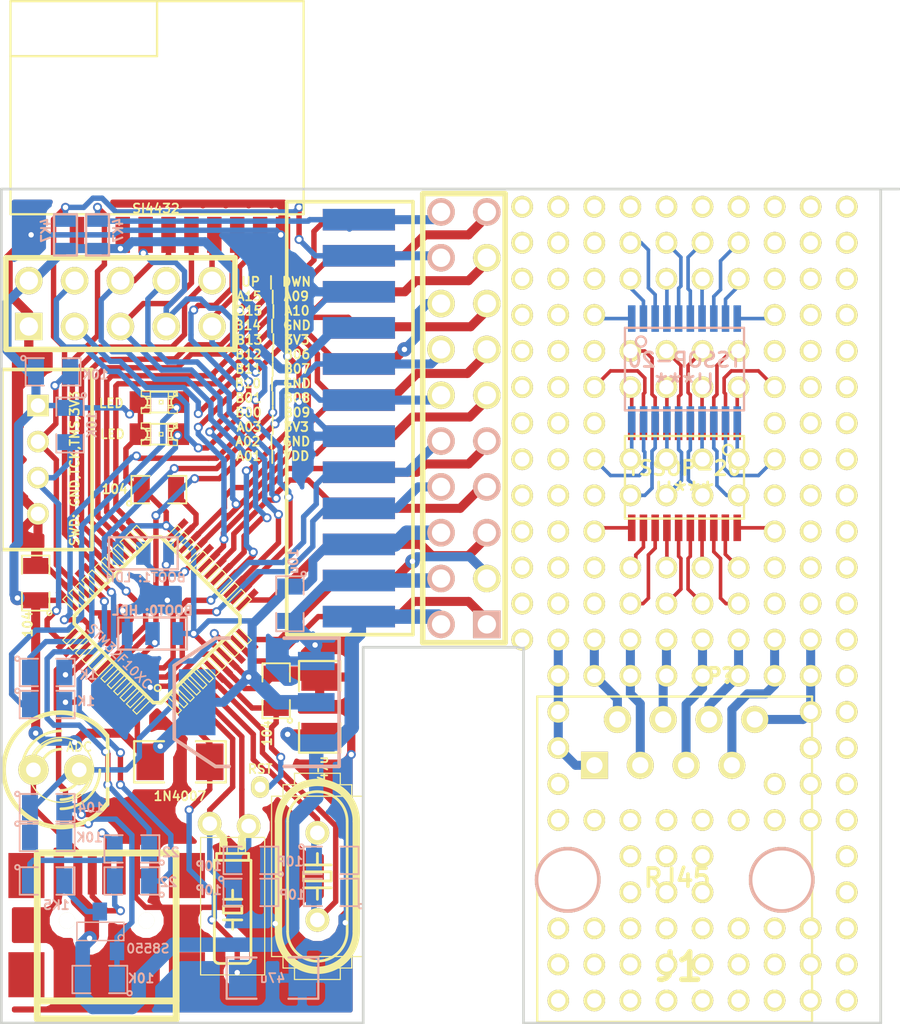
<source format=kicad_pcb>
(kicad_pcb (version 3) (host pcbnew "(2013-07-07 BZR 4022)-stable")
  (layers (15 F.Cu signal) (0 B.Cu signal) (18 B.Paste user) (19 F.Paste user) (20 B.SilkS user) (21 F.SilkS user) (22 B.Mask user) (23 F.Mask user) (28 Edge.Cuts user))
  (net 0 "")
  (net 1 +3.3V)
  (net 2 /A1)
  (net 3 /A10)
  (net 4 /A15)
  (net 5 /A2)
  (net 6 /A3)
  (net 7 /A9)
  (net 8 /ADC)
  (net 9 /B0)
  (net 10 /B1)
  (net 11 /B10)
  (net 12 /B11)
  (net 13 /B12)
  (net 14 /B13)
  (net 15 /B14)
  (net 16 /B15)
  (net 17 /B6)
  (net 18 /B7)
  (net 19 /B8)
  (net 20 /B9)
  (net 21 /LED0)
  (net 22 /LED1)
  (net 23 /RF2SEL)
  (net 24 /RFSCK)
  (net 25 /RFSDI)
  (net 26 /RFSDO)
  (net 27 /RFnSEL)
  (net 28 /TCK)
  (net 29 /TMS)
  (net 30 /USBDM)
  (net 31 /USBDP)
  (net 32 /USBI)
  (net 33 /nRST)
  (net 34 GND)
  (net 35 N-000001)
  (net 36 N-0000011)
  (net 37 N-0000013)
  (net 38 N-0000014)
  (net 39 N-0000015)
  (net 40 N-0000016)
  (net 41 N-0000017)
  (net 42 N-0000018)
  (net 43 N-0000019)
  (net 44 N-000002)
  (net 45 N-0000020)
  (net 46 N-0000034)
  (net 47 N-0000035)
  (net 48 N-0000052)
  (net 49 N-0000058)
  (net 50 N-0000059)
  (net 51 N-0000060)
  (net 52 N-0000065)
  (net 53 N-0000082)
  (net 54 N-000009)
  (net 55 VDD)
  (module SM1206 (layer F.Cu) (at 56.769 61.722 90)
    (fp_text reference C6 hide)
    (fp_text value 47u (at -3.429 0.1905 90) (layer F.SilkS) (effects (font (size 0.5 0.5) (thickness 0.1))))
    (pad 1 smd rect (at -1.651 0 90) (size 1.524 2.032) (layers F.Cu F.Paste F.Mask) (net 55 VDD))
    (pad 2 smd rect (at 1.651 0 90) (size 1.524 2.032) (layers F.Cu F.Paste F.Mask) (net 34 GND))
  )
  (module SM1206 (layer F.Cu) (at 49.022 64.77)
    (fp_text reference D1 hide)
    (fp_text value 1N4007 (at 0 1.905) (layer F.SilkS) (effects (font (size 0.5 0.5) (thickness 0.1))))
    (pad 1 smd rect (at -1.651 0) (size 1.524 2.032) (layers F.Cu F.Paste F.Mask) (net 1 +3.3V))
    (pad 2 smd rect (at 1.651 0) (size 1.524 2.032) (layers F.Cu F.Paste F.Mask) (net 47 N-0000035))
  )
  (module SM0805 (layer B.Cu) (at 57.404 72.009 180)
    (fp_text reference C2 hide)
    (fp_text value 10P (at 2.159 -0.127 180) (layer B.SilkS) (effects (font (size 0.50038 0.50038) (thickness 0.10922)) (justify mirror)))
    (pad 1 smd rect (at -0.9525 0 180) (size 0.889 1.397) (layers B.Cu B.Paste B.Mask) (net 34 GND))
    (pad 2 smd rect (at 0.9525 0 180) (size 0.889 1.397) (layers B.Cu B.Paste B.Mask) (net 54 N-000009))
  )
  (module SM0805 (layer B.Cu) (at 41.9862 43.1546)
    (fp_text reference R6 hide)
    (fp_text value 10K (at 2.3368 0.1524) (layer B.SilkS) (effects (font (size 0.50038 0.50038) (thickness 0.10922)) (justify mirror)))
    (pad 1 smd rect (at -0.9525 0) (size 0.889 1.397) (layers B.Cu B.Paste B.Mask) (net 1 +3.3V))
    (pad 2 smd rect (at 0.9525 0) (size 0.889 1.397) (layers B.Cu B.Paste B.Mask) (net 29 /TMS))
  )
  (module SM0805 (layer B.Cu) (at 42.926 46.101 270)
    (fp_text reference R5 hide)
    (fp_text value 10K (at 0 -1.2065 270) (layer B.SilkS) (effects (font (size 0.50038 0.50038) (thickness 0.10922)) (justify mirror)))
    (pad 1 smd rect (at -0.9525 0 270) (size 0.889 1.397) (layers B.Cu B.Paste B.Mask) (net 1 +3.3V))
    (pad 2 smd rect (at 0.9525 0 270) (size 0.889 1.397) (layers B.Cu B.Paste B.Mask) (net 28 /TCK))
  )
  (module SM0805 (layer B.Cu) (at 41.656 71.374)
    (fp_text reference R8 hide)
    (fp_text value 1K5 (at 0.508 1.3335) (layer B.SilkS) (effects (font (size 0.50038 0.50038) (thickness 0.10922)) (justify mirror)))
    (pad 1 smd rect (at -0.9525 0) (size 0.889 1.397) (layers B.Cu B.Paste B.Mask) (net 48 N-0000052))
    (pad 2 smd rect (at 0.9525 0) (size 0.889 1.397) (layers B.Cu B.Paste B.Mask) (net 53 N-0000082))
  )
  (module SM0805 (layer B.Cu) (at 41.656 59.817)
    (fp_text reference R17 hide)
    (fp_text value 1K (at 2.286 0.127) (layer B.SilkS) (effects (font (size 0.50038 0.50038) (thickness 0.10922)) (justify mirror)))
    (pad 1 smd rect (at -0.9525 0) (size 0.889 1.397) (layers B.Cu B.Paste B.Mask) (net 50 N-0000059))
    (pad 2 smd rect (at 0.9525 0) (size 0.889 1.397) (layers B.Cu B.Paste B.Mask) (net 21 /LED0))
  )
  (module SM0805 (layer B.Cu) (at 41.656 61.595)
    (fp_text reference R18 hide)
    (fp_text value 1K (at 2.159 -0.1905) (layer B.SilkS) (effects (font (size 0.50038 0.50038) (thickness 0.10922)) (justify mirror)))
    (pad 1 smd rect (at -0.9525 0) (size 0.889 1.397) (layers B.Cu B.Paste B.Mask) (net 49 N-0000058))
    (pad 2 smd rect (at 0.9525 0) (size 0.889 1.397) (layers B.Cu B.Paste B.Mask) (net 22 /LED1))
  )
  (module SM0805 (layer B.Cu) (at 44.577 76.835 180)
    (fp_text reference R9 hide)
    (fp_text value 10K (at -2.286 0.0635 180) (layer B.SilkS) (effects (font (size 0.50038 0.50038) (thickness 0.10922)) (justify mirror)))
    (pad 1 smd rect (at -0.9525 0 180) (size 0.889 1.397) (layers B.Cu B.Paste B.Mask) (net 32 /USBI))
    (pad 2 smd rect (at 0.9525 0 180) (size 0.889 1.397) (layers B.Cu B.Paste B.Mask) (net 55 VDD))
  )
  (module SM0805 (layer B.Cu) (at 55.118 56.007 270)
    (fp_text reference C7 hide)
    (fp_text value 10u (at -2.3495 -0.1905 270) (layer B.SilkS) (effects (font (size 0.50038 0.50038) (thickness 0.10922)) (justify mirror)))
    (pad 1 smd rect (at -0.9525 0 270) (size 0.889 1.397) (layers B.Cu B.Paste B.Mask) (net 1 +3.3V))
    (pad 2 smd rect (at 0.9525 0 270) (size 0.889 1.397) (layers B.Cu B.Paste B.Mask) (net 34 GND))
  )
  (module SM0805 (layer F.Cu) (at 41.021 54.864 90)
    (fp_text reference C8 hide)
    (fp_text value 104 (at -2.286 -0.4445 90) (layer F.SilkS) (effects (font (size 0.50038 0.50038) (thickness 0.10922))))
    (pad 1 smd rect (at -0.9525 0 90) (size 0.889 1.397) (layers F.Cu F.Paste F.Mask) (net 1 +3.3V))
    (pad 2 smd rect (at 0.9525 0 90) (size 0.889 1.397) (layers F.Cu F.Paste F.Mask) (net 34 GND))
  )
  (module SM0805 (layer B.Cu) (at 52.959 72.009)
    (fp_text reference C4 hide)
    (fp_text value 10P (at -2.3495 -0.127) (layer B.SilkS) (effects (font (size 0.50038 0.50038) (thickness 0.10922)) (justify mirror)))
    (pad 1 smd rect (at -0.9525 0) (size 0.889 1.397) (layers B.Cu B.Paste B.Mask) (net 51 N-0000060))
    (pad 2 smd rect (at 0.9525 0) (size 0.889 1.397) (layers B.Cu B.Paste B.Mask) (net 34 GND))
  )
  (module SM0805 (layer B.Cu) (at 52.959 70.231 180)
    (fp_text reference C5 hide)
    (fp_text value 10P (at 2.3495 -0.3175 180) (layer B.SilkS) (effects (font (size 0.50038 0.50038) (thickness 0.10922)) (justify mirror)))
    (pad 1 smd rect (at -0.9525 0 180) (size 0.889 1.397) (layers B.Cu B.Paste B.Mask) (net 34 GND))
    (pad 2 smd rect (at 0.9525 0 180) (size 0.889 1.397) (layers B.Cu B.Paste B.Mask) (net 36 N-0000011))
  )
  (module SM0805 (layer B.Cu) (at 57.404 70.231)
    (fp_text reference C1 hide)
    (fp_text value 10P (at -2.286 0.0635) (layer B.SilkS) (effects (font (size 0.50038 0.50038) (thickness 0.10922)) (justify mirror)))
    (pad 1 smd rect (at -0.9525 0) (size 0.889 1.397) (layers B.Cu B.Paste B.Mask) (net 52 N-0000065))
    (pad 2 smd rect (at 0.9525 0) (size 0.889 1.397) (layers B.Cu B.Paste B.Mask) (net 34 GND))
  )
  (module SM0805 (layer F.Cu) (at 54.356 60.833 90)
    (fp_text reference C3 hide)
    (fp_text value 104 (at -2.3495 -0.508 90) (layer F.SilkS) (effects (font (size 0.50038 0.50038) (thickness 0.10922))))
    (pad 1 smd rect (at -0.9525 0 90) (size 0.889 1.397) (layers F.Cu F.Paste F.Mask) (net 33 /nRST))
    (pad 2 smd rect (at 0.9525 0 90) (size 0.889 1.397) (layers F.Cu F.Paste F.Mask) (net 34 GND))
  )
  (module SM0805 (layer B.Cu) (at 41.656 67.31)
    (fp_text reference C10 hide)
    (fp_text value 104 (at 2.413 0) (layer B.SilkS) (effects (font (size 0.50038 0.50038) (thickness 0.10922)) (justify mirror)))
    (pad 1 smd rect (at -0.9525 0) (size 0.889 1.397) (layers B.Cu B.Paste B.Mask) (net 8 /ADC))
    (pad 2 smd rect (at 0.9525 0) (size 0.889 1.397) (layers B.Cu B.Paste B.Mask) (net 34 GND))
  )
  (module SM0805 (layer B.Cu) (at 41.656 68.961)
    (fp_text reference R12 hide)
    (fp_text value 10K (at 2.3495 0) (layer B.SilkS) (effects (font (size 0.50038 0.50038) (thickness 0.10922)) (justify mirror)))
    (pad 1 smd rect (at -0.9525 0) (size 0.889 1.397) (layers B.Cu B.Paste B.Mask) (net 8 /ADC))
    (pad 2 smd rect (at 0.9525 0) (size 0.889 1.397) (layers B.Cu B.Paste B.Mask) (net 34 GND))
  )
  (module SM0805 (layer B.Cu) (at 46.355 69.596 180)
    (fp_text reference R26 hide)
    (fp_text value 22 (at -2.159 -0.1905 180) (layer B.SilkS) (effects (font (size 0.50038 0.50038) (thickness 0.10922)) (justify mirror)))
    (pad 1 smd rect (at -0.9525 0 180) (size 0.889 1.397) (layers B.Cu B.Paste B.Mask) (net 31 /USBDP))
    (pad 2 smd rect (at 0.9525 0 180) (size 0.889 1.397) (layers B.Cu B.Paste B.Mask) (net 48 N-0000052))
  )
  (module SM0805 (layer B.Cu) (at 46.355 71.374 180)
    (fp_text reference R27 hide)
    (fp_text value 22 (at -2.032 -0.0635 180) (layer B.SilkS) (effects (font (size 0.50038 0.50038) (thickness 0.10922)) (justify mirror)))
    (pad 1 smd rect (at -0.9525 0 180) (size 0.889 1.397) (layers B.Cu B.Paste B.Mask) (net 30 /USBDM))
    (pad 2 smd rect (at 0.9525 0 180) (size 0.889 1.397) (layers B.Cu B.Paste B.Mask) (net 35 N-000001))
  )
  (module SM0603 (layer B.Cu) (at 42.672 35.56 90)
    (fp_text reference R3 hide)
    (fp_text value 4K7 (at 0.254 -1.0795 90) (layer B.SilkS) (effects (font (size 0.508 0.4572) (thickness 0.1143)) (justify mirror)))
    (pad 1 smd rect (at -0.762 0 90) (size 0.635 1.143) (layers B.Cu B.Paste B.Mask) (net 1 +3.3V))
    (pad 2 smd rect (at 0.762 0 90) (size 0.635 1.143) (layers B.Cu B.Paste B.Mask) (net 3 /A10))
  )
  (module SM0603 (layer B.Cu) (at 44.45 35.56 90)
    (fp_text reference R4 hide)
    (fp_text value 4K7 (at 0.254 1.143 90) (layer B.SilkS) (effects (font (size 0.508 0.4572) (thickness 0.1143)) (justify mirror)))
    (pad 1 smd rect (at -0.762 0 90) (size 0.635 1.143) (layers B.Cu B.Paste B.Mask) (net 1 +3.3V))
    (pad 2 smd rect (at 0.762 0 90) (size 0.635 1.143) (layers B.Cu B.Paste B.Mask) (net 7 /A9))
  )
  (module RJ45_8 (layer F.Cu) (at 76.454 71.3105)
    (fp_text reference J1 (at 0.254 4.826) (layer F.SilkS) (effects (font (size 1.524 1.524) (thickness 0.3048))))
    (fp_text value RJ45 (at 0.14224 -0.1016) (layer F.SilkS) (effects (font (size 1.00076 1.00076) (thickness 0.2032))))
    (pad Hole np_thru_hole circle (at 5.93852 0) (size 3.64998 3.64998) (drill 3.2512) (layers *.Cu *.SilkS *.Mask))
    (pad Hole np_thru_hole circle (at -5.9309 0) (size 3.64998 3.64998) (drill 3.2512) (layers *.Cu *.SilkS *.Mask))
    (pad 1 thru_hole rect (at -4.445 -6.35) (size 1.50114 1.50114) (drill 0.89916) (layers *.Cu *.Mask F.SilkS) (net 40 N-0000016))
    (pad 2 thru_hole circle (at -3.175 -8.89) (size 1.50114 1.50114) (drill 0.89916) (layers *.Cu *.Mask F.SilkS) (net 41 N-0000017))
    (pad 3 thru_hole circle (at -1.905 -6.35) (size 1.50114 1.50114) (drill 0.89916) (layers *.Cu *.Mask F.SilkS) (net 42 N-0000018))
    (pad 4 thru_hole circle (at -0.635 -8.89) (size 1.50114 1.50114) (drill 0.89916) (layers *.Cu *.Mask F.SilkS) (net 43 N-0000019))
    (pad 5 thru_hole circle (at 0.635 -6.35) (size 1.50114 1.50114) (drill 0.89916) (layers *.Cu *.Mask F.SilkS) (net 45 N-0000020))
    (pad 6 thru_hole circle (at 1.905 -8.89) (size 1.50114 1.50114) (drill 0.89916) (layers *.Cu *.Mask F.SilkS) (net 37 N-0000013))
    (pad 7 thru_hole circle (at 3.175 -6.35) (size 1.50114 1.50114) (drill 0.89916) (layers *.Cu *.Mask F.SilkS) (net 38 N-0000014))
    (pad 8 thru_hole circle (at 4.445 -8.89) (size 1.50114 1.50114) (drill 0.89916) (layers *.Cu *.Mask F.SilkS) (net 39 N-0000015))
  )
  (module PIN_ARRAY_5x2 (layer F.Cu) (at 45.72 39.37)
    (fp_text reference P3 hide)
    (fp_text value nRF24L01 hide)
    (pad 1 thru_hole rect (at -5.08 1.27) (size 1.524 1.524) (drill 1.016) (layers *.Cu *.Mask F.SilkS) (net 34 GND))
    (pad 2 thru_hole circle (at -5.08 -1.27) (size 1.524 1.524) (drill 1.016) (layers *.Cu *.Mask F.SilkS) (net 1 +3.3V))
    (pad 3 thru_hole circle (at -2.54 1.27) (size 1.524 1.524) (drill 1.016) (layers *.Cu *.Mask F.SilkS) (net 12 /B11))
    (pad 4 thru_hole circle (at -2.54 -1.27) (size 1.524 1.524) (drill 1.016) (layers *.Cu *.Mask F.SilkS) (net 27 /RFnSEL))
    (pad 5 thru_hole circle (at 0 1.27) (size 1.524 1.524) (drill 1.016) (layers *.Cu *.Mask F.SilkS) (net 24 /RFSCK))
    (pad 6 thru_hole circle (at 0 -1.27) (size 1.524 1.524) (drill 1.016) (layers *.Cu *.Mask F.SilkS) (net 25 /RFSDI))
    (pad 7 thru_hole circle (at 2.54 1.27) (size 1.524 1.524) (drill 1.016) (layers *.Cu *.Mask F.SilkS) (net 26 /RFSDO))
    (pad 8 thru_hole circle (at 2.54 -1.27) (size 1.524 1.524) (drill 1.016) (layers *.Cu *.Mask F.SilkS) (net 9 /B0))
    (pad 9 thru_hole circle (at 5.08 1.27) (size 1.524 1.524) (drill 1.016) (layers *.Cu *.Mask F.SilkS) (net 11 /B10))
    (pad 10 thru_hole circle (at 5.08 -1.27) (size 1.524 1.524) (drill 1.016) (layers *.Cu *.Mask F.SilkS) (net 23 /RF2SEL))
  )
  (module LED-5MM (layer F.Cu) (at 42.164 65.2145)
    (fp_text reference VR1 hide)
    (fp_text value ADC (at 1.27 -1.27) (layer F.SilkS) (effects (font (size 0.5 0.5) (thickness 0.0889))))
    (pad 1 thru_hole circle (at -1.27 0) (size 1.6764 1.6764) (drill 0.8128) (layers *.Cu *.Mask F.SilkS) (net 55 VDD))
    (pad 2 thru_hole circle (at 1.27 0) (size 1.6764 1.6764) (drill 0.8128) (layers *.Cu *.Mask F.SilkS) (net 8 /ADC))
  )
  (module LED-0805 (layer F.Cu) (at 47.879 46.609)
    (fp_text reference D3 hide)
    (fp_text value LED (at -2.6035 0) (layer F.SilkS) (effects (font (size 0.5 0.5) (thickness 0.1))))
    (pad 1 smd rect (at -1.04902 0) (size 1.19888 1.19888) (layers F.Cu F.Paste F.Mask) (net 1 +3.3V))
    (pad 2 smd rect (at 1.04902 0) (size 1.19888 1.19888) (layers F.Cu F.Paste F.Mask) (net 50 N-0000059))
  )
  (module LED-0805 (layer F.Cu) (at 47.879 44.831)
    (fp_text reference D4 hide)
    (fp_text value LED (at -2.667 0.0635) (layer F.SilkS) (effects (font (size 0.5 0.5) (thickness 0.1))))
    (pad 1 smd rect (at -1.04902 0) (size 1.19888 1.19888) (layers F.Cu F.Paste F.Mask) (net 1 +3.3V))
    (pad 2 smd rect (at 1.04902 0) (size 1.19888 1.19888) (layers F.Cu F.Paste F.Mask) (net 49 N-0000058))
  )
  (module nxp-LQFP48 (layer F.Cu) (at 47.752 56.896 135)
    (fp_text reference U1 hide)
    (fp_text value STM32F10XC (at 0.044901 -2.918583 135) (layer B.SilkS) (effects (font (size 0.5 0.5) (thickness 0.0889))))
    (pad 1 smd rect (at -4.29768 -2.74828 135) (size 1.4986 0.34798) (layers F.Cu F.Paste F.Mask) (net 47 N-0000035))
    (pad 2 smd rect (at -4.29768 -2.2479 135) (size 1.4986 0.34798) (layers F.Cu F.Paste F.Mask))
    (pad 3 smd rect (at -4.29768 -1.74752 135) (size 1.4986 0.34798) (layers F.Cu F.Paste F.Mask) (net 51 N-0000060))
    (pad 4 smd rect (at -4.29768 -1.24968 135) (size 1.4986 0.34798) (layers F.Cu F.Paste F.Mask) (net 36 N-0000011))
    (pad 5 smd rect (at -4.29768 -0.7493 135) (size 1.4986 0.34798) (layers F.Cu F.Paste F.Mask) (net 52 N-0000065))
    (pad 6 smd rect (at -4.29768 -0.24892 135) (size 1.4986 0.34798) (layers F.Cu F.Paste F.Mask) (net 54 N-000009))
    (pad 7 smd rect (at -4.29768 0.24892 135) (size 1.4986 0.34798) (layers F.Cu F.Paste F.Mask) (net 33 /nRST))
    (pad 8 smd rect (at -4.29768 0.7493 135) (size 1.4986 0.34798) (layers F.Cu F.Paste F.Mask) (net 34 GND))
    (pad 9 smd rect (at -4.29768 1.24968 135) (size 1.4986 0.34798) (layers F.Cu F.Paste F.Mask) (net 1 +3.3V))
    (pad 10 smd rect (at -4.29768 1.74752 135) (size 1.4986 0.34798) (layers F.Cu F.Paste F.Mask) (net 8 /ADC))
    (pad 11 smd rect (at -4.29768 2.2479 135) (size 1.4986 0.34798) (layers F.Cu F.Paste F.Mask) (net 2 /A1))
    (pad 12 smd rect (at -4.29768 2.74828 135) (size 1.4986 0.34798) (layers F.Cu F.Paste F.Mask) (net 5 /A2))
    (pad 13 smd rect (at -2.74828 4.29768 135) (size 0.34798 1.4986) (layers F.Cu F.Paste F.Mask) (net 6 /A3))
    (pad 14 smd rect (at -2.2479 4.29768 135) (size 0.34798 1.4986) (layers F.Cu F.Paste F.Mask) (net 27 /RFnSEL))
    (pad 15 smd rect (at -1.74752 4.29768 135) (size 0.34798 1.4986) (layers F.Cu F.Paste F.Mask) (net 24 /RFSCK))
    (pad 16 smd rect (at -1.24968 4.29768 135) (size 0.34798 1.4986) (layers F.Cu F.Paste F.Mask) (net 26 /RFSDO))
    (pad 17 smd rect (at -0.7493 4.29768 135) (size 0.34798 1.4986) (layers F.Cu F.Paste F.Mask) (net 25 /RFSDI))
    (pad 18 smd rect (at -0.24892 4.29768 135) (size 0.34798 1.4986) (layers F.Cu F.Paste F.Mask) (net 9 /B0))
    (pad 19 smd rect (at 0.24892 4.29768 135) (size 0.34798 1.4986) (layers F.Cu F.Paste F.Mask) (net 10 /B1))
    (pad 20 smd rect (at 0.7493 4.29768 135) (size 0.34798 1.4986) (layers F.Cu F.Paste F.Mask) (net 46 N-0000034))
    (pad 21 smd rect (at 1.24968 4.29768 135) (size 0.34798 1.4986) (layers F.Cu F.Paste F.Mask) (net 11 /B10))
    (pad 22 smd rect (at 1.74752 4.29768 135) (size 0.34798 1.4986) (layers F.Cu F.Paste F.Mask) (net 12 /B11))
    (pad 23 smd rect (at 2.2479 4.29768 135) (size 0.34798 1.4986) (layers F.Cu F.Paste F.Mask) (net 34 GND))
    (pad 24 smd rect (at 2.74828 4.29768 135) (size 0.34798 1.4986) (layers F.Cu F.Paste F.Mask) (net 1 +3.3V))
    (pad 25 smd rect (at 4.29768 2.74828 135) (size 1.4986 0.34798) (layers F.Cu F.Paste F.Mask) (net 13 /B12))
    (pad 26 smd rect (at 4.29768 2.2479 135) (size 1.4986 0.34798) (layers F.Cu F.Paste F.Mask) (net 14 /B13))
    (pad 27 smd rect (at 4.29768 1.74752 135) (size 1.4986 0.34798) (layers F.Cu F.Paste F.Mask) (net 15 /B14))
    (pad 28 smd rect (at 4.29768 1.24968 135) (size 1.4986 0.34798) (layers F.Cu F.Paste F.Mask) (net 16 /B15))
    (pad 29 smd rect (at 4.29768 0.7493 135) (size 1.4986 0.34798) (layers F.Cu F.Paste F.Mask) (net 23 /RF2SEL))
    (pad 30 smd rect (at 4.29768 0.24892 135) (size 1.4986 0.34798) (layers F.Cu F.Paste F.Mask) (net 7 /A9))
    (pad 31 smd rect (at 4.29768 -0.24892 135) (size 1.4986 0.34798) (layers F.Cu F.Paste F.Mask) (net 3 /A10))
    (pad 32 smd rect (at 4.29768 -0.7493 135) (size 1.4986 0.34798) (layers F.Cu F.Paste F.Mask) (net 30 /USBDM))
    (pad 33 smd rect (at 4.29768 -1.24968 135) (size 1.4986 0.34798) (layers F.Cu F.Paste F.Mask) (net 31 /USBDP))
    (pad 34 smd rect (at 4.29768 -1.74752 135) (size 1.4986 0.34798) (layers F.Cu F.Paste F.Mask) (net 29 /TMS))
    (pad 35 smd rect (at 4.29768 -2.2479 135) (size 1.4986 0.34798) (layers F.Cu F.Paste F.Mask) (net 34 GND))
    (pad 36 smd rect (at 4.29768 -2.74828 135) (size 1.4986 0.34798) (layers F.Cu F.Paste F.Mask) (net 1 +3.3V))
    (pad 37 smd rect (at 2.74828 -4.29768 135) (size 0.34798 1.4986) (layers F.Cu F.Paste F.Mask) (net 28 /TCK))
    (pad 38 smd rect (at 2.2479 -4.29768 135) (size 0.34798 1.4986) (layers F.Cu F.Paste F.Mask) (net 4 /A15))
    (pad 39 smd rect (at 1.74752 -4.29768 135) (size 0.34798 1.4986) (layers F.Cu F.Paste F.Mask) (net 32 /USBI))
    (pad 40 smd rect (at 1.24968 -4.29768 135) (size 0.34798 1.4986) (layers F.Cu F.Paste F.Mask) (net 21 /LED0))
    (pad 41 smd rect (at 0.7493 -4.29768 135) (size 0.34798 1.4986) (layers F.Cu F.Paste F.Mask) (net 22 /LED1))
    (pad 42 smd rect (at 0.24892 -4.29768 135) (size 0.34798 1.4986) (layers F.Cu F.Paste F.Mask) (net 17 /B6))
    (pad 43 smd rect (at -0.24892 -4.29768 135) (size 0.34798 1.4986) (layers F.Cu F.Paste F.Mask) (net 18 /B7))
    (pad 44 smd rect (at -0.7493 -4.29768 135) (size 0.34798 1.4986) (layers F.Cu F.Paste F.Mask) (net 44 N-000002))
    (pad 45 smd rect (at -1.24968 -4.29768 135) (size 0.34798 1.4986) (layers F.Cu F.Paste F.Mask) (net 19 /B8))
    (pad 46 smd rect (at -1.74752 -4.29768 135) (size 0.34798 1.4986) (layers F.Cu F.Paste F.Mask) (net 20 /B9))
    (pad 47 smd rect (at -2.2479 -4.29768 135) (size 0.34798 1.4986) (layers F.Cu F.Paste F.Mask) (net 34 GND))
    (pad 48 smd rect (at -2.74828 -4.29768 135) (size 0.34798 1.4986) (layers F.Cu F.Paste F.Mask) (net 1 +3.3V))
  )
  (module SI4432 (layer F.Cu) (at 47.752 30.734)
    (fp_text reference P2 hide)
    (fp_text value SI4432 (at -0.0635 3.3655) (layer F.SilkS) (effects (font (size 0.5 0.5) (thickness 0.1))))
    (pad 1 smd rect (at -6.985 4.826) (size 0.8 2) (layers F.Cu F.Paste F.Mask) (net 34 GND) (clearance 0.1))
    (pad 3 smd rect (at -4.445 4.826) (size 0.8 2) (layers F.Cu F.Paste F.Mask))
    (pad 5 smd rect (at -1.905 4.826) (size 0.8 2) (layers F.Cu F.Paste F.Mask) (net 1 +3.3V))
    (pad 6 smd rect (at -0.635 4.826) (size 0.8 2) (layers F.Cu F.Paste F.Mask) (net 26 /RFSDO))
    (pad 7 smd rect (at 0.635 4.826) (size 0.8 2) (layers F.Cu F.Paste F.Mask) (net 25 /RFSDI))
    (pad 8 smd rect (at 1.905 4.826) (size 0.8 2) (layers F.Cu F.Paste F.Mask) (net 24 /RFSCK))
    (pad 9 smd rect (at 3.175 4.826) (size 0.8 2) (layers F.Cu F.Paste F.Mask) (net 23 /RF2SEL))
    (pad 10 smd rect (at 4.445 4.826) (size 0.8 2) (layers F.Cu F.Paste F.Mask) (net 10 /B1))
    (pad 11 smd rect (at 5.715 4.826) (size 0.8 2) (layers F.Cu F.Paste F.Mask) (net 11 /B10))
    (pad 12 smd rect (at 6.985 4.826) (size 0.8 2) (layers F.Cu F.Paste F.Mask) (net 34 GND))
  )
  (module pin_array_10x2 (layer F.Cu) (at 64.77 45.72 90)
    (fp_text reference P5 hide)
    (fp_text value CONN_10X2 hide)
    (pad 19 thru_hole circle (at 11.43 1.27 90) (size 1.524 1.524) (drill 1.016) (layers *.Cu *.SilkS *.Mask) (net 16 /B15))
    (pad 20 thru_hole circle (at 11.43 -1.27 90) (size 1.524 1.524) (drill 1.016) (layers *.Cu *.SilkS *.Mask) (net 7 /A9))
    (pad 18 thru_hole circle (at 8.89 -1.27 90) (size 1.524 1.524) (drill 1.016) (layers *.Cu *.SilkS *.Mask) (net 3 /A10))
    (pad 17 thru_hole circle (at 8.89 1.27 90) (size 1.524 1.524) (drill 1.016) (layers *.Cu *.Mask F.SilkS) (net 15 /B14))
    (pad 1 thru_hole rect (at -11.43 1.27 90) (size 1.524 1.524) (drill 1.016) (layers *.Cu *.SilkS *.Mask) (net 2 /A1))
    (pad 2 thru_hole circle (at -11.43 -1.27 90) (size 1.524 1.524) (drill 1.016) (layers *.Cu *.SilkS *.Mask) (net 55 VDD))
    (pad 3 thru_hole circle (at -8.89 1.27 90) (size 1.524 1.524) (drill 1.016) (layers *.Cu *.Mask F.SilkS) (net 5 /A2))
    (pad 4 thru_hole circle (at -8.89 -1.27 90) (size 1.524 1.524) (drill 1.016) (layers *.Cu *.SilkS *.Mask) (net 34 GND))
    (pad 5 thru_hole circle (at -6.35 1.27 90) (size 1.524 1.524) (drill 1.016) (layers *.Cu *.SilkS *.Mask) (net 6 /A3))
    (pad 6 thru_hole circle (at -6.35 -1.27 90) (size 1.524 1.524) (drill 1.016) (layers *.Cu *.SilkS *.Mask) (net 1 +3.3V))
    (pad 7 thru_hole circle (at -3.81 1.27 90) (size 1.524 1.524) (drill 1.016) (layers *.Cu *.SilkS *.Mask) (net 9 /B0))
    (pad 8 thru_hole circle (at -3.81 -1.27 90) (size 1.524 1.524) (drill 1.016) (layers *.Cu *.SilkS *.Mask) (net 20 /B9))
    (pad 9 thru_hole circle (at -1.27 1.27 90) (size 1.524 1.524) (drill 1.016) (layers *.Cu *.SilkS *.Mask) (net 10 /B1))
    (pad 10 thru_hole circle (at -1.27 -1.27 90) (size 1.524 1.524) (drill 1.016) (layers *.Cu *.SilkS *.Mask) (net 19 /B8))
    (pad 11 thru_hole circle (at 1.27 1.27 90) (size 1.524 1.524) (drill 1.016) (layers *.Cu *.Mask F.SilkS) (net 11 /B10))
    (pad 12 thru_hole circle (at 1.27 -1.27 90) (size 1.524 1.524) (drill 1.016) (layers *.Cu *.Mask F.SilkS) (net 18 /B7))
    (pad 13 thru_hole circle (at 3.81 1.27 90) (size 1.524 1.524) (drill 1.016) (layers *.Cu *.Mask F.SilkS) (net 12 /B11))
    (pad 14 thru_hole circle (at 3.81 -1.27 90) (size 1.524 1.524) (drill 1.016) (layers *.Cu *.Mask F.SilkS) (net 17 /B6))
    (pad 15 thru_hole circle (at 6.35 1.27 90) (size 1.524 1.524) (drill 1.016) (layers *.Cu *.Mask F.SilkS) (net 14 /B13))
    (pad 16 thru_hole circle (at 6.35 -1.27 90) (size 1.524 1.524) (drill 1.016) (layers *.Cu *.Mask F.SilkS) (net 13 /B12))
  )
  (module crystal-TC26H (layer F.Cu) (at 51.943 68.199 180)
    (fp_text reference X2 hide)
    (fp_text value 32.768K hide)
    (pad 1 thru_hole circle (at -0.889 -0.127 180) (size 1.3208 1.3208) (drill 0.8128) (layers *.Cu F.Paste F.SilkS F.Mask) (net 36 N-0000011))
    (pad 2 thru_hole circle (at 1.27 0 180) (size 1.3208 1.3208) (drill 0.8128) (layers *.Cu F.Paste F.SilkS F.Mask) (net 51 N-0000060))
  )
  (module crystal-HC49/S (layer F.Cu) (at 56.642 71.12 270)
    (fp_text reference X1 hide)
    (fp_text value 8M hide)
    (pad 1 thru_hole circle (at -2.413 0 270) (size 1.3208 1.3208) (drill 0.8128) (layers *.Cu F.Paste F.SilkS F.Mask) (net 52 N-0000065))
    (pad 2 thru_hole circle (at 2.413 0 270) (size 1.3208 1.3208) (drill 0.8128) (layers *.Cu F.Paste F.SilkS F.Mask) (net 54 N-000009))
  )
  (module Conn2mm12x2 (layer F.Cu) (at 59.944 45.72 90)
    (fp_text reference P4 hide)
    (fp_text value CONN_2mm hide)
    (pad 22 smd rect (at 8.99922 -1.00076 90) (size 1.19888 4.0005) (layers B.Cu B.Paste B.Mask) (net 3 /A10))
    (pad 21 smd rect (at 8.99922 -1.00076 90) (size 1.19888 4.0005) (layers F.Cu F.Paste F.Mask) (net 16 /B15))
    (pad 23 smd rect (at 11.00074 -1.00076 90) (size 1.19888 4.0005) (layers F.Cu F.Paste F.Mask) (net 4 /A15))
    (pad 24 smd rect (at 11.00074 -1.00076 90) (size 1.19888 4.0005) (layers B.Cu B.Paste B.Mask) (net 7 /A9))
    (pad 20 smd rect (at 7.00278 -1.00076 90) (size 1.19888 4.0005) (layers B.Cu B.Paste B.Mask) (net 34 GND))
    (pad 19 smd rect (at 7.00278 -1.00076 90) (size 1.19888 4.0005) (layers F.Cu F.Paste F.Mask) (net 15 /B14))
    (pad 17 smd rect (at 5.00126 -1.00076 90) (size 1.19888 4.0005) (layers F.Cu F.Paste F.Mask) (net 14 /B13))
    (pad 18 smd rect (at 5.00126 -1.00076 90) (size 1.19888 4.0005) (layers B.Cu B.Paste B.Mask) (net 1 +3.3V))
    (pad 14 smd rect (at 1.00076 -1.00076 90) (size 1.19888 4.0005) (layers B.Cu B.Paste B.Mask) (net 18 /B7))
    (pad 13 smd rect (at 1.00076 -1.00076 90) (size 1.19888 4.0005) (layers F.Cu F.Paste F.Mask) (net 12 /B11))
    (pad 15 smd rect (at 3.00228 -1.00076 90) (size 1.19888 4.0005) (layers F.Cu F.Paste F.Mask) (net 13 /B12))
    (pad 16 smd rect (at 3.00228 -1.00076 90) (size 1.19888 4.0005) (layers B.Cu B.Paste B.Mask) (net 17 /B6))
    (pad 12 smd rect (at -0.99822 -1.00076 90) (size 1.19888 4.0005) (layers B.Cu B.Paste B.Mask) (net 34 GND))
    (pad 11 smd rect (at -0.99822 -1.00076 90) (size 1.19888 4.0005) (layers F.Cu F.Paste F.Mask) (net 11 /B10))
    (pad 9 smd rect (at -2.99974 -1.00076 90) (size 1.19888 4.0005) (layers F.Cu F.Paste F.Mask) (net 10 /B1))
    (pad 10 smd rect (at -2.99974 -1.00076 90) (size 1.19888 4.0005) (layers B.Cu B.Paste B.Mask) (net 19 /B8))
    (pad 6 smd rect (at -7.00024 -1.00076 90) (size 1.19888 4.0005) (layers B.Cu B.Paste B.Mask) (net 1 +3.3V))
    (pad 5 smd rect (at -7.00024 -1.00076 90) (size 1.19888 4.0005) (layers F.Cu F.Paste F.Mask) (net 6 /A3))
    (pad 7 smd rect (at -4.99872 -1.00076 90) (size 1.19888 4.0005) (layers F.Cu F.Paste F.Mask) (net 9 /B0))
    (pad 8 smd rect (at -4.99872 -1.00076 90) (size 1.19888 4.0005) (layers B.Cu B.Paste B.Mask) (net 20 /B9))
    (pad 4 smd rect (at -8.99922 -1.00076 90) (size 1.19888 4.0005) (layers B.Cu B.Paste B.Mask) (net 34 GND))
    (pad 3 smd rect (at -8.99922 -1.00076 90) (size 1.19888 4.0005) (layers F.Cu F.Paste F.Mask) (net 5 /A2))
    (pad 1 smd rect (at -11.00074 -1.00076 90) (size 1.19888 4.0005) (layers F.Cu F.Paste F.Mask) (net 2 /A1))
    (pad 2 smd rect (at -11.00074 -1.00076 90) (size 1.19888 4.0005) (layers B.Cu B.Paste B.Mask) (net 55 VDD))
  )
  (module SOT223 (layer B.Cu) (at 53.2765 61.468 270)
    (fp_text reference IC1 hide)
    (fp_text value REG1117 hide)
    (pad 4 smd rect (at 0 3.302 270) (size 3.6576 2.032) (layers B.Cu B.Paste B.Mask) (net 1 +3.3V))
    (pad 2 smd rect (at 0 -3.302 270) (size 1.016 2.032) (layers B.Cu B.Paste B.Mask) (net 1 +3.3V))
    (pad 3 smd rect (at 2.286 -3.302 270) (size 1.016 2.032) (layers B.Cu B.Paste B.Mask) (net 55 VDD))
    (pad 1 smd rect (at -2.286 -3.302 270) (size 1.016 2.032) (layers B.Cu B.Paste B.Mask) (net 34 GND))
  )
  (module SOT23 (layer B.Cu) (at 44.577 74.168 180)
    (fp_text reference Q1 hide)
    (fp_text value S8550 (at -2.667 -0.9525 180) (layer B.SilkS) (effects (font (size 0.50038 0.50038) (thickness 0.09906)) (justify mirror)))
    (pad 3 smd rect (at 0 1.09982 180) (size 0.8001 1.00076) (layers B.Cu B.Paste B.Mask) (net 53 N-0000082))
    (pad 2 smd rect (at 0.9525 -1.09982 180) (size 0.8001 1.00076) (layers B.Cu B.Paste B.Mask) (net 55 VDD))
    (pad 1 smd rect (at -0.9525 -1.09982 180) (size 0.8001 1.00076) (layers B.Cu B.Paste B.Mask) (net 32 /USBI))
  )
  (module PH2PIN4 (layer F.Cu) (at 41.148 48.006 270)
    (fp_text reference P1 hide)
    (fp_text value "SWD: GND,TCK,TMS,3V3" (at 0.508 -2.032 270) (layer F.SilkS) (effects (font (size 0.5 0.5) (thickness 0.1))))
    (pad 1 thru_hole rect (at -2.984 0 270) (size 1.2 1.2) (drill 0.8) (layers *.Cu *.Mask F.SilkS) (net 1 +3.3V))
    (pad 2 thru_hole circle (at -0.984 0 270) (size 1.2 1.2) (drill 0.8) (layers *.Cu *.Mask F.SilkS) (net 29 /TMS))
    (pad 3 thru_hole circle (at 1.016 0 270) (size 1.2 1.2) (drill 0.8) (layers *.Cu *.Mask F.SilkS) (net 28 /TCK))
    (pad 4 thru_hole circle (at 3.016 0 270) (size 1.2 1.2) (drill 0.8) (layers *.Cu *.Mask F.SilkS) (net 34 GND))
  )
  (module SM0805 (layer F.Cu) (at 47.8536 49.6824)
    (fp_text reference C11 hide)
    (fp_text value 104 (at -2.4511 -0.0254) (layer F.SilkS) (effects (font (size 0.50038 0.50038) (thickness 0.10922))))
    (pad 1 smd rect (at -0.9525 0) (size 0.889 1.397) (layers F.Cu F.Paste F.Mask) (net 1 +3.3V))
    (pad 2 smd rect (at 0.9525 0) (size 0.889 1.397) (layers F.Cu F.Paste F.Mask) (net 34 GND))
  )
  (module USB_MINI_B (layer F.Cu) (at 44.958 74.422 90)
    (fp_text reference J2 hide)
    (fp_text value MINI-USB-5P hide)
    (pad 1 smd rect (at 3.44932 -1.6002 90) (size 2.30124 0.50038) (layers F.Cu F.Paste F.Mask) (net 55 VDD))
    (pad 2 smd rect (at 3.44932 -0.8001 90) (size 2.30124 0.50038) (layers F.Cu F.Paste F.Mask) (net 35 N-000001))
    (pad 3 smd rect (at 3.44932 0 90) (size 2.30124 0.50038) (layers F.Cu F.Paste F.Mask) (net 48 N-0000052))
    (pad 4 smd rect (at 3.44932 0.8001 90) (size 2.30124 0.50038) (layers F.Cu F.Paste F.Mask))
    (pad 5 smd rect (at 3.44932 1.6002 90) (size 2.30124 0.50038) (layers F.Cu F.Paste F.Mask) (net 34 GND))
    (pad 6 smd rect (at 3.35026 -4.45008 90) (size 2.49936 1.99898) (layers F.Cu F.Paste F.Mask))
    (pad 7 smd rect (at -2.14884 -4.45008 90) (size 2.49936 1.99898) (layers F.Cu F.Paste F.Mask))
    (pad 8 smd rect (at 3.35026 4.45008 90) (size 2.49936 1.99898) (layers F.Cu F.Paste F.Mask))
    (pad 9 smd rect (at -2.14884 4.45008 90) (size 2.49936 1.99898) (layers F.Cu F.Paste F.Mask))
    (pad "" np_thru_hole circle (at 0.8509 -2.19964 90) (size 0.89916 0.89916) (drill 0.89916) (layers *.Cu *.Mask F.SilkS))
    (pad 2 np_thru_hole circle (at 0.8509 2.19964 90) (size 0.89916 0.89916) (drill 0.89916) (layers *.Cu *.Mask F.SilkS) (net 35 N-000001))
  )
  (module TST1 (layer F.Cu) (at 53.467 66.167)
    (fp_text reference P9 hide)
    (fp_text value RST (at 0 -1) (layer F.SilkS) (effects (font (size 0.5 0.5) (thickness 0.1))))
    (pad 1 thru_hole oval (at 0 0) (size 1 1.2) (drill 0.6) (layers *.Cu *.Mask F.SilkS) (net 33 /nRST))
  )
  (module JMP3 (layer B.Cu) (at 47.498 57.658 90)
    (fp_text reference K1 hide)
    (fp_text value "BOOT0: HDL" (at 1.27 0 180) (layer B.SilkS) (effects (font (size 0.5 0.5) (thickness 0.125)) (justify mirror)))
    (pad 1 smd rect (at 0 1.4 90) (size 1.27 0.6) (layers B.Cu B.Paste B.Mask) (net 1 +3.3V))
    (pad 2 smd rect (at 0 0 90) (size 1.27 0.8) (layers B.Cu B.Paste B.Mask) (net 44 N-000002))
    (pad 3 smd rect (at 0 -1.4 90) (size 1.27 0.6) (layers B.Cu B.Paste B.Mask) (net 34 GND))
  )
  (module JMP3 (layer B.Cu) (at 46.99 53.213 90)
    (fp_text reference K2 hide)
    (fp_text value "BOOT1: LDH" (at -1.3335 0.127 180) (layer B.SilkS) (effects (font (size 0.5 0.5) (thickness 0.1)) (justify mirror)))
    (pad 1 smd rect (at 0 1.4 90) (size 1.27 0.6) (layers B.Cu B.Paste B.Mask) (net 34 GND))
    (pad 2 smd rect (at 0 0 90) (size 1.27 0.8) (layers B.Cu B.Paste B.Mask) (net 46 N-0000034))
    (pad 3 smd rect (at 0 -1.4 90) (size 1.27 0.6) (layers B.Cu B.Paste B.Mask) (net 1 +3.3V))
  )
  (module SM1206 (layer B.Cu) (at 54.1528 76.7588)
    (fp_text reference C9 hide)
    (fp_text value 47u (at 0 0) (layer B.SilkS) (effects (font (size 0.5 0.5) (thickness 0.1)) (justify mirror)))
    (pad 1 smd rect (at -1.651 0) (size 1.524 2.032) (layers B.Cu B.Paste B.Mask) (net 47 N-0000035))
    (pad 2 smd rect (at 1.651 0) (size 1.524 2.032) (layers B.Cu B.Paste B.Mask) (net 34 GND))
  )
  (module ARRAY_2mm (layer F.Cu) (at 79 57)
    (fp_text reference P? (at 0 2.99974) (layer F.SilkS) (effects (font (size 0.8001 0.8001) (thickness 0.20066))))
    (fp_text value ARRAY_2mm hide)
    (pad 1 thru_hole circle (at -11 -23) (size 1.2 1.2) (drill 0.8) (layers *.Cu *.Mask F.SilkS) (clearance 0.1))
    (pad 2 thru_hole circle (at -9 -23) (size 1.2 1.2) (drill 0.8) (layers *.Cu *.Mask F.SilkS) (clearance 0.1))
    (pad 3 thru_hole circle (at -7 -23) (size 1.2 1.2) (drill 0.8) (layers *.Cu *.Mask F.SilkS) (clearance 0.1))
    (pad 4 thru_hole circle (at -5 -23) (size 1.2 1.2) (drill 0.8) (layers *.Cu *.Mask F.SilkS) (clearance 0.1))
    (pad 5 thru_hole circle (at -3 -23) (size 1.2 1.2) (drill 0.8) (layers *.Cu *.Mask F.SilkS) (clearance 0.1))
    (pad 6 thru_hole circle (at -1 -23) (size 1.2 1.2) (drill 0.8) (layers *.Cu *.Mask F.SilkS) (clearance 0.1))
    (pad 7 thru_hole circle (at 1 -23) (size 1.2 1.2) (drill 0.8) (layers *.Cu *.Mask F.SilkS) (clearance 0.1))
    (pad 8 thru_hole circle (at 3 -23) (size 1.2 1.2) (drill 0.8) (layers *.Cu *.Mask F.SilkS) (clearance 0.1))
    (pad 9 thru_hole circle (at 5 -23) (size 1.2 1.2) (drill 0.8) (layers *.Cu *.Mask F.SilkS) (clearance 0.1))
    (pad 10 thru_hole circle (at 7 -23) (size 1.2 1.2) (drill 0.8) (layers *.Cu *.Mask F.SilkS) (clearance 0.1))
    (pad 1 thru_hole circle (at -11 -21) (size 1.2 1.2) (drill 0.8) (layers *.Cu *.Mask F.SilkS) (clearance 0.1))
    (pad 2 thru_hole circle (at -9 -21) (size 1.2 1.2) (drill 0.8) (layers *.Cu *.Mask F.SilkS) (clearance 0.1))
    (pad 3 thru_hole circle (at -7 -21) (size 1.2 1.2) (drill 0.8) (layers *.Cu *.Mask F.SilkS) (clearance 0.1))
    (pad 4 thru_hole circle (at -5 -21) (size 1.2 1.2) (drill 0.8) (layers *.Cu *.Mask F.SilkS) (clearance 0.1))
    (pad 5 thru_hole circle (at -3 -21) (size 1.2 1.2) (drill 0.8) (layers *.Cu *.Mask F.SilkS) (clearance 0.1))
    (pad 6 thru_hole circle (at -1 -21) (size 1.2 1.2) (drill 0.8) (layers *.Cu *.Mask F.SilkS) (clearance 0.1))
    (pad 7 thru_hole circle (at 1 -21) (size 1.2 1.2) (drill 0.8) (layers *.Cu *.Mask F.SilkS) (clearance 0.1))
    (pad 8 thru_hole circle (at 3 -21) (size 1.2 1.2) (drill 0.8) (layers *.Cu *.Mask F.SilkS) (clearance 0.1))
    (pad 9 thru_hole circle (at 5 -21) (size 1.2 1.2) (drill 0.8) (layers *.Cu *.Mask F.SilkS) (clearance 0.1))
    (pad 10 thru_hole circle (at 7 -21) (size 1.2 1.2) (drill 0.8) (layers *.Cu *.Mask F.SilkS) (clearance 0.1))
    (pad 1 thru_hole circle (at -11 -19) (size 1.2 1.2) (drill 0.8) (layers *.Cu *.Mask F.SilkS) (clearance 0.1))
    (pad 2 thru_hole circle (at -9 -19) (size 1.2 1.2) (drill 0.8) (layers *.Cu *.Mask F.SilkS) (clearance 0.1))
    (pad 3 thru_hole circle (at -7 -19) (size 1.2 1.2) (drill 0.8) (layers *.Cu *.Mask F.SilkS) (clearance 0.1))
    (pad 4 thru_hole circle (at -5 -19) (size 1.2 1.2) (drill 0.8) (layers *.Cu *.Mask F.SilkS) (clearance 0.1))
    (pad 5 thru_hole circle (at -3 -19) (size 1.2 1.2) (drill 0.8) (layers *.Cu *.Mask F.SilkS) (clearance 0.1))
    (pad 6 thru_hole circle (at -1 -19) (size 1.2 1.2) (drill 0.8) (layers *.Cu *.Mask F.SilkS) (clearance 0.1))
    (pad 7 thru_hole circle (at 1 -19) (size 1.2 1.2) (drill 0.8) (layers *.Cu *.Mask F.SilkS) (clearance 0.1))
    (pad 8 thru_hole circle (at 3 -19) (size 1.2 1.2) (drill 0.8) (layers *.Cu *.Mask F.SilkS) (clearance 0.1))
    (pad 9 thru_hole circle (at 5 -19) (size 1.2 1.2) (drill 0.8) (layers *.Cu *.Mask F.SilkS) (clearance 0.1))
    (pad 10 thru_hole circle (at 7 -19) (size 1.2 1.2) (drill 0.8) (layers *.Cu *.Mask F.SilkS) (clearance 0.1))
    (pad 1 thru_hole circle (at -11 -17) (size 1.2 1.2) (drill 0.8) (layers *.Cu *.Mask F.SilkS) (clearance 0.1))
    (pad 2 thru_hole circle (at -9 -17) (size 1.2 1.2) (drill 0.8) (layers *.Cu *.Mask F.SilkS) (clearance 0.1))
    (pad 3 thru_hole circle (at -7 -17) (size 1.2 1.2) (drill 0.8) (layers *.Cu *.Mask F.SilkS) (clearance 0.1))
    (pad 8 thru_hole circle (at 3 -17) (size 1.2 1.2) (drill 0.8) (layers *.Cu *.Mask F.SilkS) (clearance 0.1))
    (pad 9 thru_hole circle (at 5 -17) (size 1.2 1.2) (drill 0.8) (layers *.Cu *.Mask F.SilkS) (clearance 0.1))
    (pad 10 thru_hole circle (at 7 -17) (size 1.2 1.2) (drill 0.8) (layers *.Cu *.Mask F.SilkS) (clearance 0.1))
    (pad 1 thru_hole circle (at -11 -15) (size 1.2 1.2) (drill 0.8) (layers *.Cu *.Mask F.SilkS) (clearance 0.1))
    (pad 2 thru_hole circle (at -9 -15) (size 1.2 1.2) (drill 0.8) (layers *.Cu *.Mask F.SilkS) (clearance 0.1))
    (pad 3 thru_hole circle (at -7 -15) (size 1.2 1.2) (drill 0.8) (layers *.Cu *.Mask F.SilkS) (clearance 0.1))
    (pad 4 thru_hole circle (at -5 -15) (size 1.2 1.2) (drill 0.8) (layers *.Cu *.Mask F.SilkS) (clearance 0.1))
    (pad 5 thru_hole circle (at -3 -15) (size 1.2 1.2) (drill 0.8) (layers *.Cu *.Mask F.SilkS) (clearance 0.1))
    (pad 6 thru_hole circle (at -1 -15) (size 1.2 1.2) (drill 0.8) (layers *.Cu *.Mask F.SilkS) (clearance 0.1))
    (pad 7 thru_hole circle (at 1 -15) (size 1.2 1.2) (drill 0.8) (layers *.Cu *.Mask F.SilkS) (clearance 0.1))
    (pad 8 thru_hole circle (at 3 -15) (size 1.2 1.2) (drill 0.8) (layers *.Cu *.Mask F.SilkS) (clearance 0.1))
    (pad 9 thru_hole circle (at 5 -15) (size 1.2 1.2) (drill 0.8) (layers *.Cu *.Mask F.SilkS) (clearance 0.1))
    (pad 10 thru_hole circle (at 7 -15) (size 1.2 1.2) (drill 0.8) (layers *.Cu *.Mask F.SilkS) (clearance 0.1))
    (pad 1 thru_hole circle (at -11 -13) (size 1.2 1.2) (drill 0.8) (layers *.Cu *.Mask F.SilkS) (clearance 0.1))
    (pad 2 thru_hole circle (at -9 -13) (size 1.2 1.2) (drill 0.8) (layers *.Cu *.Mask F.SilkS) (clearance 0.1))
    (pad 3 thru_hole circle (at -7 -13) (size 1.2 1.2) (drill 0.8) (layers *.Cu *.Mask F.SilkS) (clearance 0.1))
    (pad 4 thru_hole circle (at -5 -13) (size 1.2 1.2) (drill 0.8) (layers *.Cu *.Mask F.SilkS) (clearance 0.1))
    (pad 5 thru_hole circle (at -3 -13) (size 1.2 1.2) (drill 0.8) (layers *.Cu *.Mask F.SilkS) (clearance 0.1))
    (pad 6 thru_hole circle (at -1 -13) (size 1.2 1.2) (drill 0.8) (layers *.Cu *.Mask F.SilkS) (clearance 0.1))
    (pad 7 thru_hole circle (at 1 -13) (size 1.2 1.2) (drill 0.8) (layers *.Cu *.Mask F.SilkS) (clearance 0.1))
    (pad 8 thru_hole circle (at 3 -13) (size 1.2 1.2) (drill 0.8) (layers *.Cu *.Mask F.SilkS) (clearance 0.1))
    (pad 9 thru_hole circle (at 5 -13) (size 1.2 1.2) (drill 0.8) (layers *.Cu *.Mask F.SilkS) (clearance 0.1))
    (pad 10 thru_hole circle (at 7 -13) (size 1.2 1.2) (drill 0.8) (layers *.Cu *.Mask F.SilkS) (clearance 0.1))
    (pad 1 thru_hole circle (at -11 -11) (size 1.2 1.2) (drill 0.8) (layers *.Cu *.Mask F.SilkS) (clearance 0.1))
    (pad 2 thru_hole circle (at -9 -11) (size 1.2 1.2) (drill 0.8) (layers *.Cu *.Mask F.SilkS) (clearance 0.1))
    (pad 3 thru_hole circle (at -7 -11) (size 1.2 1.2) (drill 0.8) (layers *.Cu *.Mask F.SilkS) (clearance 0.1))
    (pad 8 thru_hole circle (at 3 -11) (size 1.2 1.2) (drill 0.8) (layers *.Cu *.Mask F.SilkS) (clearance 0.1))
    (pad 9 thru_hole circle (at 5 -11) (size 1.2 1.2) (drill 0.8) (layers *.Cu *.Mask F.SilkS) (clearance 0.1))
    (pad 10 thru_hole circle (at 7 -11) (size 1.2 1.2) (drill 0.8) (layers *.Cu *.Mask F.SilkS) (clearance 0.1))
    (pad 1 thru_hole circle (at -11 -9) (size 1.2 1.2) (drill 0.8) (layers *.Cu *.Mask F.SilkS) (clearance 0.1))
    (pad 2 thru_hole circle (at -9 -9) (size 1.2 1.2) (drill 0.8) (layers *.Cu *.Mask F.SilkS) (clearance 0.1))
    (pad 3 thru_hole circle (at -7 -9) (size 1.2 1.2) (drill 0.8) (layers *.Cu *.Mask F.SilkS) (clearance 0.1))
    (pad 4 thru_hole circle (at -5 -9) (size 1.2 1.2) (drill 0.8) (layers *.Cu *.Mask F.SilkS) (clearance 0.1))
    (pad 5 thru_hole circle (at -3 -9) (size 1.2 1.2) (drill 0.8) (layers *.Cu *.Mask F.SilkS) (clearance 0.1))
    (pad 6 thru_hole circle (at -1 -9) (size 1.2 1.2) (drill 0.8) (layers *.Cu *.Mask F.SilkS) (clearance 0.1))
    (pad 7 thru_hole circle (at 1 -9) (size 1.2 1.2) (drill 0.8) (layers *.Cu *.Mask F.SilkS) (clearance 0.1))
    (pad 8 thru_hole circle (at 3 -9) (size 1.2 1.2) (drill 0.8) (layers *.Cu *.Mask F.SilkS) (clearance 0.1))
    (pad 9 thru_hole circle (at 5 -9) (size 1.2 1.2) (drill 0.8) (layers *.Cu *.Mask F.SilkS) (clearance 0.1))
    (pad 10 thru_hole circle (at 7 -9) (size 1.2 1.2) (drill 0.8) (layers *.Cu *.Mask F.SilkS) (clearance 0.1))
    (pad 1 thru_hole circle (at -11 -7) (size 1.2 1.2) (drill 0.8) (layers *.Cu *.Mask F.SilkS) (clearance 0.1))
    (pad 2 thru_hole circle (at -9 -7) (size 1.2 1.2) (drill 0.8) (layers *.Cu *.Mask F.SilkS) (clearance 0.1))
    (pad 3 thru_hole circle (at -7 -7) (size 1.2 1.2) (drill 0.8) (layers *.Cu *.Mask F.SilkS) (clearance 0.1))
    (pad 4 thru_hole circle (at -5 -7) (size 1.2 1.2) (drill 0.8) (layers *.Cu *.Mask F.SilkS) (clearance 0.1))
    (pad 5 thru_hole circle (at -3 -7) (size 1.2 1.2) (drill 0.8) (layers *.Cu *.Mask F.SilkS) (clearance 0.1))
    (pad 6 thru_hole circle (at -1 -7) (size 1.2 1.2) (drill 0.8) (layers *.Cu *.Mask F.SilkS) (clearance 0.1))
    (pad 7 thru_hole circle (at 1 -7) (size 1.2 1.2) (drill 0.8) (layers *.Cu *.Mask F.SilkS) (clearance 0.1))
    (pad 8 thru_hole circle (at 3 -7) (size 1.2 1.2) (drill 0.8) (layers *.Cu *.Mask F.SilkS) (clearance 0.1))
    (pad 9 thru_hole circle (at 5 -7) (size 1.2 1.2) (drill 0.8) (layers *.Cu *.Mask F.SilkS) (clearance 0.1))
    (pad 10 thru_hole circle (at 7 -7) (size 1.2 1.2) (drill 0.8) (layers *.Cu *.Mask F.SilkS) (clearance 0.1))
    (pad 1 thru_hole circle (at -11 -5) (size 1.2 1.2) (drill 0.8) (layers *.Cu *.Mask F.SilkS) (clearance 0.1))
    (pad 2 thru_hole circle (at -9 -5) (size 1.2 1.2) (drill 0.8) (layers *.Cu *.Mask F.SilkS) (clearance 0.1))
    (pad 3 thru_hole circle (at -7 -5) (size 1.2 1.2) (drill 0.8) (layers *.Cu *.Mask F.SilkS) (clearance 0.1))
    (pad 8 thru_hole circle (at 3 -5) (size 1.2 1.2) (drill 0.8) (layers *.Cu *.Mask F.SilkS) (clearance 0.1))
    (pad 9 thru_hole circle (at 5 -5) (size 1.2 1.2) (drill 0.8) (layers *.Cu *.Mask F.SilkS) (clearance 0.1))
    (pad 10 thru_hole circle (at 7 -5) (size 1.2 1.2) (drill 0.8) (layers *.Cu *.Mask F.SilkS) (clearance 0.1))
    (pad 1 thru_hole circle (at -11 -3) (size 1.2 1.2) (drill 0.8) (layers *.Cu *.Mask F.SilkS) (clearance 0.1))
    (pad 2 thru_hole circle (at -9 -3) (size 1.2 1.2) (drill 0.8) (layers *.Cu *.Mask F.SilkS) (clearance 0.1))
    (pad 3 thru_hole circle (at -7 -3) (size 1.2 1.2) (drill 0.8) (layers *.Cu *.Mask F.SilkS) (clearance 0.1))
    (pad 4 thru_hole circle (at -5 -3) (size 1.2 1.2) (drill 0.8) (layers *.Cu *.Mask F.SilkS) (clearance 0.1))
    (pad 5 thru_hole circle (at -3 -3) (size 1.2 1.2) (drill 0.8) (layers *.Cu *.Mask F.SilkS) (clearance 0.1))
    (pad 6 thru_hole circle (at -1 -3) (size 1.2 1.2) (drill 0.8) (layers *.Cu *.Mask F.SilkS) (clearance 0.1))
    (pad 7 thru_hole circle (at 1 -3) (size 1.2 1.2) (drill 0.8) (layers *.Cu *.Mask F.SilkS) (clearance 0.1))
    (pad 8 thru_hole circle (at 3 -3) (size 1.2 1.2) (drill 0.8) (layers *.Cu *.Mask F.SilkS) (clearance 0.1))
    (pad 9 thru_hole circle (at 5 -3) (size 1.2 1.2) (drill 0.8) (layers *.Cu *.Mask F.SilkS) (clearance 0.1))
    (pad 10 thru_hole circle (at 7 -3) (size 1.2 1.2) (drill 0.8) (layers *.Cu *.Mask F.SilkS) (clearance 0.1))
    (pad 1 thru_hole circle (at -11 -1) (size 1.2 1.2) (drill 0.8) (layers *.Cu *.Mask F.SilkS) (clearance 0.1))
    (pad 2 thru_hole circle (at -9 -1) (size 1.2 1.2) (drill 0.8) (layers *.Cu *.Mask F.SilkS) (clearance 0.1))
    (pad 3 thru_hole circle (at -7 -1) (size 1.2 1.2) (drill 0.8) (layers *.Cu *.Mask F.SilkS) (clearance 0.1))
    (pad 4 thru_hole circle (at -5 -1) (size 1.2 1.2) (drill 0.8) (layers *.Cu *.Mask F.SilkS) (clearance 0.1))
    (pad 5 thru_hole circle (at -3 -1) (size 1.2 1.2) (drill 0.8) (layers *.Cu *.Mask F.SilkS) (clearance 0.1))
    (pad 6 thru_hole circle (at -1 -1) (size 1.2 1.2) (drill 0.8) (layers *.Cu *.Mask F.SilkS) (clearance 0.1))
    (pad 7 thru_hole circle (at 1 -1) (size 1.2 1.2) (drill 0.8) (layers *.Cu *.Mask F.SilkS) (clearance 0.1))
    (pad 8 thru_hole circle (at 3 -1) (size 1.2 1.2) (drill 0.8) (layers *.Cu *.Mask F.SilkS) (clearance 0.1))
    (pad 9 thru_hole circle (at 5 -1) (size 1.2 1.2) (drill 0.8) (layers *.Cu *.Mask F.SilkS) (clearance 0.1))
    (pad 10 thru_hole circle (at 7 -1) (size 1.2 1.2) (drill 0.8) (layers *.Cu *.Mask F.SilkS) (clearance 0.1))
    (pad 2 thru_hole circle (at -9 21) (size 1.2 1.2) (drill 0.8) (layers *.Cu *.Mask F.SilkS) (clearance 0.1))
    (pad 3 thru_hole circle (at -7 21) (size 1.2 1.2) (drill 0.8) (layers *.Cu *.Mask F.SilkS) (clearance 0.1))
    (pad 4 thru_hole circle (at -5 21) (size 1.2 1.2) (drill 0.8) (layers *.Cu *.Mask F.SilkS) (clearance 0.1))
    (pad 5 thru_hole circle (at -3 21) (size 1.2 1.2) (drill 0.8) (layers *.Cu *.Mask F.SilkS) (clearance 0.1))
    (pad 6 thru_hole circle (at -1 21) (size 1.2 1.2) (drill 0.8) (layers *.Cu *.Mask F.SilkS) (clearance 0.1))
    (pad 7 thru_hole circle (at 1 21) (size 1.2 1.2) (drill 0.8) (layers *.Cu *.Mask F.SilkS) (clearance 0.1))
    (pad 8 thru_hole circle (at 3 21) (size 1.2 1.2) (drill 0.8) (layers *.Cu *.Mask F.SilkS) (clearance 0.1))
    (pad 9 thru_hole circle (at 5 21) (size 1.2 1.2) (drill 0.8) (layers *.Cu *.Mask F.SilkS) (clearance 0.1))
    (pad 10 thru_hole circle (at 7 21) (size 1.2 1.2) (drill 0.8) (layers *.Cu *.Mask F.SilkS) (clearance 0.1))
    (pad 2 thru_hole circle (at -9 19) (size 1.2 1.2) (drill 0.8) (layers *.Cu *.Mask F.SilkS) (clearance 0.1))
    (pad 3 thru_hole circle (at -7 19) (size 1.2 1.2) (drill 0.8) (layers *.Cu *.Mask F.SilkS) (clearance 0.1))
    (pad 4 thru_hole circle (at -5 19) (size 1.2 1.2) (drill 0.8) (layers *.Cu *.Mask F.SilkS) (clearance 0.1))
    (pad 5 thru_hole circle (at -3 19) (size 1.2 1.2) (drill 0.8) (layers *.Cu *.Mask F.SilkS) (clearance 0.1))
    (pad 6 thru_hole circle (at -1 19) (size 1.2 1.2) (drill 0.8) (layers *.Cu *.Mask F.SilkS) (clearance 0.1))
    (pad 7 thru_hole circle (at 1 19) (size 1.2 1.2) (drill 0.8) (layers *.Cu *.Mask F.SilkS) (clearance 0.1))
    (pad 8 thru_hole circle (at 3 19) (size 1.2 1.2) (drill 0.8) (layers *.Cu *.Mask F.SilkS) (clearance 0.1))
    (pad 9 thru_hole circle (at 5 19) (size 1.2 1.2) (drill 0.8) (layers *.Cu *.Mask F.SilkS) (clearance 0.1))
    (pad 10 thru_hole circle (at 7 19) (size 1.2 1.2) (drill 0.8) (layers *.Cu *.Mask F.SilkS) (clearance 0.1))
    (pad 2 thru_hole circle (at -9 17) (size 1.2 1.2) (drill 0.8) (layers *.Cu *.Mask F.SilkS) (clearance 0.1))
    (pad 3 thru_hole circle (at -7 17) (size 1.2 1.2) (drill 0.8) (layers *.Cu *.Mask F.SilkS) (clearance 0.1))
    (pad 4 thru_hole circle (at -5 17) (size 1.2 1.2) (drill 0.8) (layers *.Cu *.Mask F.SilkS) (clearance 0.1))
    (pad 5 thru_hole circle (at -3 17) (size 1.2 1.2) (drill 0.8) (layers *.Cu *.Mask F.SilkS) (clearance 0.1))
    (pad 6 thru_hole circle (at -1 17) (size 1.2 1.2) (drill 0.8) (layers *.Cu *.Mask F.SilkS) (clearance 0.1))
    (pad 7 thru_hole circle (at 1 17) (size 1.2 1.2) (drill 0.8) (layers *.Cu *.Mask F.SilkS) (clearance 0.1))
    (pad 8 thru_hole circle (at 3 17) (size 1.2 1.2) (drill 0.8) (layers *.Cu *.Mask F.SilkS) (clearance 0.1))
    (pad 9 thru_hole circle (at 5 17) (size 1.2 1.2) (drill 0.8) (layers *.Cu *.Mask F.SilkS) (clearance 0.1))
    (pad 10 thru_hole circle (at 7 17) (size 1.2 1.2) (drill 0.8) (layers *.Cu *.Mask F.SilkS) (clearance 0.1))
    (pad 4 thru_hole circle (at -5 15) (size 1.2 1.2) (drill 0.8) (layers *.Cu *.Mask F.SilkS) (clearance 0.1))
    (pad 5 thru_hole circle (at -3 15) (size 1.2 1.2) (drill 0.8) (layers *.Cu *.Mask F.SilkS) (clearance 0.1))
    (pad 6 thru_hole circle (at -1 15) (size 1.2 1.2) (drill 0.8) (layers *.Cu *.Mask F.SilkS) (clearance 0.1))
    (pad 10 thru_hole circle (at 7 15) (size 1.2 1.2) (drill 0.8) (layers *.Cu *.Mask F.SilkS) (clearance 0.1))
    (pad 4 thru_hole circle (at -5 13) (size 1.2 1.2) (drill 0.8) (layers *.Cu *.Mask F.SilkS) (clearance 0.1))
    (pad 5 thru_hole circle (at -3 13) (size 1.2 1.2) (drill 0.8) (layers *.Cu *.Mask F.SilkS) (clearance 0.1))
    (pad 6 thru_hole circle (at -1 13) (size 1.2 1.2) (drill 0.8) (layers *.Cu *.Mask F.SilkS) (clearance 0.1))
    (pad 10 thru_hole circle (at 7 13) (size 1.2 1.2) (drill 0.8) (layers *.Cu *.Mask F.SilkS) (clearance 0.1))
    (pad 2 thru_hole circle (at -9 11) (size 1.2 1.2) (drill 0.8) (layers *.Cu *.Mask F.SilkS) (clearance 0.1))
    (pad 3 thru_hole circle (at -7 11) (size 1.2 1.2) (drill 0.8) (layers *.Cu *.Mask F.SilkS) (clearance 0.1))
    (pad 4 thru_hole circle (at -5 11) (size 1.2 1.2) (drill 0.8) (layers *.Cu *.Mask F.SilkS) (clearance 0.1))
    (pad 5 thru_hole circle (at -3 11) (size 1.2 1.2) (drill 0.8) (layers *.Cu *.Mask F.SilkS) (clearance 0.1))
    (pad 6 thru_hole circle (at -1 11) (size 1.2 1.2) (drill 0.8) (layers *.Cu *.Mask F.SilkS) (clearance 0.1))
    (pad 7 thru_hole circle (at 1 11) (size 1.2 1.2) (drill 0.8) (layers *.Cu *.Mask F.SilkS) (clearance 0.1))
    (pad 8 thru_hole circle (at 3 11) (size 1.2 1.2) (drill 0.8) (layers *.Cu *.Mask F.SilkS) (clearance 0.1))
    (pad 9 thru_hole circle (at 5 11) (size 1.2 1.2) (drill 0.8) (layers *.Cu *.Mask F.SilkS) (clearance 0.1))
    (pad 10 thru_hole circle (at 7 11) (size 1.2 1.2) (drill 0.8) (layers *.Cu *.Mask F.SilkS) (clearance 0.1))
    (pad 2 thru_hole circle (at -9 9) (size 1.2 1.2) (drill 0.8) (layers *.Cu *.Mask F.SilkS) (clearance 0.1))
    (pad 8 thru_hole circle (at 3 9) (size 1.2 1.2) (drill 0.8) (layers *.Cu *.Mask F.SilkS) (clearance 0.1))
    (pad 9 thru_hole circle (at 5 9) (size 1.2 1.2) (drill 0.8) (layers *.Cu *.Mask F.SilkS) (clearance 0.1))
    (pad 10 thru_hole circle (at 7 9) (size 1.2 1.2) (drill 0.8) (layers *.Cu *.Mask F.SilkS) (clearance 0.1))
    (pad 2 thru_hole circle (at -9 7) (size 1.2 1.2) (drill 0.8) (layers *.Cu *.Mask F.SilkS) (clearance 0.1))
    (pad 9 thru_hole circle (at 5 7) (size 1.2 1.2) (drill 0.8) (layers *.Cu *.Mask F.SilkS) (clearance 0.1))
    (pad 10 thru_hole circle (at 7 7) (size 1.2 1.2) (drill 0.8) (layers *.Cu *.Mask F.SilkS) (clearance 0.1))
    (pad 2 thru_hole circle (at -9 5) (size 1.2 1.2) (drill 0.8) (layers *.Cu *.Mask F.SilkS) (clearance 0.1))
    (pad 9 thru_hole circle (at 5 5) (size 1.2 1.2) (drill 0.8) (layers *.Cu *.Mask F.SilkS) (clearance 0.1))
    (pad 10 thru_hole circle (at 7 5) (size 1.2 1.2) (drill 0.8) (layers *.Cu *.Mask F.SilkS) (clearance 0.1))
    (pad 2 thru_hole circle (at -9 3) (size 1.2 1.2) (drill 0.8) (layers *.Cu *.Mask F.SilkS) (clearance 0.1))
    (pad 3 thru_hole circle (at -7 3) (size 1.2 1.2) (drill 0.8) (layers *.Cu *.Mask F.SilkS) (clearance 0.1))
    (pad 4 thru_hole circle (at -5 3) (size 1.2 1.2) (drill 0.8) (layers *.Cu *.Mask F.SilkS) (clearance 0.1))
    (pad 5 thru_hole circle (at -3 3) (size 1.2 1.2) (drill 0.8) (layers *.Cu *.Mask F.SilkS) (clearance 0.1))
    (pad 6 thru_hole circle (at -1 3) (size 1.2 1.2) (drill 0.8) (layers *.Cu *.Mask F.SilkS) (clearance 0.1))
    (pad 7 thru_hole circle (at 1 3) (size 1.2 1.2) (drill 0.8) (layers *.Cu *.Mask F.SilkS) (clearance 0.1))
    (pad 8 thru_hole circle (at 3 3) (size 1.2 1.2) (drill 0.8) (layers *.Cu *.Mask F.SilkS) (clearance 0.1))
    (pad 9 thru_hole circle (at 5 3) (size 1.2 1.2) (drill 0.8) (layers *.Cu *.Mask F.SilkS) (clearance 0.1))
    (pad 10 thru_hole circle (at 7 3) (size 1.2 1.2) (drill 0.8) (layers *.Cu *.Mask F.SilkS) (clearance 0.1))
    (pad 1 thru_hole circle (at -11 1) (size 1.2 1.2) (drill 0.8) (layers *.Cu *.Mask F.SilkS) (clearance 0.1))
    (pad 2 thru_hole circle (at -9 1) (size 1.2 1.2) (drill 0.8) (layers *.Cu *.Mask F.SilkS) (clearance 0.1))
    (pad 3 thru_hole circle (at -7 1) (size 1.2 1.2) (drill 0.8) (layers *.Cu *.Mask F.SilkS) (clearance 0.1))
    (pad 4 thru_hole circle (at -5 1) (size 1.2 1.2) (drill 0.8) (layers *.Cu *.Mask F.SilkS) (clearance 0.1))
    (pad 5 thru_hole circle (at -3 1) (size 1.2 1.2) (drill 0.8) (layers *.Cu *.Mask F.SilkS) (clearance 0.1))
    (pad 6 thru_hole circle (at -1 1) (size 1.2 1.2) (drill 0.8) (layers *.Cu *.Mask F.SilkS) (clearance 0.1))
    (pad 7 thru_hole circle (at 1 1) (size 1.2 1.2) (drill 0.8) (layers *.Cu *.Mask F.SilkS) (clearance 0.1))
    (pad 8 thru_hole circle (at 3 1) (size 1.2 1.2) (drill 0.8) (layers *.Cu *.Mask F.SilkS) (clearance 0.1))
    (pad 9 thru_hole circle (at 5 1) (size 1.2 1.2) (drill 0.8) (layers *.Cu *.Mask F.SilkS) (clearance 0.1))
    (pad 10 thru_hole circle (at 7 1) (size 1.2 1.2) (drill 0.8) (layers *.Cu *.Mask F.SilkS) (clearance 0.1))
  )
  (module tssop-20 (layer F.Cu) (at 77 49 180)
    (fp_text reference TSSOP-20 (at 0 0.508 180) (layer F.SilkS) (effects (font (size 0.8001 0.8001) (thickness 0.14986))))
    (fp_text value U*** (at 0 -0.8001 180) (layer F.SilkS) (effects (font (size 1.00076 1.00076) (thickness 0.14986))))
    (pad 5 smd rect (at -0.32512 2.79908 180) (size 0.4191 1.47066) (layers F.Cu F.Paste F.Mask))
    (pad 6 smd rect (at 0.32512 2.79908 180) (size 0.4191 1.47066) (layers F.Cu F.Paste F.Mask))
    (pad 7 smd rect (at 0.97536 2.79908 180) (size 0.4191 1.47066) (layers F.Cu F.Paste F.Mask))
    (pad 8 smd rect (at 1.6256 2.79908 180) (size 0.4191 1.47066) (layers F.Cu F.Paste F.Mask))
    (pad 19 smd rect (at -2.26568 -2.794 180) (size 0.4191 1.47066) (layers F.Cu F.Paste F.Mask))
    (pad 2 smd rect (at -2.27584 2.79908 180) (size 0.4191 1.47066) (layers F.Cu F.Paste F.Mask))
    (pad 3 smd rect (at -1.6256 2.79908 180) (size 0.4191 1.47066) (layers F.Cu F.Paste F.Mask))
    (pad 4 smd rect (at -0.97536 2.79908 180) (size 0.4191 1.47066) (layers F.Cu F.Paste F.Mask))
    (pad 12 smd rect (at 2.27584 -2.79908 180) (size 0.4191 1.47066) (layers F.Cu F.Paste F.Mask))
    (pad 13 smd rect (at 1.6256 -2.79908 180) (size 0.4191 1.47066) (layers F.Cu F.Paste F.Mask))
    (pad 14 smd rect (at 0.97536 -2.79908 180) (size 0.4191 1.47066) (layers F.Cu F.Paste F.Mask))
    (pad 15 smd rect (at 0.32512 -2.79908 180) (size 0.4191 1.47066) (layers F.Cu F.Paste F.Mask))
    (pad 16 smd rect (at -0.32512 -2.79908 180) (size 0.4191 1.47066) (layers F.Cu F.Paste F.Mask))
    (pad 17 smd rect (at -0.97536 -2.79908 180) (size 0.4191 1.47066) (layers F.Cu F.Paste F.Mask))
    (pad 9 smd rect (at 2.27584 2.79908 180) (size 0.4191 1.47066) (layers F.Cu F.Paste F.Mask))
    (pad 18 smd rect (at -1.6256 -2.794 180) (size 0.4191 1.47066) (layers F.Cu F.Paste F.Mask))
    (pad 1 smd rect (at -2.92608 2.79908 180) (size 0.4191 1.47066) (layers F.Cu F.Paste F.Mask))
    (pad 10 smd rect (at 2.92608 2.79908 180) (size 0.4191 1.47066) (layers F.Cu F.Paste F.Mask))
    (pad 11 smd rect (at 2.92608 -2.79908 180) (size 0.4191 1.47066) (layers F.Cu F.Paste F.Mask))
    (pad 20 smd rect (at -2.92608 -2.79908 180) (size 0.4191 1.47066) (layers F.Cu F.Paste F.Mask))
  )
  (module tssop-20 (layer B.Cu) (at 77 43)
    (fp_text reference TSSOP-20 (at 0 -0.508) (layer B.SilkS) (effects (font (size 0.8001 0.8001) (thickness 0.14986)) (justify mirror)))
    (fp_text value U*** (at 0 0.8001) (layer B.SilkS) (effects (font (size 1.00076 1.00076) (thickness 0.14986)) (justify mirror)))
    (pad 5 smd rect (at -0.32512 -2.79908) (size 0.4191 1.47066) (layers B.Cu B.Paste B.Mask))
    (pad 6 smd rect (at 0.32512 -2.79908) (size 0.4191 1.47066) (layers B.Cu B.Paste B.Mask))
    (pad 7 smd rect (at 0.97536 -2.79908) (size 0.4191 1.47066) (layers B.Cu B.Paste B.Mask))
    (pad 8 smd rect (at 1.6256 -2.79908) (size 0.4191 1.47066) (layers B.Cu B.Paste B.Mask))
    (pad 19 smd rect (at -2.26568 2.794) (size 0.4191 1.47066) (layers B.Cu B.Paste B.Mask))
    (pad 2 smd rect (at -2.27584 -2.79908) (size 0.4191 1.47066) (layers B.Cu B.Paste B.Mask))
    (pad 3 smd rect (at -1.6256 -2.79908) (size 0.4191 1.47066) (layers B.Cu B.Paste B.Mask))
    (pad 4 smd rect (at -0.97536 -2.79908) (size 0.4191 1.47066) (layers B.Cu B.Paste B.Mask))
    (pad 12 smd rect (at 2.27584 2.79908) (size 0.4191 1.47066) (layers B.Cu B.Paste B.Mask))
    (pad 13 smd rect (at 1.6256 2.79908) (size 0.4191 1.47066) (layers B.Cu B.Paste B.Mask))
    (pad 14 smd rect (at 0.97536 2.79908) (size 0.4191 1.47066) (layers B.Cu B.Paste B.Mask))
    (pad 15 smd rect (at 0.32512 2.79908) (size 0.4191 1.47066) (layers B.Cu B.Paste B.Mask))
    (pad 16 smd rect (at -0.32512 2.79908) (size 0.4191 1.47066) (layers B.Cu B.Paste B.Mask))
    (pad 17 smd rect (at -0.97536 2.79908) (size 0.4191 1.47066) (layers B.Cu B.Paste B.Mask))
    (pad 9 smd rect (at 2.27584 -2.79908) (size 0.4191 1.47066) (layers B.Cu B.Paste B.Mask))
    (pad 18 smd rect (at -1.6256 2.794) (size 0.4191 1.47066) (layers B.Cu B.Paste B.Mask))
    (pad 1 smd rect (at -2.92608 -2.79908) (size 0.4191 1.47066) (layers B.Cu B.Paste B.Mask))
    (pad 10 smd rect (at 2.92608 -2.79908) (size 0.4191 1.47066) (layers B.Cu B.Paste B.Mask))
    (pad 11 smd rect (at 2.92608 2.79908) (size 0.4191 1.47066) (layers B.Cu B.Paste B.Mask))
    (pad 20 smd rect (at -2.92608 2.79908) (size 0.4191 1.47066) (layers B.Cu B.Paste B.Mask))
  )
  (gr_text " UP | DWN\nA15 | A09\nB15 | A10\nB14 | GND\nB13 | 3V3\nB12 | B06\nB11 | B07\nB10 | GND\nB01 | B08\nB00 | B09\nA03 | 3V3\nA02 | GND\nA01 | VDD" (at 54.1655 42.9895) (layer F.SilkS) (effects (font (size 0.5 0.5) (thickness 0.1))))
  (gr_line (start 87.884 79.25) (end 68.072 79.25) (angle 90) (layer Edge.Cuts) (width 0.15))
  (gr_line (start 87.884 33.02) (end 87.884 79.25) (angle 90) (layer Edge.Cuts) (width 0.15))
  (gr_line (start 39.116 33.02) (end 88.9 33.02) (angle 90) (layer Edge.Cuts) (width 0.15))
  (gr_line (start 39.116 79.25) (end 39.116 33.02) (angle 90) (layer Edge.Cuts) (width 0.15))
  (gr_line (start 59.182 79.248) (end 39.116 79.248) (angle 90) (layer Edge.Cuts) (width 0.15))
  (gr_line (start 59.182 58.42) (end 59.182 79.25) (angle 90) (layer Edge.Cuts) (width 0.15))
  (gr_line (start 68.072 58.42) (end 68.072 79.25) (angle 90) (layer Edge.Cuts) (width 0.15))
  (gr_line (start 59.182 58.42) (end 68.072 58.42) (angle 90) (layer Edge.Cuts) (width 0.15))
  (segment (start 79.27584 40.20092) (end 79.27584 39.12416) (width 0.2) (layer B.Cu) (net 0))
  (segment (start 80 38.4) (end 80 38) (width 0.2) (layer B.Cu) (net 0))
  (segment (start 79.27584 39.12416) (end 80 38.4) (width 0.2) (layer B.Cu) (net 0))
  (segment (start 78.6256 40.20092) (end 78.6256 38.9744) (width 0.2) (layer B.Cu) (net 0))
  (segment (start 79 37) (end 80 36) (width 0.2) (layer B.Cu) (net 0))
  (segment (start 79 38.6) (end 79 37) (width 0.2) (layer B.Cu) (net 0))
  (segment (start 78.6256 38.9744) (end 79 38.6) (width 0.2) (layer B.Cu) (net 0))
  (segment (start 79.92608 40.20092) (end 81.79908 40.20092) (width 0.2) (layer B.Cu) (net 0))
  (segment (start 81.79908 40.20092) (end 82 40) (width 0.2) (layer B.Cu) (net 0))
  (segment (start 74.72416 40.20092) (end 74.72416 39.22416) (width 0.2) (layer B.Cu) (net 0))
  (segment (start 74 38.5) (end 74 38) (width 0.2) (layer B.Cu) (net 0))
  (segment (start 74.72416 39.22416) (end 74 38.5) (width 0.2) (layer B.Cu) (net 0))
  (segment (start 74.07392 40.20092) (end 72.20092 40.20092) (width 0.2) (layer B.Cu) (net 0))
  (segment (start 72.20092 40.20092) (end 72 40) (width 0.2) (layer B.Cu) (net 0))
  (segment (start 75.3744 40.20092) (end 75.3744 38.8744) (width 0.2) (layer B.Cu) (net 0))
  (segment (start 74.6 36) (end 74 36) (width 0.2) (layer B.Cu) (net 0))
  (segment (start 75 36.4) (end 74.6 36) (width 0.2) (layer B.Cu) (net 0))
  (segment (start 75 38.5) (end 75 36.4) (width 0.2) (layer B.Cu) (net 0))
  (segment (start 75.3744 38.8744) (end 75 38.5) (width 0.2) (layer B.Cu) (net 0))
  (segment (start 77.97536 40.20092) (end 77.97536 38.02464) (width 0.2) (layer B.Cu) (net 0))
  (segment (start 77.97536 38.02464) (end 78 38) (width 0.2) (layer B.Cu) (net 0))
  (segment (start 76.02464 40.20092) (end 76.02464 38.02464) (width 0.2) (layer B.Cu) (net 0))
  (segment (start 76.02464 38.02464) (end 76 38) (width 0.2) (layer B.Cu) (net 0))
  (segment (start 76.67488 40.20092) (end 76.67488 38.52512) (width 0.2) (layer B.Cu) (net 0))
  (segment (start 76.8 36.8) (end 76 36) (width 0.2) (layer B.Cu) (net 0))
  (segment (start 76.8 38.4) (end 76.8 36.8) (width 0.2) (layer B.Cu) (net 0))
  (segment (start 76.67488 38.52512) (end 76.8 38.4) (width 0.2) (layer B.Cu) (net 0))
  (segment (start 77.32512 40.20092) (end 77.32512 38.67488) (width 0.2) (layer B.Cu) (net 0))
  (segment (start 77.2 36.8) (end 78 36) (width 0.2) (layer B.Cu) (net 0))
  (segment (start 77.2 38.54976) (end 77.2 36.8) (width 0.2) (layer B.Cu) (net 0))
  (segment (start 77.32512 38.67488) (end 77.2 38.54976) (width 0.2) (layer B.Cu) (net 0))
  (segment (start 79.92608 46.20092) (end 79.92608 44.07392) (width 0.2) (layer F.Cu) (net 0))
  (segment (start 79.92608 44.07392) (end 80 44) (width 0.2) (layer F.Cu) (net 0))
  (segment (start 79.27584 46.20092) (end 79.27584 44.37584) (width 0.2) (layer F.Cu) (net 0))
  (segment (start 81.1 43.1) (end 82 44) (width 0.2) (layer F.Cu) (net 0))
  (segment (start 79.6 43.1) (end 81.1 43.1) (width 0.2) (layer F.Cu) (net 0))
  (segment (start 79.2 43.5) (end 79.6 43.1) (width 0.2) (layer F.Cu) (net 0))
  (segment (start 79.2 44.3) (end 79.2 43.5) (width 0.2) (layer F.Cu) (net 0))
  (segment (start 79.27584 44.37584) (end 79.2 44.3) (width 0.2) (layer F.Cu) (net 0))
  (segment (start 78.6256 46.20092) (end 78.6256 44.5744) (width 0.2) (layer F.Cu) (net 0))
  (segment (start 79.6 42) (end 80 42) (width 0.2) (layer F.Cu) (net 0))
  (segment (start 78.8 42.8) (end 79.6 42) (width 0.2) (layer F.Cu) (net 0))
  (segment (start 78.8 44.4) (end 78.8 42.8) (width 0.2) (layer F.Cu) (net 0))
  (segment (start 78.6256 44.5744) (end 78.8 44.4) (width 0.2) (layer F.Cu) (net 0))
  (segment (start 74.07392 46.20092) (end 74.07392 44.07392) (width 0.2) (layer F.Cu) (net 0))
  (segment (start 74.07392 44.07392) (end 74 44) (width 0.2) (layer F.Cu) (net 0))
  (segment (start 74.72416 46.20092) (end 74.72416 44.37584) (width 0.2) (layer F.Cu) (net 0))
  (segment (start 72.9 43.1) (end 72 44) (width 0.2) (layer F.Cu) (net 0))
  (segment (start 74.4 43.1) (end 72.9 43.1) (width 0.2) (layer F.Cu) (net 0))
  (segment (start 74.8 43.5) (end 74.4 43.1) (width 0.2) (layer F.Cu) (net 0))
  (segment (start 74.8 44.3) (end 74.8 43.5) (width 0.2) (layer F.Cu) (net 0))
  (segment (start 74.72416 44.37584) (end 74.8 44.3) (width 0.2) (layer F.Cu) (net 0))
  (segment (start 75.3744 46.20092) (end 75.3744 44.5744) (width 0.2) (layer F.Cu) (net 0))
  (segment (start 74.8 42) (end 74 42) (width 0.2) (layer F.Cu) (net 0))
  (segment (start 75.2 42.4) (end 74.8 42) (width 0.2) (layer F.Cu) (net 0))
  (segment (start 75.2 44.4) (end 75.2 42.4) (width 0.2) (layer F.Cu) (net 0))
  (segment (start 75.3744 44.5744) (end 75.2 44.4) (width 0.2) (layer F.Cu) (net 0))
  (segment (start 77.97536 46.20092) (end 77.97536 44.02464) (width 0.2) (layer F.Cu) (net 0))
  (segment (start 77.97536 44.02464) (end 78 44) (width 0.2) (layer F.Cu) (net 0))
  (segment (start 76.02464 46.20092) (end 76.02464 44.02464) (width 0.2) (layer F.Cu) (net 0))
  (segment (start 76.02464 44.02464) (end 76 44) (width 0.2) (layer F.Cu) (net 0))
  (segment (start 76.67488 46.20092) (end 76.67488 44.52512) (width 0.2) (layer F.Cu) (net 0))
  (segment (start 76.8 42.8) (end 76 42) (width 0.2) (layer F.Cu) (net 0))
  (segment (start 76.8 44.4) (end 76.8 42.8) (width 0.2) (layer F.Cu) (net 0))
  (segment (start 76.67488 44.52512) (end 76.8 44.4) (width 0.2) (layer F.Cu) (net 0))
  (segment (start 77.32512 46.20092) (end 77.32512 44.42512) (width 0.2) (layer F.Cu) (net 0))
  (segment (start 77.2 42.8) (end 78 42) (width 0.2) (layer F.Cu) (net 0))
  (segment (start 77.2 44.3) (end 77.2 42.8) (width 0.2) (layer F.Cu) (net 0))
  (segment (start 77.32512 44.42512) (end 77.2 44.3) (width 0.2) (layer F.Cu) (net 0))
  (segment (start 79.92608 45.79908) (end 79.92608 47.92608) (width 0.2) (layer B.Cu) (net 0))
  (segment (start 79.92608 47.92608) (end 80 48) (width 0.2) (layer B.Cu) (net 0))
  (segment (start 74.73432 45.794) (end 74.73432 47.53432) (width 0.2) (layer B.Cu) (net 0))
  (segment (start 74.73432 47.53432) (end 74.8 47.6) (width 0.2) (layer B.Cu) (net 0))
  (segment (start 74.8 47.6) (end 74.8 48.6) (width 0.2) (layer B.Cu) (net 0))
  (segment (start 74.8 48.6) (end 74.5 48.9) (width 0.2) (layer B.Cu) (net 0))
  (segment (start 74.5 48.9) (end 72.9 48.9) (width 0.2) (layer B.Cu) (net 0))
  (segment (start 72.9 48.9) (end 72 48) (width 0.2) (layer B.Cu) (net 0))
  (segment (start 74.07392 45.79908) (end 74.07392 47.92608) (width 0.2) (layer B.Cu) (net 0))
  (segment (start 74.07392 47.92608) (end 74 48) (width 0.2) (layer B.Cu) (net 0))
  (segment (start 79.27584 45.79908) (end 79.27584 47.57584) (width 0.2) (layer B.Cu) (net 0))
  (segment (start 79.27584 47.57584) (end 79.2 47.65168) (width 0.2) (layer B.Cu) (net 0))
  (segment (start 79.2 47.65168) (end 79.2 48.5) (width 0.2) (layer B.Cu) (net 0))
  (segment (start 79.2 48.5) (end 79.6 48.9) (width 0.2) (layer B.Cu) (net 0))
  (segment (start 79.6 48.9) (end 81.1 48.9) (width 0.2) (layer B.Cu) (net 0))
  (segment (start 81.1 48.9) (end 82 48) (width 0.2) (layer B.Cu) (net 0))
  (segment (start 74.07392 51.79908) (end 72.20092 51.79908) (width 0.2) (layer F.Cu) (net 0))
  (segment (start 72.20092 51.79908) (end 72 52) (width 0.2) (layer F.Cu) (net 0))
  (segment (start 74.72416 51.79908) (end 74.72416 52.87584) (width 0.2) (layer F.Cu) (net 0))
  (segment (start 74.3 53.7) (end 74 54) (width 0.2) (layer F.Cu) (net 0))
  (segment (start 74.3 53.3) (end 74.3 53.7) (width 0.2) (layer F.Cu) (net 0))
  (segment (start 74.72416 52.87584) (end 74.3 53.3) (width 0.2) (layer F.Cu) (net 0))
  (segment (start 75.3744 51.79908) (end 75.3744 52.9256) (width 0.2) (layer F.Cu) (net 0))
  (segment (start 74.7 56) (end 74 56) (width 0.2) (layer F.Cu) (net 0))
  (segment (start 75 55.7) (end 74.7 56) (width 0.2) (layer F.Cu) (net 0))
  (segment (start 75 53.3) (end 75 55.7) (width 0.2) (layer F.Cu) (net 0))
  (segment (start 75.3744 52.9256) (end 75 53.3) (width 0.2) (layer F.Cu) (net 0))
  (segment (start 79.92608 51.79908) (end 81.79908 51.79908) (width 0.2) (layer F.Cu) (net 0))
  (segment (start 81.79908 51.79908) (end 82 52) (width 0.2) (layer F.Cu) (net 0))
  (segment (start 78.6256 51.794) (end 78.6256 53.1256) (width 0.2) (layer F.Cu) (net 0))
  (segment (start 79.3 56) (end 80 56) (width 0.2) (layer F.Cu) (net 0))
  (segment (start 79 55.7) (end 79.3 56) (width 0.2) (layer F.Cu) (net 0))
  (segment (start 79 53.5) (end 79 55.7) (width 0.2) (layer F.Cu) (net 0))
  (segment (start 78.6256 53.1256) (end 79 53.5) (width 0.2) (layer F.Cu) (net 0))
  (segment (start 79.26568 51.794) (end 79.26568 53.26568) (width 0.2) (layer F.Cu) (net 0))
  (segment (start 79.26568 53.26568) (end 80 54) (width 0.2) (layer F.Cu) (net 0))
  (segment (start 77.97536 51.79908) (end 77.97536 53.97536) (width 0.2) (layer F.Cu) (net 0))
  (segment (start 77.97536 53.97536) (end 78 54) (width 0.2) (layer F.Cu) (net 0))
  (segment (start 76.02464 51.79908) (end 76.02464 53.97536) (width 0.2) (layer F.Cu) (net 0))
  (segment (start 76.02464 53.97536) (end 76 54) (width 0.2) (layer F.Cu) (net 0))
  (segment (start 77.32512 51.79908) (end 77.32512 53.37488) (width 0.2) (layer F.Cu) (net 0))
  (segment (start 77.2 55.2) (end 78 56) (width 0.2) (layer F.Cu) (net 0))
  (segment (start 77.2 53.5) (end 77.2 55.2) (width 0.2) (layer F.Cu) (net 0))
  (segment (start 77.32512 53.37488) (end 77.2 53.5) (width 0.2) (layer F.Cu) (net 0))
  (segment (start 76.67488 51.79908) (end 76.67488 53.37488) (width 0.2) (layer F.Cu) (net 0))
  (segment (start 76.8 55.2) (end 76 56) (width 0.2) (layer F.Cu) (net 0))
  (segment (start 76.8 53.5) (end 76.8 55.2) (width 0.2) (layer F.Cu) (net 0))
  (segment (start 76.67488 53.37488) (end 76.8 53.5) (width 0.2) (layer F.Cu) (net 0))
  (segment (start 75.3744 45.794) (end 75.3744 47.3744) (width 0.2) (layer B.Cu) (net 0))
  (segment (start 74.8 50) (end 74 50) (width 0.2) (layer B.Cu) (net 0))
  (segment (start 75.2 49.6) (end 74.8 50) (width 0.2) (layer B.Cu) (net 0))
  (segment (start 75.2 47.5488) (end 75.2 49.6) (width 0.2) (layer B.Cu) (net 0))
  (segment (start 75.3744 47.3744) (end 75.2 47.5488) (width 0.2) (layer B.Cu) (net 0))
  (segment (start 76.02464 45.79908) (end 76.02464 47.97536) (width 0.2) (layer B.Cu) (net 0))
  (segment (start 76.02464 47.97536) (end 76 48) (width 0.2) (layer B.Cu) (net 0))
  (segment (start 78.6256 45.79908) (end 78.6256 47.3836) (width 0.2) (layer B.Cu) (net 0))
  (segment (start 79.337 50) (end 80 50) (width 0.2) (layer B.Cu) (net 0))
  (segment (start 78.8 49.463) (end 79.337 50) (width 0.2) (layer B.Cu) (net 0))
  (segment (start 78.8 47.558) (end 78.8 49.463) (width 0.2) (layer B.Cu) (net 0))
  (segment (start 78.6256 47.3836) (end 78.8 47.558) (width 0.2) (layer B.Cu) (net 0))
  (segment (start 77.97536 45.79908) (end 77.97536 47.97536) (width 0.2) (layer B.Cu) (net 0))
  (segment (start 77.97536 47.97536) (end 78 48) (width 0.2) (layer B.Cu) (net 0))
  (segment (start 77.32512 45.79908) (end 77.32512 47.48012) (width 0.2) (layer B.Cu) (net 0))
  (segment (start 78 49.933) (end 78 50) (width 0.2) (layer B.Cu) (net 0))
  (segment (start 77.216 49.149) (end 78 49.933) (width 0.2) (layer B.Cu) (net 0))
  (segment (start 77.216 47.58924) (end 77.216 49.149) (width 0.2) (layer B.Cu) (net 0))
  (segment (start 77.32512 47.48012) (end 77.216 47.58924) (width 0.2) (layer B.Cu) (net 0))
  (segment (start 76.67488 45.79908) (end 76.67488 47.46488) (width 0.2) (layer B.Cu) (net 0))
  (segment (start 76.835 49.165) (end 76 50) (width 0.2) (layer B.Cu) (net 0))
  (segment (start 76.835 47.625) (end 76.835 49.165) (width 0.2) (layer B.Cu) (net 0))
  (segment (start 76.67488 47.46488) (end 76.835 47.625) (width 0.2) (layer B.Cu) (net 0))
  (segment (start 49.784 57.658) (end 49.911 57.658) (width 0.3) (layer B.Cu) (net 1))
  (segment (start 53.213 56.9595) (end 53.0225 57.15) (width 0.3) (layer B.Cu) (net 1))
  (segment (start 50.6095 56.9595) (end 53.213 56.9595) (width 0.3) (layer B.Cu) (net 1))
  (segment (start 49.911 57.658) (end 50.6095 56.9595) (width 0.3) (layer B.Cu) (net 1))
  (segment (start 40.64 38.1) (end 40.894 38.1) (width 0.5) (layer B.Cu) (net 1))
  (segment (start 40.894 38.1) (end 42.672 36.322) (width 0.5) (layer B.Cu) (net 1))
  (segment (start 41.0337 43.1546) (end 40.6146 43.1546) (width 0.5) (layer B.Cu) (net 1))
  (segment (start 39.4335 39.3065) (end 40.64 38.1) (width 0.5) (layer B.Cu) (net 1))
  (segment (start 39.4335 41.9735) (end 39.4335 39.3065) (width 0.5) (layer B.Cu) (net 1))
  (segment (start 40.6146 43.1546) (end 39.4335 41.9735) (width 0.5) (layer B.Cu) (net 1))
  (segment (start 41.021 55.8165) (end 40.1955 55.8165) (width 0.5) (layer F.Cu) (net 1))
  (segment (start 40.0685 46.1015) (end 41.148 45.022) (width 0.5) (layer B.Cu) (net 1))
  (segment (start 40.0685 52.6415) (end 40.0685 46.1015) (width 0.5) (layer B.Cu) (net 1))
  (segment (start 39.8145 52.8955) (end 40.0685 52.6415) (width 0.5) (layer B.Cu) (net 1))
  (segment (start 39.8145 55.499) (end 39.8145 52.8955) (width 0.5) (layer B.Cu) (net 1))
  (segment (start 40.005 55.6895) (end 39.8145 55.499) (width 0.5) (layer B.Cu) (net 1))
  (via (at 40.005 55.6895) (size 0.8) (drill 0.3) (layers F.Cu B.Cu) (net 1))
  (segment (start 40.0685 55.6895) (end 40.005 55.6895) (width 0.5) (layer F.Cu) (net 1))
  (segment (start 40.1955 55.8165) (end 40.0685 55.6895) (width 0.5) (layer F.Cu) (net 1))
  (segment (start 47.371 64.77) (end 47.371 64.7065) (width 0.5) (layer F.Cu) (net 1))
  (segment (start 41.021 63.1825) (end 41.021 55.8165) (width 0.5) (layer F.Cu) (net 1))
  (via (at 41.021 63.1825) (size 0.8) (drill 0.3) (layers F.Cu B.Cu) (net 1))
  (segment (start 41.4655 63.627) (end 41.021 63.1825) (width 0.5) (layer B.Cu) (net 1))
  (segment (start 43.1165 63.627) (end 41.4655 63.627) (width 0.5) (layer B.Cu) (net 1))
  (segment (start 43.18 63.6905) (end 43.1165 63.627) (width 0.5) (layer B.Cu) (net 1))
  (via (at 43.18 63.6905) (size 0.8) (drill 0.3) (layers F.Cu B.Cu) (net 1))
  (segment (start 43.688 63.1825) (end 43.18 63.6905) (width 0.5) (layer F.Cu) (net 1))
  (segment (start 45.847 63.1825) (end 43.688 63.1825) (width 0.5) (layer F.Cu) (net 1))
  (segment (start 47.371 64.7065) (end 45.847 63.1825) (width 0.5) (layer F.Cu) (net 1))
  (segment (start 53.086 39.624) (end 53.086 41.534812) (width 0.5) (layer B.Cu) (net 1))
  (segment (start 55.372 42.9895) (end 57.277 41.0845) (width 0.5) (layer B.Cu) (net 1))
  (segment (start 54.61 42.9895) (end 55.372 42.9895) (width 0.5) (layer B.Cu) (net 1))
  (segment (start 53.086 41.534812) (end 54.61 42.9895) (width 0.5) (layer B.Cu) (net 1))
  (segment (start 45.72 36.322) (end 45.974 36.322) (width 0.5) (layer B.Cu) (net 1))
  (segment (start 52.07 38.608) (end 53.086 39.624) (width 0.5) (layer B.Cu) (net 1))
  (segment (start 52.07 37.592) (end 52.07 38.608) (width 0.5) (layer B.Cu) (net 1))
  (segment (start 50.419 35.941) (end 52.07 37.592) (width 0.5) (layer B.Cu) (net 1))
  (segment (start 46.355 35.941) (end 50.419 35.941) (width 0.5) (layer B.Cu) (net 1))
  (segment (start 45.974 36.322) (end 46.355 35.941) (width 0.5) (layer B.Cu) (net 1))
  (segment (start 57.83326 40.71874) (end 58.94324 40.71874) (width 0.5) (layer B.Cu) (net 1))
  (segment (start 44.45 36.322) (end 45.72 36.322) (width 0.5) (layer B.Cu) (net 1))
  (segment (start 45.847 36.195) (end 45.847 35.56) (width 0.3) (layer F.Cu) (net 1))
  (segment (start 45.72 36.322) (end 45.847 36.195) (width 0.3) (layer F.Cu) (net 1))
  (via (at 45.72 36.322) (size 0.5) (layers F.Cu B.Cu) (net 1))
  (segment (start 42.672 36.322) (end 44.45 36.322) (width 0.5) (layer B.Cu) (net 1))
  (segment (start 52.832 60.071) (end 53.0225 60.071) (width 0.8) (layer B.Cu) (net 1))
  (segment (start 53.0225 60.071) (end 54.4195 61.468) (width 0.8) (layer B.Cu) (net 1))
  (segment (start 54.4195 61.468) (end 56.5785 61.468) (width 0.8) (layer B.Cu) (net 1))
  (segment (start 48.26 51.689) (end 48.26 50.927) (width 0.3) (layer F.Cu) (net 1))
  (segment (start 47.0154 49.6824) (end 46.9011 49.6824) (width 0.3) (layer F.Cu) (net 1))
  (segment (start 48.26 50.927) (end 47.0154 49.6824) (width 0.3) (layer F.Cu) (net 1))
  (segment (start 55.118 55.0545) (end 55.9435 55.0545) (width 0.5) (layer B.Cu) (net 1))
  (segment (start 55.9435 55.0545) (end 56.388 54.61) (width 0.5) (layer B.Cu) (net 1))
  (segment (start 56.388 54.61) (end 56.388 53.594) (width 0.5) (layer B.Cu) (net 1))
  (segment (start 56.388 53.594) (end 57.26176 52.72024) (width 0.5) (layer B.Cu) (net 1))
  (segment (start 57.26176 52.72024) (end 58.94324 52.72024) (width 0.5) (layer B.Cu) (net 1))
  (segment (start 52.832 60.071) (end 52.959 60.071) (width 0.5) (layer B.Cu) (net 1))
  (segment (start 52.959 60.071) (end 53.0225 60.0075) (width 0.5) (layer B.Cu) (net 1))
  (segment (start 53.0225 60.0075) (end 53.0225 57.15) (width 0.5) (layer B.Cu) (net 1))
  (segment (start 53.0225 57.15) (end 55.118 55.0545) (width 0.5) (layer B.Cu) (net 1))
  (segment (start 45.59 53.213) (end 45.59 52.454) (width 0.3) (layer B.Cu) (net 1))
  (segment (start 46.355 51.689) (end 48.26 51.689) (width 0.3) (layer B.Cu) (net 1))
  (segment (start 45.59 52.454) (end 46.355 51.689) (width 0.3) (layer B.Cu) (net 1))
  (segment (start 48.898 57.658) (end 49.784 57.658) (width 0.3) (layer B.Cu) (net 1))
  (segment (start 49.9745 61.468) (end 49.9745 61.8617) (width 0.8) (layer B.Cu) (net 1))
  (segment (start 47.371 64.4652) (end 47.371 64.77) (width 0.8) (layer F.Cu) (net 1))
  (segment (start 47.9298 63.9064) (end 47.371 64.4652) (width 0.8) (layer F.Cu) (net 1))
  (via (at 47.9298 63.9064) (size 0.8) (drill 0.3) (layers F.Cu B.Cu) (net 1))
  (segment (start 49.9745 61.8617) (end 47.9298 63.9064) (width 0.8) (layer B.Cu) (net 1))
  (segment (start 46.656409 61.878246) (end 46.656409 64.055409) (width 0.3) (layer F.Cu) (net 1))
  (segment (start 46.656409 64.055409) (end 47.371 64.77) (width 0.3) (layer F.Cu) (net 1))
  (segment (start 41.0337 43.1546) (end 41.0337 44.9077) (width 0.5) (layer B.Cu) (net 1))
  (segment (start 41.0337 44.9077) (end 41.148 45.022) (width 0.5) (layer B.Cu) (net 1))
  (segment (start 46.82998 45.212) (end 46.5074 45.212) (width 0.3) (layer F.Cu) (net 1))
  (segment (start 45.8851 45.1485) (end 42.926 45.1485) (width 0.3) (layer B.Cu) (net 1))
  (segment (start 46.228 45.4914) (end 45.8851 45.1485) (width 0.3) (layer B.Cu) (net 1))
  (via (at 46.228 45.4914) (size 0.5) (layers F.Cu B.Cu) (net 1))
  (segment (start 46.5074 45.212) (end 46.228 45.4914) (width 0.3) (layer F.Cu) (net 1))
  (segment (start 46.82998 46.609) (end 46.82998 45.212) (width 0.3) (layer F.Cu) (net 1))
  (segment (start 46.9011 49.6824) (end 46.6852 49.6824) (width 0.3) (layer F.Cu) (net 1))
  (segment (start 46.6852 49.6824) (end 46.0248 49.022) (width 0.3) (layer F.Cu) (net 1))
  (segment (start 46.0248 49.022) (end 46.0248 47.41418) (width 0.3) (layer F.Cu) (net 1))
  (segment (start 46.0248 47.41418) (end 46.82998 46.609) (width 0.3) (layer F.Cu) (net 1))
  (segment (start 49.784 57.658) (end 49.784 53.086) (width 0.3) (layer B.Cu) (net 1))
  (segment (start 48.484754 51.913754) (end 48.847591 51.913754) (width 0.3) (layer F.Cu) (net 1))
  (segment (start 48.26 51.689) (end 48.484754 51.913754) (width 0.3) (layer F.Cu) (net 1))
  (via (at 48.26 51.689) (size 0.5) (layers F.Cu B.Cu) (net 1))
  (segment (start 48.26 51.562) (end 48.26 51.689) (width 0.3) (layer B.Cu) (net 1))
  (segment (start 49.784 53.086) (end 48.26 51.562) (width 0.3) (layer B.Cu) (net 1))
  (segment (start 50.890915 58.2676) (end 51.674576 59.051261) (width 0.3) (layer F.Cu) (net 1))
  (segment (start 50.3936 58.2676) (end 50.890915 58.2676) (width 0.3) (layer F.Cu) (net 1))
  (segment (start 49.784 57.658) (end 50.3936 58.2676) (width 0.3) (layer F.Cu) (net 1))
  (via (at 49.784 57.658) (size 0.5) (layers F.Cu B.Cu) (net 1))
  (segment (start 58.94324 52.72024) (end 60.94476 52.72024) (width 0.8) (layer B.Cu) (net 1))
  (segment (start 61.595 52.07) (end 63.754 52.07) (width 0.8) (layer B.Cu) (net 1))
  (segment (start 60.94476 52.72024) (end 61.595 52.07) (width 0.8) (layer B.Cu) (net 1))
  (segment (start 41.021 55.8165) (end 42.753663 55.8165) (width 0.3) (layer F.Cu) (net 1))
  (segment (start 42.753663 55.8165) (end 42.769754 55.800409) (width 0.3) (layer F.Cu) (net 1))
  (segment (start 41.148 45.022) (end 42.7995 45.022) (width 0.3) (layer B.Cu) (net 1))
  (segment (start 42.7995 45.022) (end 42.926 45.1485) (width 0.3) (layer B.Cu) (net 1))
  (segment (start 51.435 61.468) (end 49.9745 61.468) (width 0.5) (layer B.Cu) (net 1))
  (segment (start 52.832 60.071) (end 51.435 61.468) (width 0.5) (layer B.Cu) (net 1))
  (segment (start 51.685261 59.051261) (end 52.705 60.071) (width 0.3) (layer F.Cu) (net 1))
  (via (at 52.832 60.071) (size 0.5) (layers F.Cu B.Cu) (net 1))
  (segment (start 52.705 60.071) (end 52.832 60.071) (width 0.3) (layer F.Cu) (net 1))
  (segment (start 51.674576 59.051261) (end 51.685261 59.051261) (width 0.3) (layer F.Cu) (net 1))
  (segment (start 58.94324 56.72074) (end 61.13526 56.72074) (width 0.5) (layer F.Cu) (net 2))
  (segment (start 61.13526 56.72074) (end 61.976 55.88) (width 0.5) (layer F.Cu) (net 2))
  (segment (start 61.976 55.88) (end 65.024 55.88) (width 0.5) (layer F.Cu) (net 2))
  (segment (start 65.024 55.88) (end 66.294 57.15) (width 0.5) (layer F.Cu) (net 2))
  (segment (start 56.69026 56.72074) (end 58.94324 56.72074) (width 0.3) (layer F.Cu) (net 2))
  (segment (start 54.229 59.182) (end 56.69026 56.72074) (width 0.3) (layer F.Cu) (net 2))
  (segment (start 53.213 59.182) (end 54.229 59.182) (width 0.3) (layer F.Cu) (net 2))
  (segment (start 52.380424 58.345413) (end 52.380424 58.349424) (width 0.3) (layer F.Cu) (net 2))
  (segment (start 52.380424 58.349424) (end 53.213 59.182) (width 0.3) (layer F.Cu) (net 2))
  (segment (start 55.626 34.036) (end 55.626 35.814) (width 0.3) (layer F.Cu) (net 3))
  (via (at 55.626 34.036) (size 0.5) (layers F.Cu B.Cu) (net 3))
  (segment (start 55.372 34.29) (end 55.626 34.036) (width 0.3) (layer B.Cu) (net 3))
  (segment (start 45.466 34.29) (end 55.372 34.29) (width 0.3) (layer B.Cu) (net 3))
  (segment (start 44.704 33.528) (end 45.466 34.29) (width 0.3) (layer B.Cu) (net 3))
  (segment (start 44.196 33.528) (end 44.704 33.528) (width 0.3) (layer B.Cu) (net 3))
  (segment (start 43.688 34.036) (end 44.196 33.528) (width 0.3) (layer B.Cu) (net 3))
  (segment (start 42.672 34.036) (end 43.688 34.036) (width 0.3) (layer B.Cu) (net 3))
  (segment (start 56.53278 36.72078) (end 58.94324 36.72078) (width 0.3) (layer B.Cu) (net 3))
  (segment (start 55.626 35.814) (end 56.53278 36.72078) (width 0.3) (layer B.Cu) (net 3))
  (via (at 55.626 35.814) (size 0.5) (layers F.Cu B.Cu) (net 3))
  (segment (start 42.0116 34.798) (end 42.0116 34.6964) (width 0.3) (layer F.Cu) (net 3))
  (segment (start 42.672 34.036) (end 42.672 34.798) (width 0.3) (layer B.Cu) (net 3))
  (via (at 42.672 34.036) (size 0.5) (layers F.Cu B.Cu) (net 3))
  (segment (start 42.0116 34.6964) (end 42.672 34.036) (width 0.3) (layer F.Cu) (net 3))
  (segment (start 44.533494 54.033094) (end 44.537068 54.033094) (width 0.3) (layer F.Cu) (net 3))
  (segment (start 42.0116 41.1988) (end 42.0116 34.798) (width 0.3) (layer F.Cu) (net 3))
  (segment (start 42.0116 34.798) (end 42.0116 34.7472) (width 0.3) (layer F.Cu) (net 3))
  (segment (start 42.6212 41.8084) (end 42.0116 41.1988) (width 0.3) (layer F.Cu) (net 3))
  (segment (start 42.6212 52.1208) (end 42.6212 41.8084) (width 0.3) (layer F.Cu) (net 3))
  (segment (start 44.533494 54.033094) (end 42.6212 52.1208) (width 0.3) (layer F.Cu) (net 3))
  (segment (start 58.94324 36.72078) (end 63.64478 36.72078) (width 0.5) (layer B.Cu) (net 3))
  (segment (start 63.64478 36.72078) (end 63.754 36.83) (width 0.5) (layer B.Cu) (net 3))
  (segment (start 52.324 39.751) (end 52.578 39.4335) (width 0.3) (layer F.Cu) (net 4))
  (segment (start 52.324 39.751) (end 52.324 39.751) (width 0.3) (layer F.Cu) (net 4))
  (via (at 52.324 39.751) (size 0.5) (layers F.Cu B.Cu) (net 4))
  (segment (start 43.127587 58.345413) (end 43.942 57.531) (width 0.3) (layer F.Cu) (net 4))
  (segment (start 43.942 57.531) (end 43.942 57.15) (width 0.3) (layer F.Cu) (net 4))
  (segment (start 43.942 57.15) (end 43.688 56.896) (width 0.3) (layer F.Cu) (net 4))
  (segment (start 43.688 56.896) (end 42.6085 56.896) (width 0.3) (layer F.Cu) (net 4))
  (via (at 42.6085 56.896) (size 0.5) (layers F.Cu B.Cu) (net 4))
  (segment (start 42.6085 56.896) (end 42.926 56.5785) (width 0.3) (layer B.Cu) (net 4))
  (segment (start 42.926 56.5785) (end 42.926 51.308) (width 0.3) (layer B.Cu) (net 4))
  (segment (start 42.926 51.308) (end 46.355 47.879) (width 0.3) (layer B.Cu) (net 4))
  (segment (start 46.355 47.879) (end 46.5455 47.879) (width 0.3) (layer B.Cu) (net 4))
  (segment (start 46.5455 47.879) (end 46.609 47.8155) (width 0.3) (layer B.Cu) (net 4))
  (via (at 46.609 47.8155) (size 0.5) (layers F.Cu B.Cu) (net 4))
  (segment (start 46.609 47.8155) (end 46.736 47.9425) (width 0.3) (layer F.Cu) (net 4))
  (segment (start 46.736 47.9425) (end 50.6095 47.9425) (width 0.3) (layer F.Cu) (net 4))
  (segment (start 43.123576 58.345413) (end 43.127587 58.345413) (width 0.3) (layer F.Cu) (net 4))
  (segment (start 51.059812 47.9425) (end 53.247656 45.754656) (width 0.3) (layer F.Cu) (net 4))
  (segment (start 50.6095 47.9425) (end 51.059812 47.9425) (width 0.3) (layer F.Cu) (net 4))
  (segment (start 52.324 40.005) (end 52.451 40.132) (width 0.3) (layer B.Cu) (net 4))
  (segment (start 52.451 40.132) (end 52.451 41.656) (width 0.3) (layer B.Cu) (net 4))
  (segment (start 52.451 41.656) (end 53.721 42.926) (width 0.3) (layer B.Cu) (net 4))
  (segment (start 53.721 42.926) (end 53.721 44.196) (width 0.3) (layer B.Cu) (net 4))
  (segment (start 53.721 44.196) (end 53.213 44.704) (width 0.3) (layer B.Cu) (net 4))
  (via (at 53.213 44.704) (size 0.5) (layers F.Cu B.Cu) (net 4))
  (segment (start 53.213 44.704) (end 53.247656 44.738656) (width 0.3) (layer F.Cu) (net 4))
  (segment (start 53.247656 44.738656) (end 53.247656 45.754656) (width 0.3) (layer F.Cu) (net 4))
  (segment (start 52.324 39.751) (end 52.324 40.005) (width 0.3) (layer B.Cu) (net 4))
  (segment (start 57.10174 34.71926) (end 58.94324 34.71926) (width 0.3) (layer F.Cu) (net 4))
  (segment (start 56.4515 35.3695) (end 57.10174 34.71926) (width 0.3) (layer F.Cu) (net 4))
  (segment (start 56.4515 36.957) (end 56.4515 35.3695) (width 0.3) (layer F.Cu) (net 4))
  (segment (start 55.753 37.6555) (end 56.4515 36.957) (width 0.3) (layer F.Cu) (net 4))
  (segment (start 54.356 37.6555) (end 55.753 37.6555) (width 0.3) (layer F.Cu) (net 4))
  (segment (start 52.578 39.4335) (end 54.356 37.6555) (width 0.3) (layer F.Cu) (net 4))
  (segment (start 58.94324 54.71922) (end 60.85078 54.71922) (width 0.5) (layer F.Cu) (net 5))
  (segment (start 60.85078 54.71922) (end 61.9125 53.6575) (width 0.5) (layer F.Cu) (net 5))
  (via (at 61.9125 53.6575) (size 0.8) (drill 0.3) (layers F.Cu B.Cu) (net 5))
  (segment (start 61.9125 53.6575) (end 62.1665 53.4035) (width 0.5) (layer B.Cu) (net 5))
  (segment (start 62.1665 53.4035) (end 65.0875 53.4035) (width 0.5) (layer B.Cu) (net 5))
  (segment (start 65.0875 53.4035) (end 66.294 54.61) (width 0.5) (layer B.Cu) (net 5))
  (segment (start 52.734246 57.991591) (end 54.530409 57.991591) (width 0.3) (layer F.Cu) (net 5))
  (segment (start 54.530409 57.991591) (end 56.007 56.515) (width 0.3) (layer F.Cu) (net 5))
  (segment (start 56.007 56.515) (end 56.007 56.515) (width 0.3) (layer F.Cu) (net 5))
  (segment (start 56.007 56.515) (end 57.80278 54.71922) (width 0.3) (layer F.Cu) (net 5))
  (segment (start 57.80278 54.71922) (end 58.94324 54.71922) (width 0.3) (layer F.Cu) (net 5))
  (segment (start 58.94324 52.72024) (end 62.37224 52.72024) (width 0.5) (layer F.Cu) (net 6))
  (segment (start 62.37224 52.72024) (end 62.992 53.34) (width 0.5) (layer F.Cu) (net 6))
  (segment (start 62.992 53.34) (end 65.024 53.34) (width 0.5) (layer F.Cu) (net 6))
  (segment (start 65.024 53.34) (end 66.294 52.07) (width 0.5) (layer F.Cu) (net 6))
  (segment (start 57.26176 52.72024) (end 58.94324 52.72024) (width 0.5) (layer F.Cu) (net 6))
  (segment (start 52.734246 55.800409) (end 54.181591 55.800409) (width 0.3) (layer F.Cu) (net 6))
  (segment (start 54.181591 55.800409) (end 57.26176 52.72024) (width 0.5) (layer F.Cu) (net 6))
  (segment (start 44.45 34.798) (end 56.134 34.798) (width 0.3) (layer B.Cu) (net 7))
  (segment (start 56.21274 34.71926) (end 58.94324 34.71926) (width 0.3) (layer B.Cu) (net 7))
  (segment (start 56.134 34.798) (end 56.21274 34.71926) (width 0.3) (layer B.Cu) (net 7))
  (segment (start 44.831 37.211) (end 44.831 34.417) (width 0.3) (layer F.Cu) (net 7))
  (segment (start 44.45 37.592) (end 44.831 37.211) (width 0.3) (layer F.Cu) (net 7))
  (segment (start 44.45 34.036) (end 44.45 34.798) (width 0.3) (layer B.Cu) (net 7))
  (via (at 44.45 34.036) (size 0.5) (layers F.Cu B.Cu) (net 7))
  (segment (start 44.831 34.417) (end 44.45 34.036) (width 0.3) (layer F.Cu) (net 7))
  (segment (start 44.889094 53.681068) (end 44.889094 53.652094) (width 0.3) (layer F.Cu) (net 7))
  (segment (start 44.45 37.592) (end 44.45 37.592) (width 0.3) (layer F.Cu) (net 7))
  (segment (start 44.45 41.148) (end 44.45 37.592) (width 0.3) (layer F.Cu) (net 7))
  (segment (start 43.053 42.545) (end 44.45 41.148) (width 0.3) (layer F.Cu) (net 7))
  (segment (start 43.053 51.816) (end 43.053 42.545) (width 0.3) (layer F.Cu) (net 7))
  (segment (start 44.889094 53.652094) (end 43.053 51.816) (width 0.3) (layer F.Cu) (net 7))
  (segment (start 58.94324 34.71926) (end 63.32474 34.71926) (width 0.5) (layer B.Cu) (net 7))
  (segment (start 63.32474 34.71926) (end 63.754 34.29) (width 0.5) (layer B.Cu) (net 7))
  (segment (start 58.42 35.2425) (end 58.94324 34.71926) (width 0.3) (layer B.Cu) (net 7))
  (segment (start 52.026602 58.699235) (end 51.968235 58.699235) (width 0.3) (layer F.Cu) (net 8))
  (segment (start 46.0375 65.2145) (end 42.9895 65.2145) (width 0.3) (layer B.Cu) (net 8))
  (segment (start 46.76775 64.48425) (end 46.0375 65.2145) (width 0.3) (layer B.Cu) (net 8))
  (segment (start 46.76775 63.46825) (end 46.76775 64.48425) (width 0.3) (layer B.Cu) (net 8))
  (segment (start 48.514 61.722) (end 46.76775 63.46825) (width 0.3) (layer B.Cu) (net 8))
  (segment (start 48.514 59.436) (end 48.514 61.722) (width 0.3) (layer B.Cu) (net 8))
  (segment (start 48.768 59.182) (end 48.514 59.436) (width 0.3) (layer B.Cu) (net 8))
  (segment (start 49.784 59.182) (end 48.768 59.182) (width 0.3) (layer B.Cu) (net 8))
  (segment (start 50.927 58.039) (end 49.784 59.182) (width 0.3) (layer B.Cu) (net 8))
  (segment (start 50.927 57.658) (end 50.927 58.039) (width 0.3) (layer B.Cu) (net 8))
  (via (at 50.927 57.658) (size 0.5) (layers F.Cu B.Cu) (net 8))
  (segment (start 51.968235 58.699235) (end 50.927 57.658) (width 0.3) (layer F.Cu) (net 8))
  (segment (start 40.7035 67.31) (end 40.894 67.31) (width 0.3) (layer B.Cu) (net 8))
  (segment (start 40.894 67.31) (end 42.9895 65.2145) (width 0.3) (layer B.Cu) (net 8))
  (segment (start 40.7035 67.31) (end 40.7035 68.961) (width 0.3) (layer B.Cu) (net 8))
  (segment (start 51.7525 44.3865) (end 51.7525 45.4025) (width 0.3) (layer B.Cu) (net 9))
  (segment (start 53.975 47.625) (end 54.121002 47.625) (width 0.3) (layer B.Cu) (net 9))
  (segment (start 51.7525 45.4025) (end 53.975 47.625) (width 0.3) (layer B.Cu) (net 9))
  (segment (start 48.26 38.1) (end 47.244 39.116) (width 0.3) (layer B.Cu) (net 9))
  (segment (start 54.121002 47.625) (end 54.121002 49.930002) (width 0.3) (layer B.Cu) (net 9))
  (segment (start 54.121002 49.930002) (end 54.356 50.165) (width 0.3) (layer B.Cu) (net 9))
  (via (at 54.356 50.165) (size 0.5) (layers F.Cu B.Cu) (net 9))
  (segment (start 49.9745 42.6085) (end 51.7525 44.3865) (width 0.3) (layer B.Cu) (net 9))
  (segment (start 48.3235 42.6085) (end 49.9745 42.6085) (width 0.3) (layer B.Cu) (net 9))
  (segment (start 47.244 41.529) (end 48.3235 42.6085) (width 0.3) (layer B.Cu) (net 9))
  (segment (start 47.244 39.116) (end 47.244 41.529) (width 0.3) (layer B.Cu) (net 9))
  (segment (start 54.356 50.165) (end 54.356 49.911) (width 0.3) (layer F.Cu) (net 9))
  (segment (start 54.356 49.911) (end 55.118 49.149) (width 0.3) (layer F.Cu) (net 9))
  (segment (start 55.118 49.149) (end 56.134 49.149) (width 0.3) (layer F.Cu) (net 9))
  (segment (start 56.134 49.149) (end 57.70372 50.71872) (width 0.3) (layer F.Cu) (net 9))
  (segment (start 57.70372 50.71872) (end 58.94324 50.71872) (width 0.3) (layer F.Cu) (net 9))
  (segment (start 50.966932 54.033094) (end 50.966932 53.998568) (width 0.3) (layer F.Cu) (net 9))
  (segment (start 50.966932 53.998568) (end 52.0065 52.959) (width 0.3) (layer F.Cu) (net 9))
  (segment (start 52.0065 52.959) (end 52.0065 52.1335) (width 0.3) (layer F.Cu) (net 9))
  (segment (start 52.0065 52.1335) (end 53.876844 50.263156) (width 0.3) (layer F.Cu) (net 9))
  (segment (start 53.876844 50.263156) (end 54.257844 50.263156) (width 0.3) (layer F.Cu) (net 9))
  (segment (start 54.257844 50.263156) (end 54.356 50.165) (width 0.3) (layer F.Cu) (net 9))
  (segment (start 58.94324 50.71872) (end 64.56172 50.71872) (width 0.5) (layer F.Cu) (net 9))
  (segment (start 65.75044 49.53) (end 66.294 49.53) (width 0.5) (layer F.Cu) (net 9))
  (segment (start 64.56172 50.71872) (end 65.75044 49.53) (width 0.5) (layer F.Cu) (net 9))
  (segment (start 54.2925 50.1015) (end 54.31028 50.08372) (width 0.3) (layer F.Cu) (net 9))
  (segment (start 54.356 50.165) (end 54.2925 50.1015) (width 0.3) (layer F.Cu) (net 9))
  (segment (start 51.562 44.704) (end 51.689 44.704) (width 0.3) (layer F.Cu) (net 10))
  (segment (start 52.197 36.7538) (end 51.9176 37.0332) (width 0.3) (layer F.Cu) (net 10))
  (segment (start 52.197 36.7538) (end 52.197 35.56) (width 0.3) (layer F.Cu) (net 10))
  (segment (start 49.6316 39.878) (end 49.6316 41.0972) (width 0.3) (layer B.Cu) (net 10))
  (segment (start 49.784 39.7256) (end 49.6316 39.878) (width 0.3) (layer B.Cu) (net 10))
  (via (at 49.784 39.7256) (size 0.5) (layers F.Cu B.Cu) (net 10))
  (segment (start 50.038 39.4716) (end 49.784 39.7256) (width 0.3) (layer F.Cu) (net 10))
  (segment (start 50.9524 39.4716) (end 50.038 39.4716) (width 0.3) (layer F.Cu) (net 10))
  (segment (start 51.9176 38.5064) (end 50.9524 39.4716) (width 0.3) (layer F.Cu) (net 10))
  (segment (start 51.9176 37.0332) (end 51.9176 38.5064) (width 0.3) (layer F.Cu) (net 10))
  (segment (start 49.6316 41.3766) (end 49.6316 41.0972) (width 0.3) (layer B.Cu) (net 10))
  (segment (start 52.324 44.069) (end 49.6316 41.3766) (width 0.3) (layer B.Cu) (net 10))
  (via (at 52.324 44.069) (size 0.5) (layers F.Cu B.Cu) (net 10))
  (segment (start 51.689 44.704) (end 52.324 44.069) (width 0.3) (layer F.Cu) (net 10))
  (segment (start 50.038 46.609) (end 51.4604 48.0314) (width 0.3) (layer B.Cu) (net 10))
  (segment (start 50.038 46.228) (end 50.038 46.609) (width 0.3) (layer B.Cu) (net 10))
  (via (at 50.038 46.228) (size 0.5) (layers F.Cu B.Cu) (net 10))
  (segment (start 51.619198 44.646802) (end 51.562 44.704) (width 0.3) (layer F.Cu) (net 10))
  (segment (start 51.562 44.704) (end 50.038 46.228) (width 0.3) (layer F.Cu) (net 10))
  (segment (start 51.4604 48.0314) (end 51.4604 48.133) (width 0.3) (layer B.Cu) (net 10))
  (segment (start 51.4604 48.133) (end 51.4604 52.4256) (width 0.3) (layer B.Cu) (net 10))
  (via (at 51.4604 52.4256) (size 0.5) (layers F.Cu B.Cu) (net 10))
  (segment (start 51.4604 52.4256) (end 51.435 52.4256) (width 0.3) (layer F.Cu) (net 10))
  (segment (start 51.4604 48.0314) (end 51.4604 48.133) (width 0.3) (layer B.Cu) (net 10))
  (segment (start 58.94324 48.71974) (end 62.15126 48.71974) (width 0.5) (layer F.Cu) (net 10))
  (segment (start 62.15126 48.71974) (end 62.611 48.26) (width 0.5) (layer F.Cu) (net 10))
  (segment (start 62.611 48.26) (end 65.024 48.26) (width 0.5) (layer F.Cu) (net 10))
  (segment (start 65.024 48.26) (end 66.294 46.99) (width 0.5) (layer F.Cu) (net 10))
  (segment (start 50.614906 53.681068) (end 50.614906 53.652094) (width 0.3) (layer F.Cu) (net 10))
  (segment (start 58.7375 48.514) (end 58.94324 48.71974) (width 0.3) (layer F.Cu) (net 10))
  (segment (start 54.991 48.514) (end 58.7375 48.514) (width 0.3) (layer F.Cu) (net 10))
  (segment (start 51.435 52.07) (end 54.991 48.514) (width 0.3) (layer F.Cu) (net 10))
  (segment (start 51.435 52.832) (end 51.435 52.4256) (width 0.3) (layer F.Cu) (net 10))
  (segment (start 51.435 52.4256) (end 51.435 52.07) (width 0.3) (layer F.Cu) (net 10))
  (segment (start 50.614906 53.652094) (end 51.435 52.832) (width 0.3) (layer F.Cu) (net 10))
  (segment (start 52.832 43.688) (end 52.832 44.323) (width 0.3) (layer F.Cu) (net 11))
  (segment (start 50.673 46.482) (end 51.943 47.752) (width 0.3) (layer B.Cu) (net 11))
  (via (at 50.673 46.482) (size 0.5) (layers F.Cu B.Cu) (net 11))
  (segment (start 52.832 44.323) (end 50.673 46.482) (width 0.3) (layer F.Cu) (net 11))
  (segment (start 52.1335 50.4825) (end 52.1335 50.3555) (width 0.3) (layer B.Cu) (net 11))
  (segment (start 52.1335 50.7365) (end 51.7525 51.1175) (width 0.3) (layer F.Cu) (net 11))
  (segment (start 51.7525 51.1175) (end 51.689 51.1175) (width 0.3) (layer F.Cu) (net 11))
  (segment (start 51.689 51.1175) (end 51.689 51.181) (width 0.3) (layer F.Cu) (net 11))
  (via (at 52.1335 50.4825) (size 0.5) (layers F.Cu B.Cu) (net 11))
  (segment (start 52.1335 50.4825) (end 52.1335 50.7365) (width 0.3) (layer F.Cu) (net 11))
  (segment (start 52.1335 50.3555) (end 51.943 50.165) (width 0.3) (layer B.Cu) (net 11))
  (segment (start 51.943 50.165) (end 51.943 47.752) (width 0.3) (layer B.Cu) (net 11))
  (segment (start 55.1815 47.6885) (end 56.5785 47.6885) (width 0.3) (layer F.Cu) (net 11))
  (segment (start 57.54878 46.71822) (end 58.94324 46.71822) (width 0.3) (layer F.Cu) (net 11))
  (segment (start 56.5785 47.6885) (end 57.54878 46.71822) (width 0.3) (layer F.Cu) (net 11))
  (segment (start 50.8 40.64) (end 50.8 40.189688) (width 0.3) (layer F.Cu) (net 11))
  (segment (start 52.324 38.665688) (end 52.324 37.338) (width 0.3) (layer F.Cu) (net 11))
  (segment (start 50.8 40.189688) (end 52.324 38.665688) (width 0.3) (layer F.Cu) (net 11))
  (segment (start 52.324 37.338) (end 53.467 36.195) (width 0.3) (layer F.Cu) (net 11))
  (segment (start 53.467 36.195) (end 53.467 35.56) (width 0.3) (layer F.Cu) (net 11))
  (segment (start 50.8 40.64) (end 50.8 41.529) (width 0.3) (layer B.Cu) (net 11))
  (segment (start 52.832 43.688) (end 52.866656 43.653344) (width 0.3) (layer F.Cu) (net 11))
  (via (at 52.832 43.688) (size 0.5) (layers F.Cu B.Cu) (net 11))
  (segment (start 52.832 43.688) (end 52.832 43.688) (width 0.3) (layer B.Cu) (net 11))
  (segment (start 52.578 43.307) (end 52.832 43.688) (width 0.3) (layer B.Cu) (net 11))
  (segment (start 50.8 41.529) (end 52.578 43.307) (width 0.3) (layer B.Cu) (net 11))
  (segment (start 53.34 36.322) (end 53.467 35.56) (width 0.3) (layer F.Cu) (net 11))
  (segment (start 52.324 37.338) (end 53.34 36.322) (width 0.3) (layer F.Cu) (net 11))
  (segment (start 58.94324 46.71822) (end 60.85078 46.71822) (width 0.5) (layer F.Cu) (net 11))
  (segment (start 65.0875 45.6565) (end 66.294 44.45) (width 0.5) (layer F.Cu) (net 11))
  (segment (start 61.9125 45.6565) (end 65.0875 45.6565) (width 0.5) (layer F.Cu) (net 11))
  (segment (start 60.85078 46.71822) (end 61.9125 45.6565) (width 0.5) (layer F.Cu) (net 11))
  (segment (start 52.959 49.911) (end 55.1815 47.6885) (width 0.3) (layer F.Cu) (net 11))
  (segment (start 51.689 51.181) (end 52.959 49.911) (width 0.3) (layer F.Cu) (net 11))
  (segment (start 49.907261 52.973424) (end 49.907261 52.962739) (width 0.3) (layer F.Cu) (net 11))
  (segment (start 51.3715 51.4985) (end 51.689 51.181) (width 0.3) (layer F.Cu) (net 11))
  (segment (start 50.7365 52.1335) (end 51.3715 51.4985) (width 0.3) (layer F.Cu) (net 11))
  (segment (start 49.907261 52.962739) (end 50.7365 52.1335) (width 0.3) (layer F.Cu) (net 11))
  (segment (start 54.47665 41.07815) (end 55.55615 41.07815) (width 0.3) (layer F.Cu) (net 12))
  (segment (start 55.55615 41.07815) (end 56.134 41.656) (width 0.3) (layer F.Cu) (net 12))
  (segment (start 49.149 44.024502) (end 49.231502 44.024502) (width 0.3) (layer B.Cu) (net 12))
  (segment (start 51.4096 44.0944) (end 51.4604 44.0944) (width 0.3) (layer F.Cu) (net 12))
  (segment (start 50.038 45.466) (end 51.4096 44.0944) (width 0.3) (layer F.Cu) (net 12))
  (via (at 50.038 45.466) (size 0.5) (layers F.Cu B.Cu) (net 12))
  (segment (start 50.038 44.831) (end 50.038 45.466) (width 0.3) (layer B.Cu) (net 12))
  (segment (start 49.231502 44.024502) (end 50.038 44.831) (width 0.3) (layer B.Cu) (net 12))
  (segment (start 58.94324 44.71924) (end 57.67324 44.71924) (width 0.3) (layer F.Cu) (net 12))
  (segment (start 56.642 42.164) (end 56.134 41.656) (width 0.3) (layer F.Cu) (net 12))
  (segment (start 56.642 43.688) (end 56.642 42.164) (width 0.3) (layer F.Cu) (net 12))
  (segment (start 57.67324 44.71924) (end 56.642 43.688) (width 0.3) (layer F.Cu) (net 12))
  (segment (start 51.4604 44.0944) (end 54.47665 41.07815) (width 0.3) (layer F.Cu) (net 12))
  (segment (start 51.308 44.2468) (end 51.4604 44.0944) (width 0.3) (layer F.Cu) (net 12))
  (segment (start 47.161402 44.024502) (end 49.149 44.024502) (width 0.3) (layer B.Cu) (net 12))
  (segment (start 45.7073 42.5704) (end 47.161402 44.024502) (width 0.3) (layer B.Cu) (net 12))
  (segment (start 45.1612 42.5704) (end 45.7073 42.5704) (width 0.3) (layer B.Cu) (net 12))
  (segment (start 43.2308 40.64) (end 45.1612 42.5704) (width 0.3) (layer B.Cu) (net 12))
  (segment (start 43.2308 40.64) (end 43.18 40.64) (width 0.3) (layer B.Cu) (net 12))
  (segment (start 52.6669 49.5681) (end 52.0065 49.5681) (width 0.3) (layer F.Cu) (net 12))
  (segment (start 51.4858 50.690833) (end 49.555235 52.621398) (width 0.3) (layer F.Cu) (net 12))
  (segment (start 51.4858 50.0888) (end 51.4858 50.690833) (width 0.3) (layer F.Cu) (net 12))
  (segment (start 52.0065 49.5681) (end 51.4858 50.0888) (width 0.3) (layer F.Cu) (net 12))
  (segment (start 58.94324 44.71924) (end 60.69076 44.71924) (width 0.5) (layer F.Cu) (net 12))
  (segment (start 60.69076 44.71924) (end 62.1665 43.2435) (width 0.5) (layer F.Cu) (net 12))
  (segment (start 62.1665 43.2435) (end 64.9605 43.2435) (width 0.5) (layer F.Cu) (net 12))
  (segment (start 64.9605 43.2435) (end 66.294 41.91) (width 0.5) (layer F.Cu) (net 12))
  (segment (start 57.51576 44.71924) (end 58.94324 44.71924) (width 0.3) (layer F.Cu) (net 12))
  (segment (start 52.6415 49.5935) (end 52.6669 49.5681) (width 0.3) (layer F.Cu) (net 12))
  (segment (start 52.6669 49.5681) (end 57.51576 44.71924) (width 0.3) (layer F.Cu) (net 12))
  (segment (start 56.134 41.021) (end 55.6895 40.5765) (width 0.3) (layer F.Cu) (net 13))
  (segment (start 57.83072 42.71772) (end 56.134 41.021) (width 0.3) (layer F.Cu) (net 13))
  (segment (start 58.94324 42.71772) (end 57.83072 42.71772) (width 0.3) (layer F.Cu) (net 13))
  (segment (start 54.2925 40.5765) (end 53.9115 40.9575) (width 0.3) (layer F.Cu) (net 13))
  (segment (start 55.6895 40.5765) (end 54.2925 40.5765) (width 0.3) (layer F.Cu) (net 13))
  (segment (start 45.466 50.673) (end 45.466 43.942) (width 0.3) (layer F.Cu) (net 13))
  (segment (start 45.593 43.815) (end 51.054 43.815) (width 0.3) (layer F.Cu) (net 13))
  (segment (start 53.9115 40.9575) (end 51.054 43.815) (width 0.3) (layer F.Cu) (net 13))
  (segment (start 46.656409 51.863409) (end 45.466 50.673) (width 0.3) (layer F.Cu) (net 13))
  (segment (start 46.656409 51.863409) (end 46.656409 51.913754) (width 0.3) (layer F.Cu) (net 13))
  (segment (start 45.466 43.942) (end 45.593 43.815) (width 0.3) (layer F.Cu) (net 13))
  (segment (start 63.5 39.37) (end 62.738 39.37) (width 0.5) (layer B.Cu) (net 13))
  (segment (start 60.66028 42.71772) (end 58.94324 42.71772) (width 0.5) (layer F.Cu) (net 13))
  (segment (start 61.468 41.91) (end 60.66028 42.71772) (width 0.5) (layer F.Cu) (net 13))
  (via (at 61.468 41.91) (size 0.8) (drill 0.3) (layers F.Cu B.Cu) (net 13))
  (segment (start 62.23 41.148) (end 61.468 41.91) (width 0.5) (layer B.Cu) (net 13))
  (segment (start 62.23 39.878) (end 62.23 41.148) (width 0.5) (layer B.Cu) (net 13))
  (segment (start 62.738 39.37) (end 62.23 39.878) (width 0.5) (layer B.Cu) (net 13))
  (segment (start 53.975 40.132) (end 58.3565 40.132) (width 0.3) (layer F.Cu) (net 14))
  (segment (start 58.3565 40.132) (end 58.87974 40.65524) (width 0.3) (layer F.Cu) (net 14))
  (segment (start 50.8635 43.3705) (end 50.8635 43.2435) (width 0.3) (layer F.Cu) (net 14))
  (segment (start 46.298576 52.267576) (end 44.958 50.927) (width 0.3) (layer F.Cu) (net 14))
  (segment (start 44.958 50.927) (end 44.958 43.649996) (width 0.3) (layer F.Cu) (net 14))
  (segment (start 44.958 43.649996) (end 45.237496 43.3705) (width 0.3) (layer F.Cu) (net 14))
  (segment (start 45.237496 43.3705) (end 50.8635 43.3705) (width 0.3) (layer F.Cu) (net 14))
  (segment (start 46.302587 52.267576) (end 46.298576 52.267576) (width 0.3) (layer F.Cu) (net 14))
  (segment (start 50.8635 43.2435) (end 53.975 40.132) (width 0.3) (layer F.Cu) (net 14))
  (segment (start 66.294 39.37) (end 66.294 39.497) (width 0.5) (layer F.Cu) (net 14))
  (segment (start 66.294 39.497) (end 65.13576 40.65524) (width 0.5) (layer F.Cu) (net 14))
  (segment (start 65.13576 40.65524) (end 58.87974 40.65524) (width 0.5) (layer F.Cu) (net 14))
  (segment (start 53.882656 39.647032) (end 56.555468 39.647032) (width 0.3) (layer F.Cu) (net 15))
  (segment (start 57.48528 38.71722) (end 58.94324 38.71722) (width 0.3) (layer F.Cu) (net 15))
  (segment (start 56.555468 39.647032) (end 57.48528 38.71722) (width 0.3) (layer F.Cu) (net 15))
  (segment (start 44.850002 42.926) (end 48.895 42.926) (width 0.3) (layer F.Cu) (net 15))
  (segment (start 44.469002 43.307) (end 44.850002 42.926) (width 0.3) (layer F.Cu) (net 15))
  (segment (start 44.469002 51.181) (end 44.469002 43.307) (width 0.3) (layer F.Cu) (net 15))
  (segment (start 45.9094 52.621398) (end 44.469002 51.181) (width 0.3) (layer F.Cu) (net 15))
  (segment (start 45.9094 52.621398) (end 45.948765 52.621398) (width 0.3) (layer F.Cu) (net 15))
  (segment (start 53.882656 39.647032) (end 51.365688 42.164) (width 0.3) (layer F.Cu) (net 15))
  (segment (start 51.365688 42.164) (end 49.657 42.164) (width 0.3) (layer F.Cu) (net 15))
  (segment (start 49.657 42.164) (end 48.895 42.926) (width 0.3) (layer F.Cu) (net 15))
  (segment (start 58.94324 38.71722) (end 61.48578 38.71722) (width 0.5) (layer F.Cu) (net 15))
  (segment (start 61.48578 38.71722) (end 62.103 38.1) (width 0.5) (layer F.Cu) (net 15))
  (segment (start 62.103 38.1) (end 65.024 38.1) (width 0.5) (layer F.Cu) (net 15))
  (segment (start 65.024 38.1) (end 66.294 36.83) (width 0.5) (layer F.Cu) (net 15))
  (segment (start 53.4162 39.4208) (end 54.229 38.608) (width 0.3) (layer F.Cu) (net 16))
  (segment (start 54.2925 38.608) (end 54.737 38.1635) (width 0.3) (layer F.Cu) (net 16))
  (segment (start 54.229 38.608) (end 54.2925 38.608) (width 0.3) (layer F.Cu) (net 16))
  (segment (start 56.001188 38.1635) (end 54.737 38.1635) (width 0.3) (layer F.Cu) (net 16))
  (segment (start 57.443908 36.72078) (end 56.001188 38.1635) (width 0.3) (layer F.Cu) (net 16))
  (segment (start 53.4162 39.4208) (end 52.324 40.513) (width 0.3) (layer F.Cu) (net 16))
  (segment (start 52.324 40.513) (end 52.324 40.64) (width 0.3) (layer F.Cu) (net 16))
  (segment (start 52.324 40.64) (end 51.308 41.656) (width 0.3) (layer F.Cu) (net 16))
  (segment (start 45.596739 52.962739) (end 45.596739 52.973424) (width 0.3) (layer F.Cu) (net 16))
  (segment (start 44.6405 42.4815) (end 48.751756 42.434244) (width 0.3) (layer F.Cu) (net 16))
  (segment (start 44.069 43.053) (end 44.6405 42.4815) (width 0.3) (layer F.Cu) (net 16))
  (segment (start 44.069 51.435) (end 44.069 43.053) (width 0.3) (layer F.Cu) (net 16))
  (segment (start 45.596739 52.962739) (end 44.069 51.435) (width 0.3) (layer F.Cu) (net 16))
  (segment (start 49.53 41.656) (end 48.751756 42.434244) (width 0.3) (layer F.Cu) (net 16))
  (segment (start 51.308 41.656) (end 49.53 41.656) (width 0.3) (layer F.Cu) (net 16))
  (segment (start 58.94324 36.72078) (end 61.45022 36.72078) (width 0.5) (layer F.Cu) (net 16))
  (segment (start 61.45022 36.72078) (end 62.611 35.56) (width 0.5) (layer F.Cu) (net 16))
  (segment (start 62.611 35.56) (end 65.024 35.56) (width 0.5) (layer F.Cu) (net 16))
  (segment (start 65.024 35.56) (end 66.294 34.29) (width 0.5) (layer F.Cu) (net 16))
  (via (at 54.1655 45.4025) (size 0.5) (layers F.Cu B.Cu) (net 17))
  (via (at 48.7045 48.514) (size 0.5) (layers F.Cu B.Cu) (net 17))
  (segment (start 44.571594 59.758906) (end 47.117 57.2135) (width 0.3) (layer F.Cu) (net 17))
  (segment (start 47.117 57.2135) (end 47.117 56.388) (width 0.3) (layer F.Cu) (net 17))
  (segment (start 47.117 56.388) (end 46.0375 55.3085) (width 0.3) (layer F.Cu) (net 17))
  (via (at 46.0375 55.3085) (size 0.5) (layers F.Cu B.Cu) (net 17))
  (segment (start 46.0375 55.3085) (end 44.831 54.102) (width 0.3) (layer B.Cu) (net 17))
  (segment (start 44.831 54.102) (end 44.831 52.3875) (width 0.3) (layer B.Cu) (net 17))
  (segment (start 44.831 52.3875) (end 48.7045 48.514) (width 0.3) (layer B.Cu) (net 17))
  (segment (start 44.537068 59.758906) (end 44.571594 59.758906) (width 0.3) (layer F.Cu) (net 17))
  (segment (start 48.7045 48.514) (end 51.054 48.514) (width 0.3) (layer F.Cu) (net 17))
  (segment (start 51.054 48.514) (end 54.1655 45.4025) (width 0.3) (layer F.Cu) (net 17))
  (segment (start 56.59628 42.71772) (end 58.94324 42.71772) (width 0.3) (layer B.Cu) (net 17))
  (segment (start 55.5625 43.7515) (end 56.59628 42.71772) (width 0.3) (layer B.Cu) (net 17))
  (segment (start 54.356 43.7515) (end 55.5625 43.7515) (width 0.3) (layer B.Cu) (net 17))
  (segment (start 54.1655 43.942) (end 54.356 43.7515) (width 0.3) (layer B.Cu) (net 17))
  (segment (start 54.1655 45.4025) (end 54.1655 43.942) (width 0.3) (layer B.Cu) (net 17))
  (segment (start 58.94324 42.71772) (end 62.94628 42.71772) (width 0.5) (layer B.Cu) (net 17))
  (segment (start 62.94628 42.71772) (end 63.754 41.91) (width 0.5) (layer B.Cu) (net 17))
  (via (at 54.2925 46.0375) (size 0.5) (layers F.Cu B.Cu) (net 18))
  (segment (start 58.94324 44.71924) (end 56.78424 44.71924) (width 0.3) (layer B.Cu) (net 18))
  (segment (start 56.261 44.196) (end 56.78424 44.71924) (width 0.3) (layer B.Cu) (net 18))
  (segment (start 54.8005 44.196) (end 56.261 44.196) (width 0.3) (layer B.Cu) (net 18))
  (segment (start 54.6735 44.323) (end 54.8005 44.196) (width 0.3) (layer B.Cu) (net 18))
  (segment (start 54.6735 44.6405) (end 54.6735 44.323) (width 0.3) (layer B.Cu) (net 18))
  (segment (start 54.6735 45.6565) (end 54.6735 44.6405) (width 0.3) (layer B.Cu) (net 18))
  (segment (start 54.6735 45.6565) (end 54.2925 46.0375) (width 0.3) (layer B.Cu) (net 18))
  (segment (start 51.4985 48.8315) (end 51.4477 48.8315) (width 0.3) (layer F.Cu) (net 18))
  (segment (start 51.4985 48.8315) (end 54.2925 46.0375) (width 0.3) (layer F.Cu) (net 18))
  (segment (start 49.784 49.1236) (end 49.6824 49.1236) (width 0.3) (layer B.Cu) (net 18))
  (segment (start 49.8348 49.0728) (end 49.784 49.1236) (width 0.3) (layer B.Cu) (net 18))
  (via (at 49.8348 49.0728) (size 0.5) (layers F.Cu B.Cu) (net 18))
  (segment (start 51.2064 49.0728) (end 49.8348 49.0728) (width 0.3) (layer F.Cu) (net 18))
  (segment (start 51.4477 48.8315) (end 51.2064 49.0728) (width 0.3) (layer F.Cu) (net 18))
  (segment (start 44.889094 60.110932) (end 44.889094 60.076406) (width 0.3) (layer F.Cu) (net 18))
  (segment (start 44.889094 60.076406) (end 47.6885 57.277) (width 0.3) (layer F.Cu) (net 18))
  (segment (start 47.6885 57.277) (end 47.6885 51.1175) (width 0.3) (layer F.Cu) (net 18))
  (via (at 47.6885 51.1175) (size 0.5) (layers F.Cu B.Cu) (net 18))
  (segment (start 47.6885 51.1175) (end 49.6824 49.1236) (width 0.3) (layer B.Cu) (net 18))
  (segment (start 49.6824 49.1236) (end 49.7205 49.0855) (width 0.3) (layer B.Cu) (net 18))
  (segment (start 58.94324 44.71924) (end 63.48476 44.71924) (width 0.5) (layer B.Cu) (net 18))
  (segment (start 63.48476 44.71924) (end 63.754 44.45) (width 0.5) (layer B.Cu) (net 18))
  (segment (start 55.88 51.2445) (end 55.88 51.181) (width 0.3) (layer B.Cu) (net 19))
  (segment (start 45.607424 60.818576) (end 46.863 59.563) (width 0.3) (layer F.Cu) (net 19))
  (segment (start 46.863 59.563) (end 48.133 59.563) (width 0.3) (layer F.Cu) (net 19))
  (segment (start 48.133 59.563) (end 48.641 59.055) (width 0.3) (layer F.Cu) (net 19))
  (segment (start 48.641 59.055) (end 48.641 57.404) (width 0.3) (layer F.Cu) (net 19))
  (segment (start 48.641 57.404) (end 48.641 56.5785) (width 0.3) (layer F.Cu) (net 19))
  (segment (start 48.641 56.5785) (end 49.403 55.8165) (width 0.3) (layer F.Cu) (net 19))
  (segment (start 49.403 55.8165) (end 50.7365 55.8165) (width 0.3) (layer F.Cu) (net 19))
  (via (at 50.7365 55.8165) (size 0.5) (layers F.Cu B.Cu) (net 19))
  (segment (start 50.7365 55.8165) (end 52.832 53.721) (width 0.3) (layer B.Cu) (net 19))
  (segment (start 52.832 53.721) (end 54.737 53.721) (width 0.3) (layer B.Cu) (net 19))
  (segment (start 54.737 53.721) (end 55.88 52.578) (width 0.3) (layer B.Cu) (net 19))
  (segment (start 55.88 52.578) (end 55.88 51.2445) (width 0.3) (layer B.Cu) (net 19))
  (segment (start 45.596739 60.818576) (end 45.607424 60.818576) (width 0.3) (layer F.Cu) (net 19))
  (segment (start 57.26176 48.71974) (end 58.94324 48.71974) (width 0.3) (layer B.Cu) (net 19))
  (segment (start 56.5785 49.403) (end 57.26176 48.71974) (width 0.3) (layer B.Cu) (net 19))
  (segment (start 56.5785 50.4825) (end 56.5785 49.403) (width 0.3) (layer B.Cu) (net 19))
  (segment (start 55.88 51.181) (end 56.5785 50.4825) (width 0.3) (layer B.Cu) (net 19))
  (segment (start 57.57926 48.71974) (end 58.94324 48.71974) (width 0.3) (layer B.Cu) (net 19))
  (segment (start 58.94324 48.71974) (end 61.64326 48.71974) (width 0.5) (layer B.Cu) (net 19))
  (segment (start 61.64326 48.71974) (end 63.373 46.99) (width 0.5) (layer B.Cu) (net 19))
  (segment (start 63.373 46.99) (end 63.754 46.99) (width 0.5) (layer B.Cu) (net 19))
  (segment (start 49.149 57.404) (end 49.149 56.769) (width 0.3) (layer F.Cu) (net 20))
  (segment (start 46.017398 61.170602) (end 47.117 60.071) (width 0.3) (layer F.Cu) (net 20))
  (segment (start 47.117 60.071) (end 48.26 60.071) (width 0.3) (layer F.Cu) (net 20))
  (segment (start 48.26 60.071) (end 49.149 59.182) (width 0.3) (layer F.Cu) (net 20))
  (segment (start 49.149 59.182) (end 49.149 57.404) (width 0.3) (layer F.Cu) (net 20))
  (via (at 51.054 56.4515) (size 0.5) (layers F.Cu B.Cu) (net 20))
  (segment (start 51.054 56.4515) (end 53.34 54.229) (width 0.3) (layer B.Cu) (net 20))
  (segment (start 53.34 54.229) (end 54.991 54.229) (width 0.3) (layer B.Cu) (net 20))
  (segment (start 54.991 54.229) (end 56.388 52.832) (width 0.3) (layer B.Cu) (net 20))
  (segment (start 56.388 52.832) (end 56.388 51.435) (width 0.3) (layer B.Cu) (net 20))
  (segment (start 56.388 51.435) (end 57.10428 50.71872) (width 0.3) (layer B.Cu) (net 20))
  (segment (start 58.94324 50.71872) (end 57.10428 50.71872) (width 0.3) (layer B.Cu) (net 20))
  (segment (start 46.017398 61.170602) (end 45.948765 61.170602) (width 0.3) (layer F.Cu) (net 20))
  (segment (start 49.4665 56.4515) (end 51.054 56.4515) (width 0.3) (layer F.Cu) (net 20))
  (segment (start 49.149 56.769) (end 49.4665 56.4515) (width 0.3) (layer F.Cu) (net 20))
  (segment (start 63.5 49.53) (end 62.23 49.53) (width 0.5) (layer B.Cu) (net 20))
  (segment (start 62.23 49.53) (end 61.04128 50.71872) (width 0.5) (layer B.Cu) (net 20))
  (segment (start 61.04128 50.71872) (end 58.94324 50.71872) (width 0.5) (layer B.Cu) (net 20))
  (segment (start 43.829424 59.051261) (end 43.818739 59.051261) (width 0.3) (layer F.Cu) (net 21))
  (segment (start 42.6085 59.8805) (end 42.6085 59.817) (width 0.3) (layer B.Cu) (net 21))
  (segment (start 42.672 59.944) (end 42.6085 59.8805) (width 0.3) (layer B.Cu) (net 21))
  (via (at 42.672 59.944) (size 0.5) (layers F.Cu B.Cu) (net 21))
  (segment (start 42.926 59.944) (end 42.672 59.944) (width 0.3) (layer F.Cu) (net 21))
  (segment (start 43.818739 59.051261) (end 42.926 59.944) (width 0.3) (layer F.Cu) (net 21))
  (segment (start 44.183246 59.405084) (end 44.183246 59.448754) (width 0.3) (layer F.Cu) (net 22))
  (segment (start 42.6085 61.5315) (end 42.6085 61.595) (width 0.3) (layer B.Cu) (net 22))
  (segment (start 42.672 61.468) (end 42.6085 61.5315) (width 0.3) (layer B.Cu) (net 22))
  (via (at 42.672 61.468) (size 0.5) (layers F.Cu B.Cu) (net 22))
  (segment (start 43.18 61.468) (end 42.672 61.468) (width 0.3) (layer F.Cu) (net 22))
  (segment (start 43.434 61.214) (end 43.18 61.468) (width 0.3) (layer F.Cu) (net 22))
  (segment (start 43.434 60.198) (end 43.434 61.214) (width 0.3) (layer F.Cu) (net 22))
  (segment (start 44.183246 59.448754) (end 43.434 60.198) (width 0.3) (layer F.Cu) (net 22))
  (segment (start 50.8 38.1) (end 50.8 35.687) (width 0.3) (layer F.Cu) (net 23))
  (segment (start 50.8 35.687) (end 50.927 35.56) (width 0.3) (layer F.Cu) (net 23))
  (segment (start 45.242916 53.327246) (end 45.242916 53.307416) (width 0.3) (layer F.Cu) (net 23))
  (segment (start 50.8 37.846) (end 50.8 38.1) (width 0.3) (layer F.Cu) (net 23))
  (segment (start 49.276 39.37) (end 50.8 37.846) (width 0.3) (layer F.Cu) (net 23))
  (segment (start 49.276 41.0845) (end 49.276 39.37) (width 0.3) (layer F.Cu) (net 23))
  (segment (start 48.5775 41.783) (end 49.276 41.0845) (width 0.3) (layer F.Cu) (net 23))
  (segment (start 44.577 41.783) (end 48.5775 41.783) (width 0.3) (layer F.Cu) (net 23))
  (segment (start 43.561 42.799) (end 44.577 41.783) (width 0.3) (layer F.Cu) (net 23))
  (segment (start 43.561 51.6255) (end 43.561 42.799) (width 0.3) (layer F.Cu) (net 23))
  (segment (start 45.242916 53.307416) (end 43.561 51.6255) (width 0.3) (layer F.Cu) (net 23))
  (segment (start 51.2445 44.6405) (end 51.2445 45.5295) (width 0.3) (layer B.Cu) (net 24))
  (via (at 54.483 51.054) (size 0.5) (layers F.Cu B.Cu) (net 24))
  (segment (start 53.721 50.292) (end 54.483 51.054) (width 0.3) (layer B.Cu) (net 24))
  (segment (start 54.483 52.636367) (end 52.026602 55.092765) (width 0.3) (layer F.Cu) (net 24))
  (segment (start 54.483 52.636367) (end 54.483 51.054) (width 0.3) (layer F.Cu) (net 24))
  (segment (start 53.721 48.006) (end 53.721 50.292) (width 0.3) (layer B.Cu) (net 24))
  (segment (start 51.2445 45.5295) (end 53.721 48.006) (width 0.3) (layer B.Cu) (net 24))
  (segment (start 51.2445 44.6405) (end 49.657 43.053) (width 0.3) (layer B.Cu) (net 24))
  (segment (start 49.657 43.053) (end 48.006 43.053) (width 0.3) (layer B.Cu) (net 24))
  (segment (start 48.006 43.053) (end 45.72 40.767) (width 0.3) (layer B.Cu) (net 24))
  (segment (start 45.72 40.767) (end 45.72 40.64) (width 0.3) (layer B.Cu) (net 24))
  (segment (start 49.657 35.56) (end 49.657 38.227) (width 0.3) (layer F.Cu) (net 24))
  (segment (start 46.99 39.37) (end 45.72 40.64) (width 0.3) (layer F.Cu) (net 24))
  (segment (start 48.514 39.37) (end 46.99 39.37) (width 0.3) (layer F.Cu) (net 24))
  (segment (start 49.657 38.227) (end 48.514 39.37) (width 0.3) (layer F.Cu) (net 24))
  (segment (start 50.7365 44.8945) (end 50.7365 45.7835) (width 0.3) (layer B.Cu) (net 25))
  (segment (start 51.340584 54.386916) (end 52.578 53.1495) (width 0.3) (layer F.Cu) (net 25))
  (segment (start 52.578 53.1495) (end 52.578 52.2605) (width 0.3) (layer F.Cu) (net 25))
  (segment (start 52.578 52.2605) (end 53.594 51.2445) (width 0.3) (layer F.Cu) (net 25))
  (segment (start 53.594 51.2445) (end 53.848 51.2445) (width 0.3) (layer F.Cu) (net 25))
  (via (at 53.848 51.2445) (size 0.5) (layers F.Cu B.Cu) (net 25))
  (segment (start 53.848 51.2445) (end 53.2765 50.673) (width 0.3) (layer B.Cu) (net 25))
  (segment (start 51.340584 54.386916) (end 51.320754 54.386916) (width 0.3) (layer F.Cu) (net 25))
  (segment (start 53.213 50.6095) (end 53.2765 50.673) (width 0.3) (layer B.Cu) (net 25))
  (segment (start 53.213 48.26) (end 53.213 50.6095) (width 0.3) (layer B.Cu) (net 25))
  (segment (start 50.7365 45.7835) (end 53.213 48.26) (width 0.3) (layer B.Cu) (net 25))
  (segment (start 44.6532 39.1668) (end 45.72 38.1) (width 0.3) (layer B.Cu) (net 25))
  (segment (start 44.6532 41.4147) (end 44.6532 39.1668) (width 0.3) (layer B.Cu) (net 25))
  (segment (start 45.2755 42.037) (end 44.6532 41.4147) (width 0.3) (layer B.Cu) (net 25))
  (segment (start 46.101 42.037) (end 45.2755 42.037) (width 0.3) (layer B.Cu) (net 25))
  (segment (start 47.625 43.561) (end 46.101 42.037) (width 0.3) (layer B.Cu) (net 25))
  (segment (start 49.403 43.561) (end 47.625 43.561) (width 0.3) (layer B.Cu) (net 25))
  (segment (start 50.7365 44.8945) (end 49.403 43.561) (width 0.3) (layer B.Cu) (net 25))
  (segment (start 45.72 38.1) (end 46.482 38.1) (width 0.3) (layer F.Cu) (net 25))
  (segment (start 48.387 36.703) (end 48.387 35.56) (width 0.3) (layer F.Cu) (net 25))
  (segment (start 48.26 36.83) (end 48.387 36.703) (width 0.3) (layer F.Cu) (net 25))
  (segment (start 47.752 36.83) (end 48.26 36.83) (width 0.3) (layer F.Cu) (net 25))
  (segment (start 46.482 38.1) (end 47.752 36.83) (width 0.3) (layer F.Cu) (net 25))
  (via (at 45.72 38.1) (size 0.5) (layers F.Cu B.Cu) (net 25))
  (segment (start 55.3085 41.5925) (end 54.8005 41.5925) (width 0.3) (layer F.Cu) (net 26))
  (segment (start 51.943 41.890998) (end 51.943 41.91) (width 0.3) (layer B.Cu) (net 26))
  (segment (start 51.943 41.91) (end 53.213 43.18) (width 0.3) (layer B.Cu) (net 26))
  (via (at 53.213 43.18) (size 0.5) (layers F.Cu B.Cu) (net 26))
  (segment (start 53.213 43.18) (end 54.8005 41.5925) (width 0.3) (layer F.Cu) (net 26))
  (segment (start 48.26 40.64) (end 48.26 40.259) (width 0.3) (layer B.Cu) (net 26))
  (segment (start 51.943 40.259) (end 51.943 41.890998) (width 0.3) (layer B.Cu) (net 26))
  (segment (start 51.308 39.624) (end 51.943 40.259) (width 0.3) (layer B.Cu) (net 26))
  (segment (start 50.673 39.624) (end 51.308 39.624) (width 0.3) (layer B.Cu) (net 26))
  (segment (start 50.165 39.116) (end 50.673 39.624) (width 0.3) (layer B.Cu) (net 26))
  (segment (start 49.403 39.116) (end 50.165 39.116) (width 0.3) (layer B.Cu) (net 26))
  (segment (start 48.26 40.259) (end 49.403 39.116) (width 0.3) (layer B.Cu) (net 26))
  (segment (start 52.832 48.641) (end 56.134 45.339) (width 0.3) (layer F.Cu) (net 26))
  (segment (start 55.3085 41.5925) (end 56.134 42.418) (width 0.3) (layer F.Cu) (net 26))
  (segment (start 56.134 42.418) (end 56.134 45.339) (width 0.3) (layer F.Cu) (net 26))
  (segment (start 52.832 48.641) (end 52.705 48.641) (width 0.3) (layer F.Cu) (net 26))
  (segment (start 48.26 40.64) (end 48.26 39.624) (width 0.3) (layer B.Cu) (net 26))
  (segment (start 47.117 36.449) (end 47.117 35.56) (width 0.3) (layer F.Cu) (net 26))
  (segment (start 46.99 36.576) (end 47.117 36.449) (width 0.3) (layer F.Cu) (net 26))
  (via (at 46.99 36.576) (size 0.5) (layers F.Cu B.Cu) (net 26))
  (segment (start 47.498 37.084) (end 46.99 36.576) (width 0.3) (layer B.Cu) (net 26))
  (segment (start 48.768 37.084) (end 47.498 37.084) (width 0.3) (layer B.Cu) (net 26))
  (segment (start 49.276 37.592) (end 48.768 37.084) (width 0.3) (layer B.Cu) (net 26))
  (segment (start 49.276 38.608) (end 49.276 37.592) (width 0.3) (layer B.Cu) (net 26))
  (segment (start 48.26 39.624) (end 49.276 38.608) (width 0.3) (layer B.Cu) (net 26))
  (segment (start 48.26 39.6748) (end 48.26 40.64) (width 0.3) (layer B.Cu) (net 26))
  (segment (start 51.674576 54.740739) (end 51.685261 54.740739) (width 0.3) (layer F.Cu) (net 26))
  (segment (start 51.685261 54.740739) (end 53.086 53.34) (width 0.3) (layer F.Cu) (net 26))
  (segment (start 53.086 53.34) (end 53.086 53.1495) (width 0.3) (layer F.Cu) (net 26))
  (via (at 53.086 53.1495) (size 0.5) (layers F.Cu B.Cu) (net 26))
  (segment (start 53.086 53.1495) (end 52.705 52.7685) (width 0.3) (layer B.Cu) (net 26))
  (segment (start 52.705 52.7685) (end 52.705 48.641) (width 0.3) (layer B.Cu) (net 26))
  (via (at 52.705 48.641) (size 0.5) (layers F.Cu B.Cu) (net 26))
  (segment (start 52.705814 48.641814) (end 52.769293 48.641814) (width 0.3) (layer F.Cu) (net 26))
  (segment (start 52.705 48.7045) (end 52.705 48.7045) (width 0.3) (layer F.Cu) (net 26))
  (segment (start 52.705 48.7045) (end 52.769293 48.641814) (width 0.3) (layer F.Cu) (net 26))
  (segment (start 52.705 48.641) (end 52.705814 48.641814) (width 0.3) (layer F.Cu) (net 26))
  (segment (start 48.26 40.64) (end 48.26 39.6748) (width 0.3) (layer B.Cu) (net 26))
  (via (at 48.26 40.64) (size 0.5) (layers F.Cu B.Cu) (net 26))
  (via (at 52.578 45.339) (size 0.5) (layers F.Cu B.Cu) (net 27))
  (segment (start 52.578 45.339) (end 54.57825 47.33925) (width 0.3) (layer B.Cu) (net 27))
  (segment (start 49.403 44.958) (end 49.403 46.736) (width 0.3) (layer B.Cu) (net 27))
  (segment (start 50.546 47.371) (end 50.927 46.99) (width 0.3) (layer F.Cu) (net 27))
  (segment (start 50.038 47.371) (end 50.546 47.371) (width 0.3) (layer F.Cu) (net 27))
  (via (at 50.038 47.371) (size 0.5) (layers F.Cu B.Cu) (net 27))
  (segment (start 49.403 46.736) (end 50.038 47.371) (width 0.3) (layer B.Cu) (net 27))
  (segment (start 54.57825 49.30775) (end 54.57825 47.33925) (width 0.3) (layer B.Cu) (net 27))
  (segment (start 50.927 46.99) (end 52.578 45.339) (width 0.3) (layer F.Cu) (net 27))
  (segment (start 55.0545 50.1015) (end 55.0545 49.784) (width 0.3) (layer B.Cu) (net 27))
  (segment (start 55.118 50.165) (end 55.0545 50.1015) (width 0.3) (layer F.Cu) (net 27))
  (via (at 55.0545 50.1015) (size 0.5) (layers F.Cu B.Cu) (net 27))
  (segment (start 52.380424 55.446587) (end 55.118 52.709011) (width 0.3) (layer F.Cu) (net 27))
  (segment (start 55.118 52.709011) (end 55.118 50.165) (width 0.3) (layer F.Cu) (net 27))
  (segment (start 55.0545 49.784) (end 54.57825 49.30775) (width 0.3) (layer B.Cu) (net 27))
  (segment (start 54.57825 49.30775) (end 54.5465 49.276) (width 0.3) (layer B.Cu) (net 27))
  (segment (start 46.9138 44.4373) (end 48.8823 44.4373) (width 0.3) (layer B.Cu) (net 27))
  (segment (start 48.8823 44.4373) (end 49.403 44.958) (width 0.3) (layer B.Cu) (net 27))
  (segment (start 45.6057 43.1292) (end 46.9138 44.4373) (width 0.3) (layer B.Cu) (net 27))
  (segment (start 45.0596 43.1292) (end 45.6057 43.1292) (width 0.3) (layer B.Cu) (net 27))
  (segment (start 43.7134 41.783) (end 45.0596 43.1292) (width 0.3) (layer B.Cu) (net 27))
  (segment (start 42.6466 41.783) (end 43.7134 41.783) (width 0.3) (layer B.Cu) (net 27))
  (segment (start 42.164 41.3004) (end 42.6466 41.783) (width 0.3) (layer B.Cu) (net 27))
  (segment (start 42.164 39.1668) (end 42.164 41.3004) (width 0.3) (layer B.Cu) (net 27))
  (segment (start 43.18 38.1508) (end 42.164 39.1668) (width 0.3) (layer B.Cu) (net 27))
  (segment (start 43.18 38.1) (end 43.18 38.1508) (width 0.3) (layer B.Cu) (net 27))
  (segment (start 42.769754 57.991591) (end 42.307091 57.991591) (width 0.3) (layer F.Cu) (net 28))
  (segment (start 41.148 49.3395) (end 41.148 49.022) (width 0.3) (layer B.Cu) (net 28))
  (segment (start 42.291 50.4825) (end 41.148 49.3395) (width 0.3) (layer B.Cu) (net 28))
  (segment (start 42.291 56.261) (end 42.291 50.4825) (width 0.3) (layer B.Cu) (net 28))
  (segment (start 42.164 56.388) (end 42.291 56.261) (width 0.3) (layer B.Cu) (net 28))
  (via (at 42.164 56.388) (size 0.5) (layers F.Cu B.Cu) (net 28))
  (segment (start 41.656 56.896) (end 42.164 56.388) (width 0.3) (layer F.Cu) (net 28))
  (segment (start 41.656 57.3405) (end 41.656 56.896) (width 0.3) (layer F.Cu) (net 28))
  (segment (start 42.307091 57.991591) (end 41.656 57.3405) (width 0.3) (layer F.Cu) (net 28))
  (segment (start 41.148 49.022) (end 42.037 49.022) (width 0.3) (layer B.Cu) (net 28))
  (segment (start 42.926 48.133) (end 42.926 47.0535) (width 0.3) (layer B.Cu) (net 28))
  (segment (start 42.037 49.022) (end 42.926 48.133) (width 0.3) (layer B.Cu) (net 28))
  (segment (start 42.9387 43.1546) (end 42.8498 43.1546) (width 0.3) (layer B.Cu) (net 29))
  (segment (start 42.1386 46.0314) (end 41.148 47.022) (width 0.3) (layer F.Cu) (net 29))
  (segment (start 42.1386 43.9674) (end 42.1386 46.0314) (width 0.3) (layer F.Cu) (net 29))
  (segment (start 42.0878 43.9166) (end 42.1386 43.9674) (width 0.3) (layer F.Cu) (net 29))
  (via (at 42.0878 43.9166) (size 0.5) (layers F.Cu B.Cu) (net 29))
  (segment (start 42.8498 43.1546) (end 42.0878 43.9166) (width 0.3) (layer B.Cu) (net 29))
  (segment (start 43.477398 55.092765) (end 43.408765 55.092765) (width 0.3) (layer F.Cu) (net 29))
  (segment (start 42.164 48.038) (end 41.148 47.022) (width 0.3) (layer F.Cu) (net 29))
  (segment (start 42.164 53.848) (end 42.164 48.038) (width 0.3) (layer F.Cu) (net 29))
  (segment (start 43.408765 55.092765) (end 42.164 53.848) (width 0.3) (layer F.Cu) (net 29))
  (segment (start 44.183246 54.386916) (end 44.226916 54.386916) (width 0.3) (layer F.Cu) (net 30))
  (segment (start 48.006 71.374) (end 47.3075 71.374) (width 0.3) (layer B.Cu) (net 30))
  (segment (start 48.514 70.866) (end 48.006 71.374) (width 0.3) (layer B.Cu) (net 30))
  (segment (start 48.514 68.834) (end 48.514 70.866) (width 0.3) (layer B.Cu) (net 30))
  (segment (start 45.72 66.04) (end 48.514 68.834) (width 0.3) (layer B.Cu) (net 30))
  (via (at 45.72 66.04) (size 0.5) (layers F.Cu B.Cu) (net 30))
  (segment (start 45.72 64.262) (end 45.72 66.04) (width 0.3) (layer F.Cu) (net 30))
  (via (at 45.72 64.262) (size 0.5) (layers F.Cu B.Cu) (net 30))
  (segment (start 43.434 61.976) (end 45.72 64.262) (width 0.3) (layer B.Cu) (net 30))
  (segment (start 43.434 60.198) (end 43.434 61.976) (width 0.3) (layer B.Cu) (net 30))
  (segment (start 45.339 58.293) (end 43.434 60.198) (width 0.3) (layer B.Cu) (net 30))
  (segment (start 45.339 55.499) (end 45.339 58.293) (width 0.3) (layer B.Cu) (net 30))
  (segment (start 45.212 55.372) (end 45.339 55.499) (width 0.3) (layer B.Cu) (net 30))
  (via (at 45.212 55.372) (size 0.5) (layers F.Cu B.Cu) (net 30))
  (segment (start 44.226916 54.386916) (end 45.212 55.372) (width 0.3) (layer F.Cu) (net 30))
  (segment (start 43.829424 54.740739) (end 43.829424 54.751424) (width 0.3) (layer F.Cu) (net 31))
  (segment (start 47.3075 68.5165) (end 47.3075 69.596) (width 0.3) (layer B.Cu) (net 31))
  (segment (start 45.0215 66.04) (end 47.3075 68.5165) (width 0.3) (layer B.Cu) (net 31))
  (via (at 45.0215 66.04) (size 0.5) (layers F.Cu B.Cu) (net 31))
  (segment (start 45.0215 64.3255) (end 45.0215 66.04) (width 0.3) (layer F.Cu) (net 31))
  (segment (start 44.8945 64.1985) (end 45.0215 64.3255) (width 0.3) (layer F.Cu) (net 31))
  (via (at 44.8945 64.1985) (size 0.5) (layers F.Cu B.Cu) (net 31))
  (segment (start 43.434 62.738) (end 44.8945 64.1985) (width 0.3) (layer B.Cu) (net 31))
  (segment (start 42.037 62.738) (end 43.434 62.738) (width 0.3) (layer B.Cu) (net 31))
  (segment (start 41.656 62.357) (end 42.037 62.738) (width 0.3) (layer B.Cu) (net 31))
  (segment (start 41.656 59.055) (end 41.656 62.357) (width 0.3) (layer B.Cu) (net 31))
  (segment (start 42.037 58.674) (end 41.656 59.055) (width 0.3) (layer B.Cu) (net 31))
  (segment (start 44.196 58.674) (end 42.037 58.674) (width 0.3) (layer B.Cu) (net 31))
  (segment (start 44.831 58.039) (end 44.196 58.674) (width 0.3) (layer B.Cu) (net 31))
  (segment (start 43.829424 54.751424) (end 44.831 55.753) (width 0.3) (layer F.Cu) (net 31))
  (segment (start 44.831 55.88) (end 44.831 58.039) (width 0.3) (layer B.Cu) (net 31))
  (via (at 44.831 55.88) (size 0.5) (layers F.Cu B.Cu) (net 31))
  (segment (start 44.831 55.753) (end 44.831 55.88) (width 0.3) (layer F.Cu) (net 31))
  (segment (start 43.477398 58.699235) (end 43.477398 58.757602) (width 0.3) (layer F.Cu) (net 32))
  (segment (start 45.5295 74.4855) (end 45.5295 75.26782) (width 0.3) (layer B.Cu) (net 32))
  (segment (start 46.355 73.66) (end 45.5295 74.4855) (width 0.3) (layer B.Cu) (net 32))
  (segment (start 46.355 68.834) (end 46.355 73.66) (width 0.3) (layer B.Cu) (net 32))
  (segment (start 45.466 67.945) (end 46.355 68.834) (width 0.3) (layer B.Cu) (net 32))
  (segment (start 44.196 67.945) (end 45.466 67.945) (width 0.3) (layer B.Cu) (net 32))
  (segment (start 43.942 68.199) (end 44.196 67.945) (width 0.3) (layer B.Cu) (net 32))
  (via (at 43.942 68.199) (size 0.5) (layers F.Cu B.Cu) (net 32))
  (segment (start 43.307 68.199) (end 43.942 68.199) (width 0.3) (layer F.Cu) (net 32))
  (segment (start 42.672 67.564) (end 43.307 68.199) (width 0.3) (layer F.Cu) (net 32))
  (segment (start 42.672 66.3575) (end 42.672 67.564) (width 0.3) (layer F.Cu) (net 32))
  (segment (start 42.291 65.9765) (end 42.672 66.3575) (width 0.3) (layer F.Cu) (net 32))
  (segment (start 42.291 61.976) (end 42.291 65.9765) (width 0.3) (layer F.Cu) (net 32))
  (segment (start 42.164 61.849) (end 42.291 61.976) (width 0.3) (layer F.Cu) (net 32))
  (segment (start 42.164 59.69) (end 42.164 61.849) (width 0.3) (layer F.Cu) (net 32))
  (segment (start 42.418 59.436) (end 42.164 59.69) (width 0.3) (layer F.Cu) (net 32))
  (segment (start 42.799 59.436) (end 42.418 59.436) (width 0.3) (layer F.Cu) (net 32))
  (segment (start 43.477398 58.757602) (end 42.799 59.436) (width 0.3) (layer F.Cu) (net 32))
  (segment (start 45.5295 76.835) (end 45.5295 75.26782) (width 0.3) (layer B.Cu) (net 32))
  (segment (start 54.356 61.7855) (end 54.356 62.611) (width 0.3) (layer F.Cu) (net 33))
  (segment (start 53.975 66.167) (end 53.467 66.167) (width 0.3) (layer B.Cu) (net 33))
  (segment (start 54.61 65.532) (end 53.975 66.167) (width 0.3) (layer B.Cu) (net 33))
  (segment (start 54.61 64.516) (end 54.61 65.532) (width 0.3) (layer B.Cu) (net 33))
  (via (at 54.61 64.516) (size 0.5) (layers F.Cu B.Cu) (net 33))
  (segment (start 54.102 64.008) (end 54.61 64.516) (width 0.3) (layer F.Cu) (net 33))
  (segment (start 54.102 62.865) (end 54.102 64.008) (width 0.3) (layer F.Cu) (net 33))
  (segment (start 54.356 62.611) (end 54.102 62.865) (width 0.3) (layer F.Cu) (net 33))
  (segment (start 50.966932 59.758906) (end 50.995906 59.758906) (width 0.3) (layer F.Cu) (net 33))
  (segment (start 50.995906 59.758906) (end 53.0225 61.7855) (width 0.3) (layer F.Cu) (net 33))
  (segment (start 53.0225 61.7855) (end 54.356 61.7855) (width 0.3) (layer F.Cu) (net 33))
  (segment (start 40.64 40.64) (end 40.64 43.434) (width 0.5) (layer F.Cu) (net 34))
  (segment (start 40.0685 49.9425) (end 41.148 51.022) (width 0.5) (layer F.Cu) (net 34))
  (segment (start 40.0685 44.0055) (end 40.0685 49.9425) (width 0.5) (layer F.Cu) (net 34))
  (segment (start 40.64 43.434) (end 40.0685 44.0055) (width 0.5) (layer F.Cu) (net 34))
  (segment (start 40.64 40.64) (end 40.64 39.9415) (width 0.5) (layer F.Cu) (net 34))
  (segment (start 39.497 36.83) (end 40.767 35.56) (width 0.5) (layer F.Cu) (net 34))
  (segment (start 39.497 38.7985) (end 39.497 36.83) (width 0.5) (layer F.Cu) (net 34))
  (segment (start 40.64 39.9415) (end 39.497 38.7985) (width 0.5) (layer F.Cu) (net 34))
  (segment (start 58.94324 38.71722) (end 57.54878 38.71722) (width 0.3) (layer B.Cu) (net 34))
  (segment (start 57.51322 46.71822) (end 58.94324 46.71822) (width 0.3) (layer B.Cu) (net 34))
  (segment (start 55.626 44.831) (end 57.51322 46.71822) (width 0.3) (layer B.Cu) (net 34))
  (via (at 55.626 44.831) (size 0.5) (layers F.Cu B.Cu) (net 34))
  (segment (start 55.626 42.926) (end 55.626 44.831) (width 0.3) (layer F.Cu) (net 34))
  (segment (start 54.991 42.291) (end 55.626 42.926) (width 0.3) (layer F.Cu) (net 34))
  (via (at 54.991 42.291) (size 0.5) (layers F.Cu B.Cu) (net 34))
  (segment (start 54.991 41.275) (end 54.991 42.291) (width 0.3) (layer B.Cu) (net 34))
  (segment (start 57.54878 38.71722) (end 54.991 41.275) (width 0.3) (layer B.Cu) (net 34))
  (segment (start 40.767 35.56) (end 45.339 35.56) (width 0.3) (layer B.Cu) (net 34))
  (via (at 40.767 35.56) (size 0.5) (layers F.Cu B.Cu) (net 34))
  (segment (start 54.356 35.306) (end 54.61 35.56) (width 0.3) (layer B.Cu) (net 34))
  (segment (start 45.7835 35.306) (end 54.356 35.306) (width 0.3) (layer B.Cu) (net 34))
  (segment (start 45.2755 35.56) (end 45.7835 35.306) (width 0.3) (layer B.Cu) (net 34))
  (segment (start 45.339 35.56) (end 45.2755 35.56) (width 0.3) (layer B.Cu) (net 34))
  (segment (start 54.61 35.56) (end 54.61 36.576) (width 0.3) (layer B.Cu) (net 34))
  (segment (start 56.75122 38.71722) (end 58.94324 38.71722) (width 0.3) (layer B.Cu) (net 34))
  (segment (start 54.61 36.576) (end 56.75122 38.71722) (width 0.3) (layer B.Cu) (net 34))
  (segment (start 54.61 35.56) (end 54.737 35.56) (width 0.3) (layer F.Cu) (net 34))
  (via (at 54.61 35.56) (size 0.5) (layers F.Cu B.Cu) (net 34))
  (segment (start 48.39 53.213) (end 48.39 53.718) (width 0.3) (layer B.Cu) (net 34))
  (via (at 48.26 53.848) (size 0.5) (layers F.Cu B.Cu) (net 34))
  (segment (start 48.39 53.718) (end 48.26 53.848) (width 0.3) (layer B.Cu) (net 34))
  (segment (start 42.6085 67.31) (end 42.6085 68.961) (width 0.3) (layer B.Cu) (net 34))
  (segment (start 47.752 56.388) (end 45.847 56.388) (width 0.3) (layer B.Cu) (net 34))
  (segment (start 49.201413 52.271587) (end 48.26 53.213) (width 0.3) (layer F.Cu) (net 34))
  (segment (start 48.26 53.213) (end 48.26 53.848) (width 0.3) (layer F.Cu) (net 34))
  (segment (start 49.201413 52.267576) (end 49.201413 52.271587) (width 0.3) (layer F.Cu) (net 34))
  (segment (start 48.3235 55.8165) (end 47.752 56.388) (width 0.3) (layer B.Cu) (net 34))
  (via (at 48.3235 55.8165) (size 0.5) (layers F.Cu B.Cu) (net 34))
  (segment (start 48.26 55.753) (end 48.3235 55.8165) (width 0.3) (layer F.Cu) (net 34))
  (segment (start 48.26 53.848) (end 48.26 55.753) (width 0.3) (layer F.Cu) (net 34))
  (segment (start 46.5582 70.97268) (end 46.5582 72.2757) (width 0.3) (layer F.Cu) (net 34))
  (segment (start 53.9242 73.7362) (end 54.3052 73.7362) (width 0.3) (layer F.Cu) (net 34))
  (segment (start 53.0225 72.8345) (end 53.9242 73.7362) (width 0.3) (layer F.Cu) (net 34))
  (segment (start 47.117 72.8345) (end 53.0225 72.8345) (width 0.3) (layer F.Cu) (net 34))
  (segment (start 46.5582 72.2757) (end 47.117 72.8345) (width 0.3) (layer F.Cu) (net 34))
  (segment (start 46.098 57.658) (end 46.098 59.3695) (width 0.3) (layer B.Cu) (net 34))
  (segment (start 47.3075 60.579) (end 47.244 60.579) (width 0.3) (layer F.Cu) (net 34))
  (segment (start 47.371 60.6425) (end 47.3075 60.579) (width 0.3) (layer F.Cu) (net 34))
  (via (at 47.371 60.6425) (size 0.5) (layers F.Cu B.Cu) (net 34))
  (segment (start 46.098 59.3695) (end 47.371 60.6425) (width 0.3) (layer B.Cu) (net 34))
  (segment (start 55.118 56.9595) (end 55.118 56.896) (width 0.3) (layer B.Cu) (net 34))
  (segment (start 57.29478 54.71922) (end 58.94324 54.71922) (width 0.3) (layer B.Cu) (net 34))
  (segment (start 55.118 56.896) (end 57.29478 54.71922) (width 0.5) (layer B.Cu) (net 34))
  (segment (start 56.515 58.293) (end 56.4515 58.293) (width 0.8) (layer B.Cu) (net 34))
  (segment (start 56.4515 58.293) (end 55.118 56.9595) (width 0.8) (layer B.Cu) (net 34))
  (segment (start 46.098 57.658) (end 46.098 56.639) (width 0.3) (layer B.Cu) (net 34))
  (segment (start 46.098 56.639) (end 45.847 56.388) (width 0.3) (layer B.Cu) (net 34))
  (segment (start 44.191989 56.515) (end 43.123576 55.446587) (width 0.3) (layer F.Cu) (net 34))
  (via (at 45.847 56.388) (size 0.5) (layers F.Cu B.Cu) (net 34))
  (segment (start 45.847 56.388) (end 45.72 56.515) (width 0.3) (layer F.Cu) (net 34))
  (segment (start 45.72 56.515) (end 44.191989 56.515) (width 0.3) (layer F.Cu) (net 34))
  (segment (start 49.201413 52.267576) (end 49.205424 52.267576) (width 0.3) (layer F.Cu) (net 34))
  (segment (start 48.5394 49.6824) (end 48.8061 49.6824) (width 0.3) (layer F.Cu) (net 34))
  (segment (start 49.911 51.054) (end 48.5394 49.6824) (width 0.3) (layer F.Cu) (net 34))
  (segment (start 49.911 51.562) (end 49.911 51.054) (width 0.3) (layer F.Cu) (net 34))
  (segment (start 49.205424 52.267576) (end 49.911 51.562) (width 0.3) (layer F.Cu) (net 34))
  (segment (start 46.302587 61.524424) (end 46.302587 61.520413) (width 0.3) (layer F.Cu) (net 34))
  (segment (start 46.302587 61.520413) (end 47.244 60.579) (width 0.3) (layer F.Cu) (net 34))
  (segment (start 50.71667 58.801) (end 51.320754 59.405084) (width 0.3) (layer F.Cu) (net 34))
  (segment (start 47.244 60.579) (end 48.387 60.579) (width 0.3) (layer F.Cu) (net 34))
  (segment (start 48.387 60.579) (end 50.165 58.801) (width 0.3) (layer F.Cu) (net 34))
  (segment (start 50.165 58.801) (end 50.71667 58.801) (width 0.3) (layer F.Cu) (net 34))
  (segment (start 55.8038 76.7588) (end 55.8038 76.6572) (width 0.3) (layer B.Cu) (net 34))
  (segment (start 58.1914 74.2696) (end 58.1914 73.6854) (width 0.3) (layer B.Cu) (net 34))
  (segment (start 55.8038 76.6572) (end 58.1914 74.2696) (width 0.3) (layer B.Cu) (net 34))
  (segment (start 58.3565 70.231) (end 58.3565 64.5287) (width 0.3) (layer B.Cu) (net 34))
  (segment (start 58.2422 60.071) (end 56.769 60.071) (width 0.3) (layer F.Cu) (net 34))
  (segment (start 58.5978 60.4266) (end 58.2422 60.071) (width 0.3) (layer F.Cu) (net 34))
  (segment (start 58.5978 64.2874) (end 58.5978 60.4266) (width 0.3) (layer F.Cu) (net 34))
  (segment (start 58.5216 64.3636) (end 58.5978 64.2874) (width 0.3) (layer F.Cu) (net 34))
  (via (at 58.5216 64.3636) (size 0.5) (layers F.Cu B.Cu) (net 34))
  (segment (start 58.3565 64.5287) (end 58.5216 64.3636) (width 0.3) (layer B.Cu) (net 34))
  (segment (start 53.9115 72.009) (end 53.9115 73.2409) (width 0.3) (layer B.Cu) (net 34))
  (segment (start 53.9115 73.2409) (end 54.3052 73.6346) (width 0.3) (layer B.Cu) (net 34))
  (segment (start 54.3052 73.6346) (end 54.3052 73.7362) (width 0.3) (layer B.Cu) (net 34))
  (via (at 54.3052 73.7362) (size 0.5) (layers F.Cu B.Cu) (net 34))
  (segment (start 58.3565 73.5203) (end 58.3565 72.009) (width 0.3) (layer B.Cu) (net 34))
  (segment (start 58.1914 73.6854) (end 58.3565 73.5203) (width 0.3) (layer B.Cu) (net 34))
  (via (at 58.1914 73.6854) (size 0.5) (layers F.Cu B.Cu) (net 34))
  (segment (start 54.3052 73.7362) (end 55.4482 74.8792) (width 0.3) (layer F.Cu) (net 34))
  (segment (start 55.4482 74.8792) (end 57.5056 74.8792) (width 0.3) (layer F.Cu) (net 34))
  (segment (start 57.5056 74.8792) (end 58.1914 74.1934) (width 0.3) (layer F.Cu) (net 34))
  (segment (start 58.1914 74.1934) (end 58.1914 73.6854) (width 0.3) (layer F.Cu) (net 34))
  (segment (start 51.320754 59.405084) (end 51.320754 59.423354) (width 0.3) (layer F.Cu) (net 34))
  (segment (start 53.5305 60.706) (end 54.356 59.8805) (width 0.3) (layer F.Cu) (net 34))
  (segment (start 52.6034 60.706) (end 53.5305 60.706) (width 0.3) (layer F.Cu) (net 34))
  (segment (start 51.320754 59.423354) (end 52.6034 60.706) (width 0.3) (layer F.Cu) (net 34))
  (segment (start 46.5582 70.97268) (end 46.5582 69.4182) (width 0.3) (layer F.Cu) (net 34))
  (segment (start 43.18 67.31) (end 42.6085 67.31) (width 0.3) (layer B.Cu) (net 34))
  (segment (start 43.561 67.691) (end 43.18 67.31) (width 0.3) (layer B.Cu) (net 34))
  (via (at 43.561 67.691) (size 0.5) (layers F.Cu B.Cu) (net 34))
  (segment (start 44.831 67.691) (end 43.561 67.691) (width 0.3) (layer F.Cu) (net 34))
  (segment (start 46.5582 69.4182) (end 44.831 67.691) (width 0.3) (layer F.Cu) (net 34))
  (segment (start 53.9115 70.231) (end 53.9115 72.009) (width 0.3) (layer B.Cu) (net 34))
  (segment (start 58.3565 70.231) (end 58.3565 72.009) (width 0.3) (layer B.Cu) (net 34))
  (segment (start 58.94324 54.71922) (end 63.64478 54.71922) (width 0.8) (layer B.Cu) (net 34))
  (segment (start 63.64478 54.71922) (end 63.754 54.61) (width 0.8) (layer B.Cu) (net 34))
  (segment (start 41.148 51.022) (end 41.148 53.7845) (width 0.5) (layer F.Cu) (net 34))
  (segment (start 41.148 53.7845) (end 41.021 53.9115) (width 0.5) (layer F.Cu) (net 34))
  (segment (start 43.123576 55.446587) (end 43.123576 55.442576) (width 0.3) (layer F.Cu) (net 34))
  (segment (start 41.5925 53.9115) (end 41.021 53.9115) (width 0.3) (layer F.Cu) (net 34))
  (segment (start 43.123576 55.442576) (end 41.5925 53.9115) (width 0.3) (layer F.Cu) (net 34))
  (segment (start 56.769 60.071) (end 56.769 58.547) (width 0.8) (layer F.Cu) (net 34))
  (via (at 56.515 58.293) (size 0.8) (drill 0.3) (layers F.Cu B.Cu) (net 34))
  (segment (start 56.769 58.547) (end 56.515 58.293) (width 0.8) (layer F.Cu) (net 34))
  (segment (start 56.5785 58.3565) (end 56.5785 59.182) (width 0.3) (layer B.Cu) (net 34))
  (segment (start 56.515 58.293) (end 56.5785 58.3565) (width 0.3) (layer B.Cu) (net 34))
  (segment (start 54.356 59.8805) (end 56.5785 59.8805) (width 0.8) (layer F.Cu) (net 34))
  (segment (start 56.5785 59.8805) (end 56.769 60.071) (width 0.8) (layer F.Cu) (net 34))
  (segment (start 44.1579 70.97268) (end 44.1579 72.2249) (width 0.3) (layer F.Cu) (net 35))
  (segment (start 45.4025 72.7075) (end 45.4025 71.374) (width 0.3) (layer B.Cu) (net 35))
  (segment (start 45.72 73.025) (end 45.4025 72.7075) (width 0.3) (layer B.Cu) (net 35))
  (via (at 45.72 73.025) (size 0.5) (layers F.Cu B.Cu) (net 35))
  (segment (start 44.958 73.025) (end 45.72 73.025) (width 0.3) (layer F.Cu) (net 35))
  (segment (start 44.1579 72.2249) (end 44.958 73.025) (width 0.3) (layer F.Cu) (net 35))
  (segment (start 49.907261 60.818576) (end 49.907261 60.829261) (width 0.3) (layer F.Cu) (net 36))
  (segment (start 52.451 67.945) (end 52.832 68.326) (width 0.3) (layer F.Cu) (net 36))
  (segment (start 52.451 66.294) (end 52.451 67.945) (width 0.3) (layer F.Cu) (net 36))
  (segment (start 52.451 66.294) (end 52.451 66.294) (width 0.3) (layer F.Cu) (net 36))
  (segment (start 52.451 63.373) (end 52.451 66.294) (width 0.3) (layer F.Cu) (net 36))
  (segment (start 49.907261 60.829261) (end 52.451 63.373) (width 0.3) (layer F.Cu) (net 36))
  (segment (start 52.832 68.326) (end 52.832 69.4055) (width 0.3) (layer B.Cu) (net 36))
  (segment (start 52.832 69.4055) (end 52.0065 70.231) (width 0.3) (layer B.Cu) (net 36))
  (segment (start 80 60) (end 80 58) (width 0.5) (layer B.Cu) (net 37))
  (segment (start 78.359 62.4205) (end 78.359 61.641) (width 0.5) (layer B.Cu) (net 37))
  (segment (start 78.359 61.641) (end 80 60) (width 0.5) (layer B.Cu) (net 37))
  (segment (start 79.629 64.9605) (end 79.629 61.871) (width 0.5) (layer B.Cu) (net 38))
  (segment (start 82 60.5) (end 82 58) (width 0.5) (layer B.Cu) (net 38))
  (segment (start 81.5 61) (end 82 60.5) (width 0.5) (layer B.Cu) (net 38))
  (segment (start 80.5 61) (end 81.5 61) (width 0.5) (layer B.Cu) (net 38))
  (segment (start 79.629 61.871) (end 80.5 61) (width 0.5) (layer B.Cu) (net 38))
  (segment (start 80.899 62.4205) (end 83.5795 62.4205) (width 0.5) (layer B.Cu) (net 39))
  (segment (start 83.5795 62.4205) (end 84 62) (width 0.5) (layer B.Cu) (net 39))
  (segment (start 84 62) (end 84 58) (width 0.5) (layer B.Cu) (net 39))
  (segment (start 72.009 64.9605) (end 70.9605 64.9605) (width 0.5) (layer B.Cu) (net 40))
  (segment (start 70.9605 64.9605) (end 70 64) (width 0.5) (layer B.Cu) (net 40))
  (segment (start 70 64) (end 70 60) (width 0.5) (layer B.Cu) (net 40))
  (segment (start 70 60) (end 70 58) (width 0.5) (layer B.Cu) (net 40))
  (segment (start 73.279 62.4205) (end 73.279 61.279) (width 0.5) (layer B.Cu) (net 41))
  (segment (start 73.279 61.279) (end 72 60) (width 0.5) (layer B.Cu) (net 41))
  (segment (start 72 60) (end 72 58) (width 0.5) (layer B.Cu) (net 41))
  (segment (start 74.549 64.9605) (end 74.549 61.549) (width 0.5) (layer B.Cu) (net 42))
  (segment (start 74 61) (end 74 58) (width 0.5) (layer B.Cu) (net 42))
  (segment (start 74.549 61.549) (end 74 61) (width 0.5) (layer B.Cu) (net 42))
  (segment (start 75.819 62.4205) (end 75.819 60.181) (width 0.5) (layer B.Cu) (net 43))
  (segment (start 75.819 60.181) (end 76 60) (width 0.5) (layer B.Cu) (net 43))
  (segment (start 76 60) (end 76 58) (width 0.5) (layer B.Cu) (net 43))
  (segment (start 45.242916 60.464754) (end 45.326246 60.464754) (width 0.3) (layer F.Cu) (net 44))
  (segment (start 47.498 58.039) (end 47.498 57.658) (width 0.3) (layer B.Cu) (net 44))
  (segment (start 47.625 58.166) (end 47.498 58.039) (width 0.3) (layer B.Cu) (net 44))
  (via (at 47.625 58.166) (size 0.5) (layers F.Cu B.Cu) (net 44))
  (segment (start 45.326246 60.464754) (end 47.625 58.166) (width 0.3) (layer F.Cu) (net 44))
  (segment (start 77.089 64.9605) (end 77.089 61.589) (width 0.5) (layer B.Cu) (net 45))
  (segment (start 78 60.678) (end 78 58) (width 0.5) (layer B.Cu) (net 45))
  (segment (start 77.089 61.589) (end 78 60.678) (width 0.5) (layer B.Cu) (net 45))
  (segment (start 50.261084 53.327246) (end 50.177754 53.327246) (width 0.3) (layer F.Cu) (net 46))
  (segment (start 46.99 53.594) (end 46.99 53.213) (width 0.3) (layer B.Cu) (net 46))
  (segment (start 47.752 54.356) (end 46.99 53.594) (width 0.3) (layer B.Cu) (net 46))
  (segment (start 49.149 54.356) (end 47.752 54.356) (width 0.3) (layer B.Cu) (net 46))
  (segment (start 49.276 54.229) (end 49.149 54.356) (width 0.3) (layer B.Cu) (net 46))
  (via (at 49.276 54.229) (size 0.5) (layers F.Cu B.Cu) (net 46))
  (segment (start 50.177754 53.327246) (end 49.276 54.229) (width 0.3) (layer F.Cu) (net 46))
  (segment (start 50.673 64.77) (end 50.673 66.294) (width 0.3) (layer F.Cu) (net 47))
  (segment (start 52.197 76.454) (end 52.5018 76.7588) (width 0.3) (layer B.Cu) (net 47))
  (via (at 52.197 76.454) (size 0.5) (layers F.Cu B.Cu) (net 47))
  (segment (start 52.197 74.93) (end 52.197 76.454) (width 0.3) (layer F.Cu) (net 47))
  (segment (start 50.8 73.533) (end 52.197 74.93) (width 0.3) (layer F.Cu) (net 47))
  (via (at 50.8 73.533) (size 0.5) (layers F.Cu B.Cu) (net 47))
  (segment (start 50.927 73.406) (end 50.8 73.533) (width 0.3) (layer B.Cu) (net 47))
  (segment (start 50.927 72.136) (end 50.927 73.406) (width 0.3) (layer B.Cu) (net 47))
  (segment (start 49.53 70.739) (end 50.927 72.136) (width 0.3) (layer B.Cu) (net 47))
  (segment (start 49.53 67.437) (end 49.53 70.739) (width 0.3) (layer B.Cu) (net 47))
  (via (at 49.53 67.437) (size 0.5) (layers F.Cu B.Cu) (net 47))
  (segment (start 50.673 66.294) (end 49.53 67.437) (width 0.3) (layer F.Cu) (net 47))
  (segment (start 48.847591 61.878246) (end 48.847591 61.903191) (width 0.3) (layer F.Cu) (net 47))
  (segment (start 50.673 63.7286) (end 50.673 64.77) (width 0.3) (layer F.Cu) (net 47))
  (segment (start 48.847591 61.903191) (end 50.673 63.7286) (width 0.3) (layer F.Cu) (net 47))
  (segment (start 40.7035 71.374) (end 40.7035 70.4215) (width 0.3) (layer B.Cu) (net 48))
  (segment (start 44.7675 70.231) (end 45.4025 69.596) (width 0.3) (layer B.Cu) (net 48))
  (segment (start 40.894 70.231) (end 44.7675 70.231) (width 0.3) (layer B.Cu) (net 48))
  (segment (start 40.7035 70.4215) (end 40.894 70.231) (width 0.3) (layer B.Cu) (net 48))
  (segment (start 45.4025 69.596) (end 45.4025 69.2785) (width 0.3) (layer B.Cu) (net 48))
  (segment (start 44.958 68.961) (end 44.958 70.97268) (width 0.3) (layer F.Cu) (net 48))
  (segment (start 44.704 68.707) (end 44.958 68.961) (width 0.3) (layer F.Cu) (net 48))
  (via (at 44.704 68.707) (size 0.5) (layers F.Cu B.Cu) (net 48))
  (segment (start 44.831 68.707) (end 44.704 68.707) (width 0.3) (layer B.Cu) (net 48))
  (segment (start 45.4025 69.2785) (end 44.831 68.707) (width 0.3) (layer B.Cu) (net 48))
  (segment (start 40.7035 61.595) (end 40.259 61.595) (width 0.3) (layer B.Cu) (net 49))
  (segment (start 48.895 45.212) (end 48.92802 45.212) (width 0.3) (layer F.Cu) (net 49))
  (segment (start 48.8315 45.1485) (end 48.895 45.212) (width 0.3) (layer F.Cu) (net 49))
  (via (at 48.8315 45.1485) (size 0.5) (layers F.Cu B.Cu) (net 49))
  (segment (start 48.0695 45.9105) (end 48.8315 45.1485) (width 0.3) (layer B.Cu) (net 49))
  (segment (start 48.0695 47.1805) (end 48.0695 45.9105) (width 0.3) (layer B.Cu) (net 49))
  (segment (start 43.561 51.689) (end 48.0695 47.1805) (width 0.3) (layer B.Cu) (net 49))
  (segment (start 43.561 56.7055) (end 43.561 51.689) (width 0.3) (layer B.Cu) (net 49))
  (segment (start 42.799 57.4675) (end 43.561 56.7055) (width 0.3) (layer B.Cu) (net 49))
  (segment (start 41.021 57.4675) (end 42.799 57.4675) (width 0.3) (layer B.Cu) (net 49))
  (segment (start 39.6875 58.801) (end 41.021 57.4675) (width 0.3) (layer B.Cu) (net 49))
  (segment (start 39.6875 61.0235) (end 39.6875 58.801) (width 0.3) (layer B.Cu) (net 49))
  (segment (start 40.259 61.595) (end 39.6875 61.0235) (width 0.3) (layer B.Cu) (net 49))
  (segment (start 40.7035 59.817) (end 40.7035 58.9915) (width 0.3) (layer B.Cu) (net 50))
  (segment (start 48.92802 46.63948) (end 48.92802 46.609) (width 0.3) (layer F.Cu) (net 50))
  (segment (start 48.895 46.6725) (end 48.92802 46.63948) (width 0.3) (layer F.Cu) (net 50))
  (via (at 48.895 46.6725) (size 0.5) (layers F.Cu B.Cu) (net 50))
  (segment (start 48.768 46.7995) (end 48.895 46.6725) (width 0.3) (layer B.Cu) (net 50))
  (segment (start 48.768 47.371) (end 48.768 46.7995) (width 0.3) (layer B.Cu) (net 50))
  (segment (start 44.1325 52.0065) (end 48.768 47.371) (width 0.3) (layer B.Cu) (net 50))
  (segment (start 44.1325 57.7215) (end 44.1325 52.0065) (width 0.3) (layer B.Cu) (net 50))
  (segment (start 43.7515 58.1025) (end 44.1325 57.7215) (width 0.3) (layer B.Cu) (net 50))
  (segment (start 41.5925 58.1025) (end 43.7515 58.1025) (width 0.3) (layer B.Cu) (net 50))
  (segment (start 40.7035 58.9915) (end 41.5925 58.1025) (width 0.3) (layer B.Cu) (net 50))
  (segment (start 49.555235 61.170602) (end 49.613602 61.170602) (width 0.3) (layer F.Cu) (net 51))
  (segment (start 50.673 67.437) (end 50.673 68.199) (width 0.3) (layer F.Cu) (net 51))
  (segment (start 51.562 66.548) (end 50.673 67.437) (width 0.3) (layer F.Cu) (net 51))
  (segment (start 51.562 66.548) (end 51.562 66.548) (width 0.3) (layer F.Cu) (net 51))
  (segment (start 51.943 66.167) (end 51.562 66.548) (width 0.3) (layer F.Cu) (net 51))
  (segment (start 51.943 63.5) (end 51.943 66.167) (width 0.3) (layer F.Cu) (net 51))
  (segment (start 49.613602 61.170602) (end 51.943 63.5) (width 0.3) (layer F.Cu) (net 51))
  (segment (start 50.673 68.199) (end 50.673 70.6755) (width 0.3) (layer B.Cu) (net 51))
  (segment (start 50.673 70.6755) (end 52.0065 72.009) (width 0.3) (layer B.Cu) (net 51))
  (segment (start 50.261084 60.464754) (end 50.304754 60.464754) (width 0.3) (layer F.Cu) (net 52))
  (segment (start 56.642 67.945) (end 56.642 68.707) (width 0.3) (layer F.Cu) (net 52))
  (segment (start 53.975 65.278) (end 56.642 67.945) (width 0.3) (layer F.Cu) (net 52))
  (segment (start 53.721 65.278) (end 53.975 65.278) (width 0.3) (layer F.Cu) (net 52))
  (segment (start 53.086 64.643) (end 53.721 65.278) (width 0.3) (layer F.Cu) (net 52))
  (segment (start 53.086 63.246) (end 53.086 64.643) (width 0.3) (layer F.Cu) (net 52))
  (segment (start 50.304754 60.464754) (end 53.086 63.246) (width 0.3) (layer F.Cu) (net 52))
  (segment (start 56.4515 70.231) (end 56.4515 68.8975) (width 0.3) (layer B.Cu) (net 52))
  (segment (start 56.4515 68.8975) (end 56.642 68.707) (width 0.3) (layer B.Cu) (net 52))
  (segment (start 42.6085 71.374) (end 42.6085 71.8185) (width 0.3) (layer B.Cu) (net 53))
  (segment (start 43.85818 73.06818) (end 44.577 73.06818) (width 0.3) (layer B.Cu) (net 53))
  (segment (start 42.6085 71.8185) (end 43.85818 73.06818) (width 0.3) (layer B.Cu) (net 53))
  (segment (start 50.614906 60.110932) (end 50.712932 60.110932) (width 0.3) (layer F.Cu) (net 54))
  (segment (start 57.658 72.517) (end 56.642 73.533) (width 0.3) (layer F.Cu) (net 54))
  (segment (start 57.658 68.326) (end 57.658 72.517) (width 0.3) (layer F.Cu) (net 54))
  (segment (start 53.594 64.262) (end 57.658 68.326) (width 0.3) (layer F.Cu) (net 54))
  (segment (start 53.594 62.992) (end 53.594 64.262) (width 0.3) (layer F.Cu) (net 54))
  (segment (start 50.712932 60.110932) (end 53.594 62.992) (width 0.3) (layer F.Cu) (net 54))
  (segment (start 56.4515 72.009) (end 56.4515 73.3425) (width 0.3) (layer B.Cu) (net 54))
  (segment (start 56.4515 73.3425) (end 56.642 73.533) (width 0.3) (layer B.Cu) (net 54))
  (segment (start 43.3578 70.97268) (end 43.3578 72.4408) (width 0.3) (layer F.Cu) (net 55))
  (segment (start 43.6245 74.93) (end 43.6245 75.26782) (width 0.8) (layer B.Cu) (net 55))
  (segment (start 44.0055 74.549) (end 43.6245 74.93) (width 0.8) (layer B.Cu) (net 55))
  (via (at 44.0055 74.549) (size 0.8) (drill 0.3) (layers F.Cu B.Cu) (net 55))
  (segment (start 44.1325 74.422) (end 44.0055 74.549) (width 0.8) (layer F.Cu) (net 55))
  (segment (start 44.1325 73.2155) (end 44.1325 74.422) (width 0.8) (layer F.Cu) (net 55))
  (segment (start 43.3578 72.4408) (end 44.1325 73.2155) (width 0.8) (layer F.Cu) (net 55))
  (segment (start 56.5785 63.754) (end 56.5785 66.7385) (width 0.8) (layer B.Cu) (net 55))
  (segment (start 43.6245 77.7875) (end 43.6245 76.835) (width 0.8) (layer B.Cu) (net 55))
  (segment (start 44.196 78.359) (end 43.6245 77.7875) (width 0.8) (layer B.Cu) (net 55))
  (segment (start 46.355 78.359) (end 44.196 78.359) (width 0.8) (layer B.Cu) (net 55))
  (segment (start 46.736 77.978) (end 46.355 78.359) (width 0.8) (layer B.Cu) (net 55))
  (segment (start 46.736 76.835) (end 46.736 77.978) (width 0.8) (layer B.Cu) (net 55))
  (segment (start 48.6664 74.9046) (end 46.736 76.835) (width 0.8) (layer B.Cu) (net 55))
  (segment (start 54.3306 74.9046) (end 48.6664 74.9046) (width 0.8) (layer B.Cu) (net 55))
  (segment (start 55.245 73.9902) (end 54.3306 74.9046) (width 0.8) (layer B.Cu) (net 55))
  (segment (start 55.245 68.072) (end 55.245 73.9902) (width 0.8) (layer B.Cu) (net 55))
  (segment (start 56.5785 66.7385) (end 55.245 68.072) (width 0.8) (layer B.Cu) (net 55))
  (segment (start 43.3578 70.97268) (end 43.3578 69.7738) (width 0.3) (layer F.Cu) (net 55))
  (segment (start 40.894 67.31) (end 40.894 64.77) (width 0.3) (layer F.Cu) (net 55))
  (segment (start 43.3578 69.7738) (end 40.894 67.31) (width 0.3) (layer F.Cu) (net 55))
  (segment (start 43.6245 76.835) (end 43.6245 75.26782) (width 0.8) (layer B.Cu) (net 55))
  (segment (start 58.94324 56.72074) (end 63.32474 56.72074) (width 0.8) (layer B.Cu) (net 55))
  (segment (start 63.32474 56.72074) (end 63.754 57.15) (width 0.8) (layer B.Cu) (net 55))
  (segment (start 56.5785 63.754) (end 55.499 63.754) (width 0.8) (layer B.Cu) (net 55))
  (segment (start 55.499 63.754) (end 54.991 63.246) (width 0.8) (layer B.Cu) (net 55))
  (via (at 54.991 63.246) (size 0.8) (drill 0.3) (layers F.Cu B.Cu) (net 55))
  (segment (start 54.991 63.246) (end 55.118 63.373) (width 0.8) (layer F.Cu) (net 55))
  (segment (start 55.118 63.373) (end 56.769 63.373) (width 0.8) (layer F.Cu) (net 55))
  (segment (start 58.94324 56.72074) (end 58.94324 57.64276) (width 0.8) (layer B.Cu) (net 55))
  (segment (start 58.94324 57.64276) (end 58.547 58.039) (width 0.8) (layer B.Cu) (net 55))
  (segment (start 58.547 58.039) (end 58.547 62.865) (width 0.8) (layer B.Cu) (net 55))
  (segment (start 58.547 62.865) (end 57.658 63.754) (width 0.8) (layer B.Cu) (net 55))
  (segment (start 57.658 63.754) (end 56.5785 63.754) (width 0.8) (layer B.Cu) (net 55))
  (zone (net 34) (net_name GND) (layer F.Cu) (connect_pads (clearance 0.508)) (min_thickness 0.254) (fill (arc_segments 16) (thermal_gap 0.508) (thermal_bridge_width 0.508))
    (polygon (pts (xy 39.116 33.02) (xy 60.96 33.02) (xy 60.96 58.42) (xy 59.182 58.42) (xy 59.182 79.248) (xy 39.116 79.248)))
  )
  (zone (net 34) (net_name GND) (layer B.Cu) (connect_pads (clearance 0.508)) (min_thickness 0.254) (fill (arc_segments 16) (thermal_gap 0.508) (thermal_bridge_width 0.508))
    (polygon (pts (xy 39.116 33.02) (xy 60.96 33.02) (xy 60.96 58.42) (xy 59.182 58.42) (xy 59.182 79.248) (xy 39.116 79.248)))
  )
)
</source>
